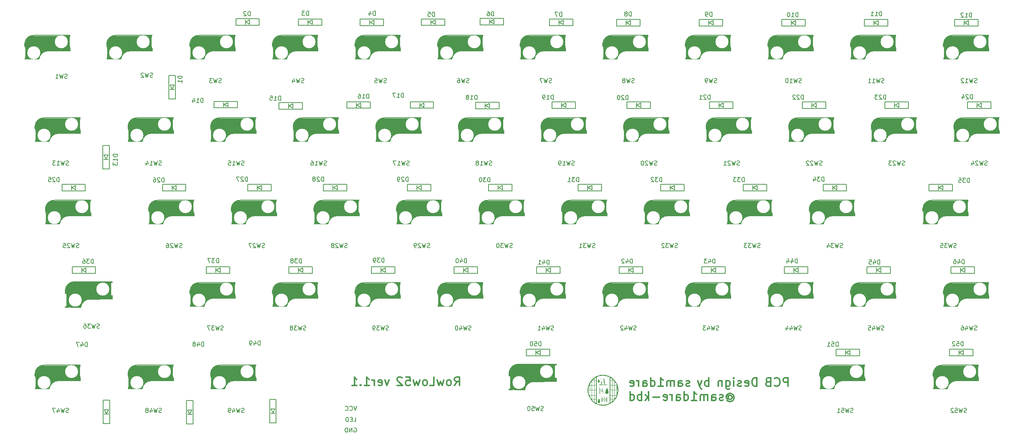
<source format=gbr>
%TF.GenerationSoftware,KiCad,Pcbnew,(7.0.0)*%
%TF.CreationDate,2024-09-06T15:26:17+09:00*%
%TF.ProjectId,rowlow52,726f776c-6f77-4353-922e-6b696361645f,rev?*%
%TF.SameCoordinates,Original*%
%TF.FileFunction,Legend,Bot*%
%TF.FilePolarity,Positive*%
%FSLAX46Y46*%
G04 Gerber Fmt 4.6, Leading zero omitted, Abs format (unit mm)*
G04 Created by KiCad (PCBNEW (7.0.0)) date 2024-09-06 15:26:17*
%MOMM*%
%LPD*%
G01*
G04 APERTURE LIST*
%ADD10C,0.150000*%
%ADD11C,0.300000*%
%ADD12C,0.500000*%
%ADD13C,0.800000*%
%ADD14C,3.000000*%
%ADD15C,3.500000*%
%ADD16C,1.000000*%
%ADD17C,0.400000*%
%ADD18C,2.000000*%
%ADD19C,3.000000*%
%ADD20C,4.000000*%
%ADD21R,3.300000X3.000000*%
%ADD22R,1.397000X1.397000*%
%ADD23R,1.300000X0.950000*%
%ADD24C,1.397000*%
%ADD25R,0.950000X1.300000*%
%ADD26C,3.050000*%
%ADD27C,1.800000*%
%ADD28C,1.524000*%
%ADD29R,1.524000X1.524000*%
G04 APERTURE END LIST*
D10*
X134136904Y-129207380D02*
X134136904Y-128207380D01*
X134136904Y-128207380D02*
X133898809Y-128207380D01*
X133898809Y-128207380D02*
X133755952Y-128255000D01*
X133755952Y-128255000D02*
X133660714Y-128350238D01*
X133660714Y-128350238D02*
X133613095Y-128445476D01*
X133613095Y-128445476D02*
X133565476Y-128635952D01*
X133565476Y-128635952D02*
X133565476Y-128778809D01*
X133565476Y-128778809D02*
X133613095Y-128969285D01*
X133613095Y-128969285D02*
X133660714Y-129064523D01*
X133660714Y-129064523D02*
X133755952Y-129159761D01*
X133755952Y-129159761D02*
X133898809Y-129207380D01*
X133898809Y-129207380D02*
X134136904Y-129207380D01*
X133232142Y-128207380D02*
X132613095Y-128207380D01*
X132613095Y-128207380D02*
X132946428Y-128588333D01*
X132946428Y-128588333D02*
X132803571Y-128588333D01*
X132803571Y-128588333D02*
X132708333Y-128635952D01*
X132708333Y-128635952D02*
X132660714Y-128683571D01*
X132660714Y-128683571D02*
X132613095Y-128778809D01*
X132613095Y-128778809D02*
X132613095Y-129016904D01*
X132613095Y-129016904D02*
X132660714Y-129112142D01*
X132660714Y-129112142D02*
X132708333Y-129159761D01*
X132708333Y-129159761D02*
X132803571Y-129207380D01*
X132803571Y-129207380D02*
X133089285Y-129207380D01*
X133089285Y-129207380D02*
X133184523Y-129159761D01*
X133184523Y-129159761D02*
X133232142Y-129112142D01*
X132136904Y-129207380D02*
X131946428Y-129207380D01*
X131946428Y-129207380D02*
X131851190Y-129159761D01*
X131851190Y-129159761D02*
X131803571Y-129112142D01*
X131803571Y-129112142D02*
X131708333Y-128969285D01*
X131708333Y-128969285D02*
X131660714Y-128778809D01*
X131660714Y-128778809D02*
X131660714Y-128397857D01*
X131660714Y-128397857D02*
X131708333Y-128302619D01*
X131708333Y-128302619D02*
X131755952Y-128255000D01*
X131755952Y-128255000D02*
X131851190Y-128207380D01*
X131851190Y-128207380D02*
X132041666Y-128207380D01*
X132041666Y-128207380D02*
X132136904Y-128255000D01*
X132136904Y-128255000D02*
X132184523Y-128302619D01*
X132184523Y-128302619D02*
X132232142Y-128397857D01*
X132232142Y-128397857D02*
X132232142Y-128635952D01*
X132232142Y-128635952D02*
X132184523Y-128731190D01*
X132184523Y-128731190D02*
X132136904Y-128778809D01*
X132136904Y-128778809D02*
X132041666Y-128826428D01*
X132041666Y-128826428D02*
X131851190Y-128826428D01*
X131851190Y-128826428D02*
X131755952Y-128778809D01*
X131755952Y-128778809D02*
X131708333Y-128731190D01*
X131708333Y-128731190D02*
X131660714Y-128635952D01*
X191186904Y-72307380D02*
X191186904Y-71307380D01*
X191186904Y-71307380D02*
X190948809Y-71307380D01*
X190948809Y-71307380D02*
X190805952Y-71355000D01*
X190805952Y-71355000D02*
X190710714Y-71450238D01*
X190710714Y-71450238D02*
X190663095Y-71545476D01*
X190663095Y-71545476D02*
X190615476Y-71735952D01*
X190615476Y-71735952D02*
X190615476Y-71878809D01*
X190615476Y-71878809D02*
X190663095Y-72069285D01*
X190663095Y-72069285D02*
X190710714Y-72164523D01*
X190710714Y-72164523D02*
X190805952Y-72259761D01*
X190805952Y-72259761D02*
X190948809Y-72307380D01*
X190948809Y-72307380D02*
X191186904Y-72307380D01*
X190044047Y-71735952D02*
X190139285Y-71688333D01*
X190139285Y-71688333D02*
X190186904Y-71640714D01*
X190186904Y-71640714D02*
X190234523Y-71545476D01*
X190234523Y-71545476D02*
X190234523Y-71497857D01*
X190234523Y-71497857D02*
X190186904Y-71402619D01*
X190186904Y-71402619D02*
X190139285Y-71355000D01*
X190139285Y-71355000D02*
X190044047Y-71307380D01*
X190044047Y-71307380D02*
X189853571Y-71307380D01*
X189853571Y-71307380D02*
X189758333Y-71355000D01*
X189758333Y-71355000D02*
X189710714Y-71402619D01*
X189710714Y-71402619D02*
X189663095Y-71497857D01*
X189663095Y-71497857D02*
X189663095Y-71545476D01*
X189663095Y-71545476D02*
X189710714Y-71640714D01*
X189710714Y-71640714D02*
X189758333Y-71688333D01*
X189758333Y-71688333D02*
X189853571Y-71735952D01*
X189853571Y-71735952D02*
X190044047Y-71735952D01*
X190044047Y-71735952D02*
X190139285Y-71783571D01*
X190139285Y-71783571D02*
X190186904Y-71831190D01*
X190186904Y-71831190D02*
X190234523Y-71926428D01*
X190234523Y-71926428D02*
X190234523Y-72116904D01*
X190234523Y-72116904D02*
X190186904Y-72212142D01*
X190186904Y-72212142D02*
X190139285Y-72259761D01*
X190139285Y-72259761D02*
X190044047Y-72307380D01*
X190044047Y-72307380D02*
X189853571Y-72307380D01*
X189853571Y-72307380D02*
X189758333Y-72259761D01*
X189758333Y-72259761D02*
X189710714Y-72212142D01*
X189710714Y-72212142D02*
X189663095Y-72116904D01*
X189663095Y-72116904D02*
X189663095Y-71926428D01*
X189663095Y-71926428D02*
X189710714Y-71831190D01*
X189710714Y-71831190D02*
X189758333Y-71783571D01*
X189758333Y-71783571D02*
X189853571Y-71735952D01*
X92386904Y-92257380D02*
X92386904Y-91257380D01*
X92386904Y-91257380D02*
X92148809Y-91257380D01*
X92148809Y-91257380D02*
X92005952Y-91305000D01*
X92005952Y-91305000D02*
X91910714Y-91400238D01*
X91910714Y-91400238D02*
X91863095Y-91495476D01*
X91863095Y-91495476D02*
X91815476Y-91685952D01*
X91815476Y-91685952D02*
X91815476Y-91828809D01*
X91815476Y-91828809D02*
X91863095Y-92019285D01*
X91863095Y-92019285D02*
X91910714Y-92114523D01*
X91910714Y-92114523D02*
X92005952Y-92209761D01*
X92005952Y-92209761D02*
X92148809Y-92257380D01*
X92148809Y-92257380D02*
X92386904Y-92257380D01*
X90863095Y-92257380D02*
X91434523Y-92257380D01*
X91148809Y-92257380D02*
X91148809Y-91257380D01*
X91148809Y-91257380D02*
X91244047Y-91400238D01*
X91244047Y-91400238D02*
X91339285Y-91495476D01*
X91339285Y-91495476D02*
X91434523Y-91543095D01*
X90005952Y-91590714D02*
X90005952Y-92257380D01*
X90244047Y-91209761D02*
X90482142Y-91924047D01*
X90482142Y-91924047D02*
X89863095Y-91924047D01*
X269686904Y-72557380D02*
X269686904Y-71557380D01*
X269686904Y-71557380D02*
X269448809Y-71557380D01*
X269448809Y-71557380D02*
X269305952Y-71605000D01*
X269305952Y-71605000D02*
X269210714Y-71700238D01*
X269210714Y-71700238D02*
X269163095Y-71795476D01*
X269163095Y-71795476D02*
X269115476Y-71985952D01*
X269115476Y-71985952D02*
X269115476Y-72128809D01*
X269115476Y-72128809D02*
X269163095Y-72319285D01*
X269163095Y-72319285D02*
X269210714Y-72414523D01*
X269210714Y-72414523D02*
X269305952Y-72509761D01*
X269305952Y-72509761D02*
X269448809Y-72557380D01*
X269448809Y-72557380D02*
X269686904Y-72557380D01*
X268163095Y-72557380D02*
X268734523Y-72557380D01*
X268448809Y-72557380D02*
X268448809Y-71557380D01*
X268448809Y-71557380D02*
X268544047Y-71700238D01*
X268544047Y-71700238D02*
X268639285Y-71795476D01*
X268639285Y-71795476D02*
X268734523Y-71843095D01*
X267782142Y-71652619D02*
X267734523Y-71605000D01*
X267734523Y-71605000D02*
X267639285Y-71557380D01*
X267639285Y-71557380D02*
X267401190Y-71557380D01*
X267401190Y-71557380D02*
X267305952Y-71605000D01*
X267305952Y-71605000D02*
X267258333Y-71652619D01*
X267258333Y-71652619D02*
X267210714Y-71747857D01*
X267210714Y-71747857D02*
X267210714Y-71843095D01*
X267210714Y-71843095D02*
X267258333Y-71985952D01*
X267258333Y-71985952D02*
X267829761Y-72557380D01*
X267829761Y-72557380D02*
X267210714Y-72557380D01*
X120186904Y-110457380D02*
X120186904Y-109457380D01*
X120186904Y-109457380D02*
X119948809Y-109457380D01*
X119948809Y-109457380D02*
X119805952Y-109505000D01*
X119805952Y-109505000D02*
X119710714Y-109600238D01*
X119710714Y-109600238D02*
X119663095Y-109695476D01*
X119663095Y-109695476D02*
X119615476Y-109885952D01*
X119615476Y-109885952D02*
X119615476Y-110028809D01*
X119615476Y-110028809D02*
X119663095Y-110219285D01*
X119663095Y-110219285D02*
X119710714Y-110314523D01*
X119710714Y-110314523D02*
X119805952Y-110409761D01*
X119805952Y-110409761D02*
X119948809Y-110457380D01*
X119948809Y-110457380D02*
X120186904Y-110457380D01*
X119234523Y-109552619D02*
X119186904Y-109505000D01*
X119186904Y-109505000D02*
X119091666Y-109457380D01*
X119091666Y-109457380D02*
X118853571Y-109457380D01*
X118853571Y-109457380D02*
X118758333Y-109505000D01*
X118758333Y-109505000D02*
X118710714Y-109552619D01*
X118710714Y-109552619D02*
X118663095Y-109647857D01*
X118663095Y-109647857D02*
X118663095Y-109743095D01*
X118663095Y-109743095D02*
X118710714Y-109885952D01*
X118710714Y-109885952D02*
X119282142Y-110457380D01*
X119282142Y-110457380D02*
X118663095Y-110457380D01*
X118091666Y-109885952D02*
X118186904Y-109838333D01*
X118186904Y-109838333D02*
X118234523Y-109790714D01*
X118234523Y-109790714D02*
X118282142Y-109695476D01*
X118282142Y-109695476D02*
X118282142Y-109647857D01*
X118282142Y-109647857D02*
X118234523Y-109552619D01*
X118234523Y-109552619D02*
X118186904Y-109505000D01*
X118186904Y-109505000D02*
X118091666Y-109457380D01*
X118091666Y-109457380D02*
X117901190Y-109457380D01*
X117901190Y-109457380D02*
X117805952Y-109505000D01*
X117805952Y-109505000D02*
X117758333Y-109552619D01*
X117758333Y-109552619D02*
X117710714Y-109647857D01*
X117710714Y-109647857D02*
X117710714Y-109695476D01*
X117710714Y-109695476D02*
X117758333Y-109790714D01*
X117758333Y-109790714D02*
X117805952Y-109838333D01*
X117805952Y-109838333D02*
X117901190Y-109885952D01*
X117901190Y-109885952D02*
X118091666Y-109885952D01*
X118091666Y-109885952D02*
X118186904Y-109933571D01*
X118186904Y-109933571D02*
X118234523Y-109981190D01*
X118234523Y-109981190D02*
X118282142Y-110076428D01*
X118282142Y-110076428D02*
X118282142Y-110266904D01*
X118282142Y-110266904D02*
X118234523Y-110362142D01*
X118234523Y-110362142D02*
X118186904Y-110409761D01*
X118186904Y-110409761D02*
X118091666Y-110457380D01*
X118091666Y-110457380D02*
X117901190Y-110457380D01*
X117901190Y-110457380D02*
X117805952Y-110409761D01*
X117805952Y-110409761D02*
X117758333Y-110362142D01*
X117758333Y-110362142D02*
X117710714Y-110266904D01*
X117710714Y-110266904D02*
X117710714Y-110076428D01*
X117710714Y-110076428D02*
X117758333Y-109981190D01*
X117758333Y-109981190D02*
X117805952Y-109933571D01*
X117805952Y-109933571D02*
X117901190Y-109885952D01*
X110286904Y-91757380D02*
X110286904Y-90757380D01*
X110286904Y-90757380D02*
X110048809Y-90757380D01*
X110048809Y-90757380D02*
X109905952Y-90805000D01*
X109905952Y-90805000D02*
X109810714Y-90900238D01*
X109810714Y-90900238D02*
X109763095Y-90995476D01*
X109763095Y-90995476D02*
X109715476Y-91185952D01*
X109715476Y-91185952D02*
X109715476Y-91328809D01*
X109715476Y-91328809D02*
X109763095Y-91519285D01*
X109763095Y-91519285D02*
X109810714Y-91614523D01*
X109810714Y-91614523D02*
X109905952Y-91709761D01*
X109905952Y-91709761D02*
X110048809Y-91757380D01*
X110048809Y-91757380D02*
X110286904Y-91757380D01*
X108763095Y-91757380D02*
X109334523Y-91757380D01*
X109048809Y-91757380D02*
X109048809Y-90757380D01*
X109048809Y-90757380D02*
X109144047Y-90900238D01*
X109144047Y-90900238D02*
X109239285Y-90995476D01*
X109239285Y-90995476D02*
X109334523Y-91043095D01*
X107858333Y-90757380D02*
X108334523Y-90757380D01*
X108334523Y-90757380D02*
X108382142Y-91233571D01*
X108382142Y-91233571D02*
X108334523Y-91185952D01*
X108334523Y-91185952D02*
X108239285Y-91138333D01*
X108239285Y-91138333D02*
X108001190Y-91138333D01*
X108001190Y-91138333D02*
X107905952Y-91185952D01*
X107905952Y-91185952D02*
X107858333Y-91233571D01*
X107858333Y-91233571D02*
X107810714Y-91328809D01*
X107810714Y-91328809D02*
X107810714Y-91566904D01*
X107810714Y-91566904D02*
X107858333Y-91662142D01*
X107858333Y-91662142D02*
X107905952Y-91709761D01*
X107905952Y-91709761D02*
X108001190Y-91757380D01*
X108001190Y-91757380D02*
X108239285Y-91757380D01*
X108239285Y-91757380D02*
X108334523Y-91709761D01*
X108334523Y-91709761D02*
X108382142Y-91662142D01*
X190436904Y-91607380D02*
X190436904Y-90607380D01*
X190436904Y-90607380D02*
X190198809Y-90607380D01*
X190198809Y-90607380D02*
X190055952Y-90655000D01*
X190055952Y-90655000D02*
X189960714Y-90750238D01*
X189960714Y-90750238D02*
X189913095Y-90845476D01*
X189913095Y-90845476D02*
X189865476Y-91035952D01*
X189865476Y-91035952D02*
X189865476Y-91178809D01*
X189865476Y-91178809D02*
X189913095Y-91369285D01*
X189913095Y-91369285D02*
X189960714Y-91464523D01*
X189960714Y-91464523D02*
X190055952Y-91559761D01*
X190055952Y-91559761D02*
X190198809Y-91607380D01*
X190198809Y-91607380D02*
X190436904Y-91607380D01*
X189484523Y-90702619D02*
X189436904Y-90655000D01*
X189436904Y-90655000D02*
X189341666Y-90607380D01*
X189341666Y-90607380D02*
X189103571Y-90607380D01*
X189103571Y-90607380D02*
X189008333Y-90655000D01*
X189008333Y-90655000D02*
X188960714Y-90702619D01*
X188960714Y-90702619D02*
X188913095Y-90797857D01*
X188913095Y-90797857D02*
X188913095Y-90893095D01*
X188913095Y-90893095D02*
X188960714Y-91035952D01*
X188960714Y-91035952D02*
X189532142Y-91607380D01*
X189532142Y-91607380D02*
X188913095Y-91607380D01*
X188294047Y-90607380D02*
X188198809Y-90607380D01*
X188198809Y-90607380D02*
X188103571Y-90655000D01*
X188103571Y-90655000D02*
X188055952Y-90702619D01*
X188055952Y-90702619D02*
X188008333Y-90797857D01*
X188008333Y-90797857D02*
X187960714Y-90988333D01*
X187960714Y-90988333D02*
X187960714Y-91226428D01*
X187960714Y-91226428D02*
X188008333Y-91416904D01*
X188008333Y-91416904D02*
X188055952Y-91512142D01*
X188055952Y-91512142D02*
X188103571Y-91559761D01*
X188103571Y-91559761D02*
X188198809Y-91607380D01*
X188198809Y-91607380D02*
X188294047Y-91607380D01*
X188294047Y-91607380D02*
X188389285Y-91559761D01*
X188389285Y-91559761D02*
X188436904Y-91512142D01*
X188436904Y-91512142D02*
X188484523Y-91416904D01*
X188484523Y-91416904D02*
X188532142Y-91226428D01*
X188532142Y-91226428D02*
X188532142Y-90988333D01*
X188532142Y-90988333D02*
X188484523Y-90797857D01*
X188484523Y-90797857D02*
X188436904Y-90702619D01*
X188436904Y-90702619D02*
X188389285Y-90655000D01*
X188389285Y-90655000D02*
X188294047Y-90607380D01*
X83386904Y-110657380D02*
X83386904Y-109657380D01*
X83386904Y-109657380D02*
X83148809Y-109657380D01*
X83148809Y-109657380D02*
X83005952Y-109705000D01*
X83005952Y-109705000D02*
X82910714Y-109800238D01*
X82910714Y-109800238D02*
X82863095Y-109895476D01*
X82863095Y-109895476D02*
X82815476Y-110085952D01*
X82815476Y-110085952D02*
X82815476Y-110228809D01*
X82815476Y-110228809D02*
X82863095Y-110419285D01*
X82863095Y-110419285D02*
X82910714Y-110514523D01*
X82910714Y-110514523D02*
X83005952Y-110609761D01*
X83005952Y-110609761D02*
X83148809Y-110657380D01*
X83148809Y-110657380D02*
X83386904Y-110657380D01*
X82434523Y-109752619D02*
X82386904Y-109705000D01*
X82386904Y-109705000D02*
X82291666Y-109657380D01*
X82291666Y-109657380D02*
X82053571Y-109657380D01*
X82053571Y-109657380D02*
X81958333Y-109705000D01*
X81958333Y-109705000D02*
X81910714Y-109752619D01*
X81910714Y-109752619D02*
X81863095Y-109847857D01*
X81863095Y-109847857D02*
X81863095Y-109943095D01*
X81863095Y-109943095D02*
X81910714Y-110085952D01*
X81910714Y-110085952D02*
X82482142Y-110657380D01*
X82482142Y-110657380D02*
X81863095Y-110657380D01*
X81005952Y-109657380D02*
X81196428Y-109657380D01*
X81196428Y-109657380D02*
X81291666Y-109705000D01*
X81291666Y-109705000D02*
X81339285Y-109752619D01*
X81339285Y-109752619D02*
X81434523Y-109895476D01*
X81434523Y-109895476D02*
X81482142Y-110085952D01*
X81482142Y-110085952D02*
X81482142Y-110466904D01*
X81482142Y-110466904D02*
X81434523Y-110562142D01*
X81434523Y-110562142D02*
X81386904Y-110609761D01*
X81386904Y-110609761D02*
X81291666Y-110657380D01*
X81291666Y-110657380D02*
X81101190Y-110657380D01*
X81101190Y-110657380D02*
X81005952Y-110609761D01*
X81005952Y-110609761D02*
X80958333Y-110562142D01*
X80958333Y-110562142D02*
X80910714Y-110466904D01*
X80910714Y-110466904D02*
X80910714Y-110228809D01*
X80910714Y-110228809D02*
X80958333Y-110133571D01*
X80958333Y-110133571D02*
X81005952Y-110085952D01*
X81005952Y-110085952D02*
X81101190Y-110038333D01*
X81101190Y-110038333D02*
X81291666Y-110038333D01*
X81291666Y-110038333D02*
X81386904Y-110085952D01*
X81386904Y-110085952D02*
X81434523Y-110133571D01*
X81434523Y-110133571D02*
X81482142Y-110228809D01*
X159436904Y-72257380D02*
X159436904Y-71257380D01*
X159436904Y-71257380D02*
X159198809Y-71257380D01*
X159198809Y-71257380D02*
X159055952Y-71305000D01*
X159055952Y-71305000D02*
X158960714Y-71400238D01*
X158960714Y-71400238D02*
X158913095Y-71495476D01*
X158913095Y-71495476D02*
X158865476Y-71685952D01*
X158865476Y-71685952D02*
X158865476Y-71828809D01*
X158865476Y-71828809D02*
X158913095Y-72019285D01*
X158913095Y-72019285D02*
X158960714Y-72114523D01*
X158960714Y-72114523D02*
X159055952Y-72209761D01*
X159055952Y-72209761D02*
X159198809Y-72257380D01*
X159198809Y-72257380D02*
X159436904Y-72257380D01*
X158008333Y-71257380D02*
X158198809Y-71257380D01*
X158198809Y-71257380D02*
X158294047Y-71305000D01*
X158294047Y-71305000D02*
X158341666Y-71352619D01*
X158341666Y-71352619D02*
X158436904Y-71495476D01*
X158436904Y-71495476D02*
X158484523Y-71685952D01*
X158484523Y-71685952D02*
X158484523Y-72066904D01*
X158484523Y-72066904D02*
X158436904Y-72162142D01*
X158436904Y-72162142D02*
X158389285Y-72209761D01*
X158389285Y-72209761D02*
X158294047Y-72257380D01*
X158294047Y-72257380D02*
X158103571Y-72257380D01*
X158103571Y-72257380D02*
X158008333Y-72209761D01*
X158008333Y-72209761D02*
X157960714Y-72162142D01*
X157960714Y-72162142D02*
X157913095Y-72066904D01*
X157913095Y-72066904D02*
X157913095Y-71828809D01*
X157913095Y-71828809D02*
X157960714Y-71733571D01*
X157960714Y-71733571D02*
X158008333Y-71685952D01*
X158008333Y-71685952D02*
X158103571Y-71638333D01*
X158103571Y-71638333D02*
X158294047Y-71638333D01*
X158294047Y-71638333D02*
X158389285Y-71685952D01*
X158389285Y-71685952D02*
X158436904Y-71733571D01*
X158436904Y-71733571D02*
X158484523Y-71828809D01*
X115086904Y-129357380D02*
X115086904Y-128357380D01*
X115086904Y-128357380D02*
X114848809Y-128357380D01*
X114848809Y-128357380D02*
X114705952Y-128405000D01*
X114705952Y-128405000D02*
X114610714Y-128500238D01*
X114610714Y-128500238D02*
X114563095Y-128595476D01*
X114563095Y-128595476D02*
X114515476Y-128785952D01*
X114515476Y-128785952D02*
X114515476Y-128928809D01*
X114515476Y-128928809D02*
X114563095Y-129119285D01*
X114563095Y-129119285D02*
X114610714Y-129214523D01*
X114610714Y-129214523D02*
X114705952Y-129309761D01*
X114705952Y-129309761D02*
X114848809Y-129357380D01*
X114848809Y-129357380D02*
X115086904Y-129357380D01*
X114182142Y-128357380D02*
X113563095Y-128357380D01*
X113563095Y-128357380D02*
X113896428Y-128738333D01*
X113896428Y-128738333D02*
X113753571Y-128738333D01*
X113753571Y-128738333D02*
X113658333Y-128785952D01*
X113658333Y-128785952D02*
X113610714Y-128833571D01*
X113610714Y-128833571D02*
X113563095Y-128928809D01*
X113563095Y-128928809D02*
X113563095Y-129166904D01*
X113563095Y-129166904D02*
X113610714Y-129262142D01*
X113610714Y-129262142D02*
X113658333Y-129309761D01*
X113658333Y-129309761D02*
X113753571Y-129357380D01*
X113753571Y-129357380D02*
X114039285Y-129357380D01*
X114039285Y-129357380D02*
X114134523Y-129309761D01*
X114134523Y-129309761D02*
X114182142Y-129262142D01*
X112991666Y-128785952D02*
X113086904Y-128738333D01*
X113086904Y-128738333D02*
X113134523Y-128690714D01*
X113134523Y-128690714D02*
X113182142Y-128595476D01*
X113182142Y-128595476D02*
X113182142Y-128547857D01*
X113182142Y-128547857D02*
X113134523Y-128452619D01*
X113134523Y-128452619D02*
X113086904Y-128405000D01*
X113086904Y-128405000D02*
X112991666Y-128357380D01*
X112991666Y-128357380D02*
X112801190Y-128357380D01*
X112801190Y-128357380D02*
X112705952Y-128405000D01*
X112705952Y-128405000D02*
X112658333Y-128452619D01*
X112658333Y-128452619D02*
X112610714Y-128547857D01*
X112610714Y-128547857D02*
X112610714Y-128595476D01*
X112610714Y-128595476D02*
X112658333Y-128690714D01*
X112658333Y-128690714D02*
X112705952Y-128738333D01*
X112705952Y-128738333D02*
X112801190Y-128785952D01*
X112801190Y-128785952D02*
X112991666Y-128785952D01*
X112991666Y-128785952D02*
X113086904Y-128833571D01*
X113086904Y-128833571D02*
X113134523Y-128881190D01*
X113134523Y-128881190D02*
X113182142Y-128976428D01*
X113182142Y-128976428D02*
X113182142Y-129166904D01*
X113182142Y-129166904D02*
X113134523Y-129262142D01*
X113134523Y-129262142D02*
X113086904Y-129309761D01*
X113086904Y-129309761D02*
X112991666Y-129357380D01*
X112991666Y-129357380D02*
X112801190Y-129357380D01*
X112801190Y-129357380D02*
X112705952Y-129309761D01*
X112705952Y-129309761D02*
X112658333Y-129262142D01*
X112658333Y-129262142D02*
X112610714Y-129166904D01*
X112610714Y-129166904D02*
X112610714Y-128976428D01*
X112610714Y-128976428D02*
X112658333Y-128881190D01*
X112658333Y-128881190D02*
X112705952Y-128833571D01*
X112705952Y-128833571D02*
X112801190Y-128785952D01*
X102636904Y-110457380D02*
X102636904Y-109457380D01*
X102636904Y-109457380D02*
X102398809Y-109457380D01*
X102398809Y-109457380D02*
X102255952Y-109505000D01*
X102255952Y-109505000D02*
X102160714Y-109600238D01*
X102160714Y-109600238D02*
X102113095Y-109695476D01*
X102113095Y-109695476D02*
X102065476Y-109885952D01*
X102065476Y-109885952D02*
X102065476Y-110028809D01*
X102065476Y-110028809D02*
X102113095Y-110219285D01*
X102113095Y-110219285D02*
X102160714Y-110314523D01*
X102160714Y-110314523D02*
X102255952Y-110409761D01*
X102255952Y-110409761D02*
X102398809Y-110457380D01*
X102398809Y-110457380D02*
X102636904Y-110457380D01*
X101684523Y-109552619D02*
X101636904Y-109505000D01*
X101636904Y-109505000D02*
X101541666Y-109457380D01*
X101541666Y-109457380D02*
X101303571Y-109457380D01*
X101303571Y-109457380D02*
X101208333Y-109505000D01*
X101208333Y-109505000D02*
X101160714Y-109552619D01*
X101160714Y-109552619D02*
X101113095Y-109647857D01*
X101113095Y-109647857D02*
X101113095Y-109743095D01*
X101113095Y-109743095D02*
X101160714Y-109885952D01*
X101160714Y-109885952D02*
X101732142Y-110457380D01*
X101732142Y-110457380D02*
X101113095Y-110457380D01*
X100779761Y-109457380D02*
X100113095Y-109457380D01*
X100113095Y-109457380D02*
X100541666Y-110457380D01*
X249886904Y-91507380D02*
X249886904Y-90507380D01*
X249886904Y-90507380D02*
X249648809Y-90507380D01*
X249648809Y-90507380D02*
X249505952Y-90555000D01*
X249505952Y-90555000D02*
X249410714Y-90650238D01*
X249410714Y-90650238D02*
X249363095Y-90745476D01*
X249363095Y-90745476D02*
X249315476Y-90935952D01*
X249315476Y-90935952D02*
X249315476Y-91078809D01*
X249315476Y-91078809D02*
X249363095Y-91269285D01*
X249363095Y-91269285D02*
X249410714Y-91364523D01*
X249410714Y-91364523D02*
X249505952Y-91459761D01*
X249505952Y-91459761D02*
X249648809Y-91507380D01*
X249648809Y-91507380D02*
X249886904Y-91507380D01*
X248934523Y-90602619D02*
X248886904Y-90555000D01*
X248886904Y-90555000D02*
X248791666Y-90507380D01*
X248791666Y-90507380D02*
X248553571Y-90507380D01*
X248553571Y-90507380D02*
X248458333Y-90555000D01*
X248458333Y-90555000D02*
X248410714Y-90602619D01*
X248410714Y-90602619D02*
X248363095Y-90697857D01*
X248363095Y-90697857D02*
X248363095Y-90793095D01*
X248363095Y-90793095D02*
X248410714Y-90935952D01*
X248410714Y-90935952D02*
X248982142Y-91507380D01*
X248982142Y-91507380D02*
X248363095Y-91507380D01*
X248029761Y-90507380D02*
X247410714Y-90507380D01*
X247410714Y-90507380D02*
X247744047Y-90888333D01*
X247744047Y-90888333D02*
X247601190Y-90888333D01*
X247601190Y-90888333D02*
X247505952Y-90935952D01*
X247505952Y-90935952D02*
X247458333Y-90983571D01*
X247458333Y-90983571D02*
X247410714Y-91078809D01*
X247410714Y-91078809D02*
X247410714Y-91316904D01*
X247410714Y-91316904D02*
X247458333Y-91412142D01*
X247458333Y-91412142D02*
X247505952Y-91459761D01*
X247505952Y-91459761D02*
X247601190Y-91507380D01*
X247601190Y-91507380D02*
X247886904Y-91507380D01*
X247886904Y-91507380D02*
X247982142Y-91459761D01*
X247982142Y-91459761D02*
X248029761Y-91412142D01*
X158586904Y-110607380D02*
X158586904Y-109607380D01*
X158586904Y-109607380D02*
X158348809Y-109607380D01*
X158348809Y-109607380D02*
X158205952Y-109655000D01*
X158205952Y-109655000D02*
X158110714Y-109750238D01*
X158110714Y-109750238D02*
X158063095Y-109845476D01*
X158063095Y-109845476D02*
X158015476Y-110035952D01*
X158015476Y-110035952D02*
X158015476Y-110178809D01*
X158015476Y-110178809D02*
X158063095Y-110369285D01*
X158063095Y-110369285D02*
X158110714Y-110464523D01*
X158110714Y-110464523D02*
X158205952Y-110559761D01*
X158205952Y-110559761D02*
X158348809Y-110607380D01*
X158348809Y-110607380D02*
X158586904Y-110607380D01*
X157682142Y-109607380D02*
X157063095Y-109607380D01*
X157063095Y-109607380D02*
X157396428Y-109988333D01*
X157396428Y-109988333D02*
X157253571Y-109988333D01*
X157253571Y-109988333D02*
X157158333Y-110035952D01*
X157158333Y-110035952D02*
X157110714Y-110083571D01*
X157110714Y-110083571D02*
X157063095Y-110178809D01*
X157063095Y-110178809D02*
X157063095Y-110416904D01*
X157063095Y-110416904D02*
X157110714Y-110512142D01*
X157110714Y-110512142D02*
X157158333Y-110559761D01*
X157158333Y-110559761D02*
X157253571Y-110607380D01*
X157253571Y-110607380D02*
X157539285Y-110607380D01*
X157539285Y-110607380D02*
X157634523Y-110559761D01*
X157634523Y-110559761D02*
X157682142Y-110512142D01*
X156444047Y-109607380D02*
X156348809Y-109607380D01*
X156348809Y-109607380D02*
X156253571Y-109655000D01*
X156253571Y-109655000D02*
X156205952Y-109702619D01*
X156205952Y-109702619D02*
X156158333Y-109797857D01*
X156158333Y-109797857D02*
X156110714Y-109988333D01*
X156110714Y-109988333D02*
X156110714Y-110226428D01*
X156110714Y-110226428D02*
X156158333Y-110416904D01*
X156158333Y-110416904D02*
X156205952Y-110512142D01*
X156205952Y-110512142D02*
X156253571Y-110559761D01*
X156253571Y-110559761D02*
X156348809Y-110607380D01*
X156348809Y-110607380D02*
X156444047Y-110607380D01*
X156444047Y-110607380D02*
X156539285Y-110559761D01*
X156539285Y-110559761D02*
X156586904Y-110512142D01*
X156586904Y-110512142D02*
X156634523Y-110416904D01*
X156634523Y-110416904D02*
X156682142Y-110226428D01*
X156682142Y-110226428D02*
X156682142Y-109988333D01*
X156682142Y-109988333D02*
X156634523Y-109797857D01*
X156634523Y-109797857D02*
X156586904Y-109702619D01*
X156586904Y-109702619D02*
X156539285Y-109655000D01*
X156539285Y-109655000D02*
X156444047Y-109607380D01*
X248486904Y-129607380D02*
X248486904Y-128607380D01*
X248486904Y-128607380D02*
X248248809Y-128607380D01*
X248248809Y-128607380D02*
X248105952Y-128655000D01*
X248105952Y-128655000D02*
X248010714Y-128750238D01*
X248010714Y-128750238D02*
X247963095Y-128845476D01*
X247963095Y-128845476D02*
X247915476Y-129035952D01*
X247915476Y-129035952D02*
X247915476Y-129178809D01*
X247915476Y-129178809D02*
X247963095Y-129369285D01*
X247963095Y-129369285D02*
X248010714Y-129464523D01*
X248010714Y-129464523D02*
X248105952Y-129559761D01*
X248105952Y-129559761D02*
X248248809Y-129607380D01*
X248248809Y-129607380D02*
X248486904Y-129607380D01*
X247058333Y-128940714D02*
X247058333Y-129607380D01*
X247296428Y-128559761D02*
X247534523Y-129274047D01*
X247534523Y-129274047D02*
X246915476Y-129274047D01*
X246058333Y-128607380D02*
X246534523Y-128607380D01*
X246534523Y-128607380D02*
X246582142Y-129083571D01*
X246582142Y-129083571D02*
X246534523Y-129035952D01*
X246534523Y-129035952D02*
X246439285Y-128988333D01*
X246439285Y-128988333D02*
X246201190Y-128988333D01*
X246201190Y-128988333D02*
X246105952Y-129035952D01*
X246105952Y-129035952D02*
X246058333Y-129083571D01*
X246058333Y-129083571D02*
X246010714Y-129178809D01*
X246010714Y-129178809D02*
X246010714Y-129416904D01*
X246010714Y-129416904D02*
X246058333Y-129512142D01*
X246058333Y-129512142D02*
X246105952Y-129559761D01*
X246105952Y-129559761D02*
X246201190Y-129607380D01*
X246201190Y-129607380D02*
X246439285Y-129607380D01*
X246439285Y-129607380D02*
X246534523Y-129559761D01*
X246534523Y-129559761D02*
X246582142Y-129512142D01*
X103286904Y-72207380D02*
X103286904Y-71207380D01*
X103286904Y-71207380D02*
X103048809Y-71207380D01*
X103048809Y-71207380D02*
X102905952Y-71255000D01*
X102905952Y-71255000D02*
X102810714Y-71350238D01*
X102810714Y-71350238D02*
X102763095Y-71445476D01*
X102763095Y-71445476D02*
X102715476Y-71635952D01*
X102715476Y-71635952D02*
X102715476Y-71778809D01*
X102715476Y-71778809D02*
X102763095Y-71969285D01*
X102763095Y-71969285D02*
X102810714Y-72064523D01*
X102810714Y-72064523D02*
X102905952Y-72159761D01*
X102905952Y-72159761D02*
X103048809Y-72207380D01*
X103048809Y-72207380D02*
X103286904Y-72207380D01*
X102334523Y-71302619D02*
X102286904Y-71255000D01*
X102286904Y-71255000D02*
X102191666Y-71207380D01*
X102191666Y-71207380D02*
X101953571Y-71207380D01*
X101953571Y-71207380D02*
X101858333Y-71255000D01*
X101858333Y-71255000D02*
X101810714Y-71302619D01*
X101810714Y-71302619D02*
X101763095Y-71397857D01*
X101763095Y-71397857D02*
X101763095Y-71493095D01*
X101763095Y-71493095D02*
X101810714Y-71635952D01*
X101810714Y-71635952D02*
X102382142Y-72207380D01*
X102382142Y-72207380D02*
X101763095Y-72207380D01*
X139686904Y-110507380D02*
X139686904Y-109507380D01*
X139686904Y-109507380D02*
X139448809Y-109507380D01*
X139448809Y-109507380D02*
X139305952Y-109555000D01*
X139305952Y-109555000D02*
X139210714Y-109650238D01*
X139210714Y-109650238D02*
X139163095Y-109745476D01*
X139163095Y-109745476D02*
X139115476Y-109935952D01*
X139115476Y-109935952D02*
X139115476Y-110078809D01*
X139115476Y-110078809D02*
X139163095Y-110269285D01*
X139163095Y-110269285D02*
X139210714Y-110364523D01*
X139210714Y-110364523D02*
X139305952Y-110459761D01*
X139305952Y-110459761D02*
X139448809Y-110507380D01*
X139448809Y-110507380D02*
X139686904Y-110507380D01*
X138734523Y-109602619D02*
X138686904Y-109555000D01*
X138686904Y-109555000D02*
X138591666Y-109507380D01*
X138591666Y-109507380D02*
X138353571Y-109507380D01*
X138353571Y-109507380D02*
X138258333Y-109555000D01*
X138258333Y-109555000D02*
X138210714Y-109602619D01*
X138210714Y-109602619D02*
X138163095Y-109697857D01*
X138163095Y-109697857D02*
X138163095Y-109793095D01*
X138163095Y-109793095D02*
X138210714Y-109935952D01*
X138210714Y-109935952D02*
X138782142Y-110507380D01*
X138782142Y-110507380D02*
X138163095Y-110507380D01*
X137686904Y-110507380D02*
X137496428Y-110507380D01*
X137496428Y-110507380D02*
X137401190Y-110459761D01*
X137401190Y-110459761D02*
X137353571Y-110412142D01*
X137353571Y-110412142D02*
X137258333Y-110269285D01*
X137258333Y-110269285D02*
X137210714Y-110078809D01*
X137210714Y-110078809D02*
X137210714Y-109697857D01*
X137210714Y-109697857D02*
X137258333Y-109602619D01*
X137258333Y-109602619D02*
X137305952Y-109555000D01*
X137305952Y-109555000D02*
X137401190Y-109507380D01*
X137401190Y-109507380D02*
X137591666Y-109507380D01*
X137591666Y-109507380D02*
X137686904Y-109555000D01*
X137686904Y-109555000D02*
X137734523Y-109602619D01*
X137734523Y-109602619D02*
X137782142Y-109697857D01*
X137782142Y-109697857D02*
X137782142Y-109935952D01*
X137782142Y-109935952D02*
X137734523Y-110031190D01*
X137734523Y-110031190D02*
X137686904Y-110078809D01*
X137686904Y-110078809D02*
X137591666Y-110126428D01*
X137591666Y-110126428D02*
X137401190Y-110126428D01*
X137401190Y-110126428D02*
X137305952Y-110078809D01*
X137305952Y-110078809D02*
X137258333Y-110031190D01*
X137258333Y-110031190D02*
X137210714Y-109935952D01*
X132136904Y-72157380D02*
X132136904Y-71157380D01*
X132136904Y-71157380D02*
X131898809Y-71157380D01*
X131898809Y-71157380D02*
X131755952Y-71205000D01*
X131755952Y-71205000D02*
X131660714Y-71300238D01*
X131660714Y-71300238D02*
X131613095Y-71395476D01*
X131613095Y-71395476D02*
X131565476Y-71585952D01*
X131565476Y-71585952D02*
X131565476Y-71728809D01*
X131565476Y-71728809D02*
X131613095Y-71919285D01*
X131613095Y-71919285D02*
X131660714Y-72014523D01*
X131660714Y-72014523D02*
X131755952Y-72109761D01*
X131755952Y-72109761D02*
X131898809Y-72157380D01*
X131898809Y-72157380D02*
X132136904Y-72157380D01*
X130708333Y-71490714D02*
X130708333Y-72157380D01*
X130946428Y-71109761D02*
X131184523Y-71824047D01*
X131184523Y-71824047D02*
X130565476Y-71824047D01*
X209386904Y-91507380D02*
X209386904Y-90507380D01*
X209386904Y-90507380D02*
X209148809Y-90507380D01*
X209148809Y-90507380D02*
X209005952Y-90555000D01*
X209005952Y-90555000D02*
X208910714Y-90650238D01*
X208910714Y-90650238D02*
X208863095Y-90745476D01*
X208863095Y-90745476D02*
X208815476Y-90935952D01*
X208815476Y-90935952D02*
X208815476Y-91078809D01*
X208815476Y-91078809D02*
X208863095Y-91269285D01*
X208863095Y-91269285D02*
X208910714Y-91364523D01*
X208910714Y-91364523D02*
X209005952Y-91459761D01*
X209005952Y-91459761D02*
X209148809Y-91507380D01*
X209148809Y-91507380D02*
X209386904Y-91507380D01*
X208434523Y-90602619D02*
X208386904Y-90555000D01*
X208386904Y-90555000D02*
X208291666Y-90507380D01*
X208291666Y-90507380D02*
X208053571Y-90507380D01*
X208053571Y-90507380D02*
X207958333Y-90555000D01*
X207958333Y-90555000D02*
X207910714Y-90602619D01*
X207910714Y-90602619D02*
X207863095Y-90697857D01*
X207863095Y-90697857D02*
X207863095Y-90793095D01*
X207863095Y-90793095D02*
X207910714Y-90935952D01*
X207910714Y-90935952D02*
X208482142Y-91507380D01*
X208482142Y-91507380D02*
X207863095Y-91507380D01*
X206910714Y-91507380D02*
X207482142Y-91507380D01*
X207196428Y-91507380D02*
X207196428Y-90507380D01*
X207196428Y-90507380D02*
X207291666Y-90650238D01*
X207291666Y-90650238D02*
X207386904Y-90745476D01*
X207386904Y-90745476D02*
X207482142Y-90793095D01*
X191436904Y-129407380D02*
X191436904Y-128407380D01*
X191436904Y-128407380D02*
X191198809Y-128407380D01*
X191198809Y-128407380D02*
X191055952Y-128455000D01*
X191055952Y-128455000D02*
X190960714Y-128550238D01*
X190960714Y-128550238D02*
X190913095Y-128645476D01*
X190913095Y-128645476D02*
X190865476Y-128835952D01*
X190865476Y-128835952D02*
X190865476Y-128978809D01*
X190865476Y-128978809D02*
X190913095Y-129169285D01*
X190913095Y-129169285D02*
X190960714Y-129264523D01*
X190960714Y-129264523D02*
X191055952Y-129359761D01*
X191055952Y-129359761D02*
X191198809Y-129407380D01*
X191198809Y-129407380D02*
X191436904Y-129407380D01*
X190008333Y-128740714D02*
X190008333Y-129407380D01*
X190246428Y-128359761D02*
X190484523Y-129074047D01*
X190484523Y-129074047D02*
X189865476Y-129074047D01*
X189532142Y-128502619D02*
X189484523Y-128455000D01*
X189484523Y-128455000D02*
X189389285Y-128407380D01*
X189389285Y-128407380D02*
X189151190Y-128407380D01*
X189151190Y-128407380D02*
X189055952Y-128455000D01*
X189055952Y-128455000D02*
X189008333Y-128502619D01*
X189008333Y-128502619D02*
X188960714Y-128597857D01*
X188960714Y-128597857D02*
X188960714Y-128693095D01*
X188960714Y-128693095D02*
X189008333Y-128835952D01*
X189008333Y-128835952D02*
X189579761Y-129407380D01*
X189579761Y-129407380D02*
X188960714Y-129407380D01*
X155586904Y-91557380D02*
X155586904Y-90557380D01*
X155586904Y-90557380D02*
X155348809Y-90557380D01*
X155348809Y-90557380D02*
X155205952Y-90605000D01*
X155205952Y-90605000D02*
X155110714Y-90700238D01*
X155110714Y-90700238D02*
X155063095Y-90795476D01*
X155063095Y-90795476D02*
X155015476Y-90985952D01*
X155015476Y-90985952D02*
X155015476Y-91128809D01*
X155015476Y-91128809D02*
X155063095Y-91319285D01*
X155063095Y-91319285D02*
X155110714Y-91414523D01*
X155110714Y-91414523D02*
X155205952Y-91509761D01*
X155205952Y-91509761D02*
X155348809Y-91557380D01*
X155348809Y-91557380D02*
X155586904Y-91557380D01*
X154063095Y-91557380D02*
X154634523Y-91557380D01*
X154348809Y-91557380D02*
X154348809Y-90557380D01*
X154348809Y-90557380D02*
X154444047Y-90700238D01*
X154444047Y-90700238D02*
X154539285Y-90795476D01*
X154539285Y-90795476D02*
X154634523Y-90843095D01*
X153491666Y-90985952D02*
X153586904Y-90938333D01*
X153586904Y-90938333D02*
X153634523Y-90890714D01*
X153634523Y-90890714D02*
X153682142Y-90795476D01*
X153682142Y-90795476D02*
X153682142Y-90747857D01*
X153682142Y-90747857D02*
X153634523Y-90652619D01*
X153634523Y-90652619D02*
X153586904Y-90605000D01*
X153586904Y-90605000D02*
X153491666Y-90557380D01*
X153491666Y-90557380D02*
X153301190Y-90557380D01*
X153301190Y-90557380D02*
X153205952Y-90605000D01*
X153205952Y-90605000D02*
X153158333Y-90652619D01*
X153158333Y-90652619D02*
X153110714Y-90747857D01*
X153110714Y-90747857D02*
X153110714Y-90795476D01*
X153110714Y-90795476D02*
X153158333Y-90890714D01*
X153158333Y-90890714D02*
X153205952Y-90938333D01*
X153205952Y-90938333D02*
X153301190Y-90985952D01*
X153301190Y-90985952D02*
X153491666Y-90985952D01*
X153491666Y-90985952D02*
X153586904Y-91033571D01*
X153586904Y-91033571D02*
X153634523Y-91081190D01*
X153634523Y-91081190D02*
X153682142Y-91176428D01*
X153682142Y-91176428D02*
X153682142Y-91366904D01*
X153682142Y-91366904D02*
X153634523Y-91462142D01*
X153634523Y-91462142D02*
X153586904Y-91509761D01*
X153586904Y-91509761D02*
X153491666Y-91557380D01*
X153491666Y-91557380D02*
X153301190Y-91557380D01*
X153301190Y-91557380D02*
X153205952Y-91509761D01*
X153205952Y-91509761D02*
X153158333Y-91462142D01*
X153158333Y-91462142D02*
X153110714Y-91366904D01*
X153110714Y-91366904D02*
X153110714Y-91176428D01*
X153110714Y-91176428D02*
X153158333Y-91081190D01*
X153158333Y-91081190D02*
X153205952Y-91033571D01*
X153205952Y-91033571D02*
X153301190Y-90985952D01*
X229636904Y-72457380D02*
X229636904Y-71457380D01*
X229636904Y-71457380D02*
X229398809Y-71457380D01*
X229398809Y-71457380D02*
X229255952Y-71505000D01*
X229255952Y-71505000D02*
X229160714Y-71600238D01*
X229160714Y-71600238D02*
X229113095Y-71695476D01*
X229113095Y-71695476D02*
X229065476Y-71885952D01*
X229065476Y-71885952D02*
X229065476Y-72028809D01*
X229065476Y-72028809D02*
X229113095Y-72219285D01*
X229113095Y-72219285D02*
X229160714Y-72314523D01*
X229160714Y-72314523D02*
X229255952Y-72409761D01*
X229255952Y-72409761D02*
X229398809Y-72457380D01*
X229398809Y-72457380D02*
X229636904Y-72457380D01*
X228113095Y-72457380D02*
X228684523Y-72457380D01*
X228398809Y-72457380D02*
X228398809Y-71457380D01*
X228398809Y-71457380D02*
X228494047Y-71600238D01*
X228494047Y-71600238D02*
X228589285Y-71695476D01*
X228589285Y-71695476D02*
X228684523Y-71743095D01*
X227494047Y-71457380D02*
X227398809Y-71457380D01*
X227398809Y-71457380D02*
X227303571Y-71505000D01*
X227303571Y-71505000D02*
X227255952Y-71552619D01*
X227255952Y-71552619D02*
X227208333Y-71647857D01*
X227208333Y-71647857D02*
X227160714Y-71838333D01*
X227160714Y-71838333D02*
X227160714Y-72076428D01*
X227160714Y-72076428D02*
X227208333Y-72266904D01*
X227208333Y-72266904D02*
X227255952Y-72362142D01*
X227255952Y-72362142D02*
X227303571Y-72409761D01*
X227303571Y-72409761D02*
X227398809Y-72457380D01*
X227398809Y-72457380D02*
X227494047Y-72457380D01*
X227494047Y-72457380D02*
X227589285Y-72409761D01*
X227589285Y-72409761D02*
X227636904Y-72362142D01*
X227636904Y-72362142D02*
X227684523Y-72266904D01*
X227684523Y-72266904D02*
X227732142Y-72076428D01*
X227732142Y-72076428D02*
X227732142Y-71838333D01*
X227732142Y-71838333D02*
X227684523Y-71647857D01*
X227684523Y-71647857D02*
X227636904Y-71552619D01*
X227636904Y-71552619D02*
X227589285Y-71505000D01*
X227589285Y-71505000D02*
X227494047Y-71457380D01*
X209786904Y-72357380D02*
X209786904Y-71357380D01*
X209786904Y-71357380D02*
X209548809Y-71357380D01*
X209548809Y-71357380D02*
X209405952Y-71405000D01*
X209405952Y-71405000D02*
X209310714Y-71500238D01*
X209310714Y-71500238D02*
X209263095Y-71595476D01*
X209263095Y-71595476D02*
X209215476Y-71785952D01*
X209215476Y-71785952D02*
X209215476Y-71928809D01*
X209215476Y-71928809D02*
X209263095Y-72119285D01*
X209263095Y-72119285D02*
X209310714Y-72214523D01*
X209310714Y-72214523D02*
X209405952Y-72309761D01*
X209405952Y-72309761D02*
X209548809Y-72357380D01*
X209548809Y-72357380D02*
X209786904Y-72357380D01*
X208739285Y-72357380D02*
X208548809Y-72357380D01*
X208548809Y-72357380D02*
X208453571Y-72309761D01*
X208453571Y-72309761D02*
X208405952Y-72262142D01*
X208405952Y-72262142D02*
X208310714Y-72119285D01*
X208310714Y-72119285D02*
X208263095Y-71928809D01*
X208263095Y-71928809D02*
X208263095Y-71547857D01*
X208263095Y-71547857D02*
X208310714Y-71452619D01*
X208310714Y-71452619D02*
X208358333Y-71405000D01*
X208358333Y-71405000D02*
X208453571Y-71357380D01*
X208453571Y-71357380D02*
X208644047Y-71357380D01*
X208644047Y-71357380D02*
X208739285Y-71405000D01*
X208739285Y-71405000D02*
X208786904Y-71452619D01*
X208786904Y-71452619D02*
X208834523Y-71547857D01*
X208834523Y-71547857D02*
X208834523Y-71785952D01*
X208834523Y-71785952D02*
X208786904Y-71881190D01*
X208786904Y-71881190D02*
X208739285Y-71928809D01*
X208739285Y-71928809D02*
X208644047Y-71976428D01*
X208644047Y-71976428D02*
X208453571Y-71976428D01*
X208453571Y-71976428D02*
X208358333Y-71928809D01*
X208358333Y-71928809D02*
X208310714Y-71881190D01*
X208310714Y-71881190D02*
X208263095Y-71785952D01*
X269886904Y-91407380D02*
X269886904Y-90407380D01*
X269886904Y-90407380D02*
X269648809Y-90407380D01*
X269648809Y-90407380D02*
X269505952Y-90455000D01*
X269505952Y-90455000D02*
X269410714Y-90550238D01*
X269410714Y-90550238D02*
X269363095Y-90645476D01*
X269363095Y-90645476D02*
X269315476Y-90835952D01*
X269315476Y-90835952D02*
X269315476Y-90978809D01*
X269315476Y-90978809D02*
X269363095Y-91169285D01*
X269363095Y-91169285D02*
X269410714Y-91264523D01*
X269410714Y-91264523D02*
X269505952Y-91359761D01*
X269505952Y-91359761D02*
X269648809Y-91407380D01*
X269648809Y-91407380D02*
X269886904Y-91407380D01*
X268934523Y-90502619D02*
X268886904Y-90455000D01*
X268886904Y-90455000D02*
X268791666Y-90407380D01*
X268791666Y-90407380D02*
X268553571Y-90407380D01*
X268553571Y-90407380D02*
X268458333Y-90455000D01*
X268458333Y-90455000D02*
X268410714Y-90502619D01*
X268410714Y-90502619D02*
X268363095Y-90597857D01*
X268363095Y-90597857D02*
X268363095Y-90693095D01*
X268363095Y-90693095D02*
X268410714Y-90835952D01*
X268410714Y-90835952D02*
X268982142Y-91407380D01*
X268982142Y-91407380D02*
X268363095Y-91407380D01*
X267505952Y-90740714D02*
X267505952Y-91407380D01*
X267744047Y-90359761D02*
X267982142Y-91074047D01*
X267982142Y-91074047D02*
X267363095Y-91074047D01*
X105586904Y-148357380D02*
X105586904Y-147357380D01*
X105586904Y-147357380D02*
X105348809Y-147357380D01*
X105348809Y-147357380D02*
X105205952Y-147405000D01*
X105205952Y-147405000D02*
X105110714Y-147500238D01*
X105110714Y-147500238D02*
X105063095Y-147595476D01*
X105063095Y-147595476D02*
X105015476Y-147785952D01*
X105015476Y-147785952D02*
X105015476Y-147928809D01*
X105015476Y-147928809D02*
X105063095Y-148119285D01*
X105063095Y-148119285D02*
X105110714Y-148214523D01*
X105110714Y-148214523D02*
X105205952Y-148309761D01*
X105205952Y-148309761D02*
X105348809Y-148357380D01*
X105348809Y-148357380D02*
X105586904Y-148357380D01*
X104158333Y-147690714D02*
X104158333Y-148357380D01*
X104396428Y-147309761D02*
X104634523Y-148024047D01*
X104634523Y-148024047D02*
X104015476Y-148024047D01*
X103586904Y-148357380D02*
X103396428Y-148357380D01*
X103396428Y-148357380D02*
X103301190Y-148309761D01*
X103301190Y-148309761D02*
X103253571Y-148262142D01*
X103253571Y-148262142D02*
X103158333Y-148119285D01*
X103158333Y-148119285D02*
X103110714Y-147928809D01*
X103110714Y-147928809D02*
X103110714Y-147547857D01*
X103110714Y-147547857D02*
X103158333Y-147452619D01*
X103158333Y-147452619D02*
X103205952Y-147405000D01*
X103205952Y-147405000D02*
X103301190Y-147357380D01*
X103301190Y-147357380D02*
X103491666Y-147357380D01*
X103491666Y-147357380D02*
X103586904Y-147405000D01*
X103586904Y-147405000D02*
X103634523Y-147452619D01*
X103634523Y-147452619D02*
X103682142Y-147547857D01*
X103682142Y-147547857D02*
X103682142Y-147785952D01*
X103682142Y-147785952D02*
X103634523Y-147881190D01*
X103634523Y-147881190D02*
X103586904Y-147928809D01*
X103586904Y-147928809D02*
X103491666Y-147976428D01*
X103491666Y-147976428D02*
X103301190Y-147976428D01*
X103301190Y-147976428D02*
X103205952Y-147928809D01*
X103205952Y-147928809D02*
X103158333Y-147881190D01*
X103158333Y-147881190D02*
X103110714Y-147785952D01*
X138636904Y-91107380D02*
X138636904Y-90107380D01*
X138636904Y-90107380D02*
X138398809Y-90107380D01*
X138398809Y-90107380D02*
X138255952Y-90155000D01*
X138255952Y-90155000D02*
X138160714Y-90250238D01*
X138160714Y-90250238D02*
X138113095Y-90345476D01*
X138113095Y-90345476D02*
X138065476Y-90535952D01*
X138065476Y-90535952D02*
X138065476Y-90678809D01*
X138065476Y-90678809D02*
X138113095Y-90869285D01*
X138113095Y-90869285D02*
X138160714Y-90964523D01*
X138160714Y-90964523D02*
X138255952Y-91059761D01*
X138255952Y-91059761D02*
X138398809Y-91107380D01*
X138398809Y-91107380D02*
X138636904Y-91107380D01*
X137113095Y-91107380D02*
X137684523Y-91107380D01*
X137398809Y-91107380D02*
X137398809Y-90107380D01*
X137398809Y-90107380D02*
X137494047Y-90250238D01*
X137494047Y-90250238D02*
X137589285Y-90345476D01*
X137589285Y-90345476D02*
X137684523Y-90393095D01*
X136779761Y-90107380D02*
X136113095Y-90107380D01*
X136113095Y-90107380D02*
X136541666Y-91107380D01*
X67086904Y-129457380D02*
X67086904Y-128457380D01*
X67086904Y-128457380D02*
X66848809Y-128457380D01*
X66848809Y-128457380D02*
X66705952Y-128505000D01*
X66705952Y-128505000D02*
X66610714Y-128600238D01*
X66610714Y-128600238D02*
X66563095Y-128695476D01*
X66563095Y-128695476D02*
X66515476Y-128885952D01*
X66515476Y-128885952D02*
X66515476Y-129028809D01*
X66515476Y-129028809D02*
X66563095Y-129219285D01*
X66563095Y-129219285D02*
X66610714Y-129314523D01*
X66610714Y-129314523D02*
X66705952Y-129409761D01*
X66705952Y-129409761D02*
X66848809Y-129457380D01*
X66848809Y-129457380D02*
X67086904Y-129457380D01*
X66182142Y-128457380D02*
X65563095Y-128457380D01*
X65563095Y-128457380D02*
X65896428Y-128838333D01*
X65896428Y-128838333D02*
X65753571Y-128838333D01*
X65753571Y-128838333D02*
X65658333Y-128885952D01*
X65658333Y-128885952D02*
X65610714Y-128933571D01*
X65610714Y-128933571D02*
X65563095Y-129028809D01*
X65563095Y-129028809D02*
X65563095Y-129266904D01*
X65563095Y-129266904D02*
X65610714Y-129362142D01*
X65610714Y-129362142D02*
X65658333Y-129409761D01*
X65658333Y-129409761D02*
X65753571Y-129457380D01*
X65753571Y-129457380D02*
X66039285Y-129457380D01*
X66039285Y-129457380D02*
X66134523Y-129409761D01*
X66134523Y-129409761D02*
X66182142Y-129362142D01*
X64705952Y-128457380D02*
X64896428Y-128457380D01*
X64896428Y-128457380D02*
X64991666Y-128505000D01*
X64991666Y-128505000D02*
X65039285Y-128552619D01*
X65039285Y-128552619D02*
X65134523Y-128695476D01*
X65134523Y-128695476D02*
X65182142Y-128885952D01*
X65182142Y-128885952D02*
X65182142Y-129266904D01*
X65182142Y-129266904D02*
X65134523Y-129362142D01*
X65134523Y-129362142D02*
X65086904Y-129409761D01*
X65086904Y-129409761D02*
X64991666Y-129457380D01*
X64991666Y-129457380D02*
X64801190Y-129457380D01*
X64801190Y-129457380D02*
X64705952Y-129409761D01*
X64705952Y-129409761D02*
X64658333Y-129362142D01*
X64658333Y-129362142D02*
X64610714Y-129266904D01*
X64610714Y-129266904D02*
X64610714Y-129028809D01*
X64610714Y-129028809D02*
X64658333Y-128933571D01*
X64658333Y-128933571D02*
X64705952Y-128885952D01*
X64705952Y-128885952D02*
X64801190Y-128838333D01*
X64801190Y-128838333D02*
X64991666Y-128838333D01*
X64991666Y-128838333D02*
X65086904Y-128885952D01*
X65086904Y-128885952D02*
X65134523Y-128933571D01*
X65134523Y-128933571D02*
X65182142Y-129028809D01*
X267986904Y-129507380D02*
X267986904Y-128507380D01*
X267986904Y-128507380D02*
X267748809Y-128507380D01*
X267748809Y-128507380D02*
X267605952Y-128555000D01*
X267605952Y-128555000D02*
X267510714Y-128650238D01*
X267510714Y-128650238D02*
X267463095Y-128745476D01*
X267463095Y-128745476D02*
X267415476Y-128935952D01*
X267415476Y-128935952D02*
X267415476Y-129078809D01*
X267415476Y-129078809D02*
X267463095Y-129269285D01*
X267463095Y-129269285D02*
X267510714Y-129364523D01*
X267510714Y-129364523D02*
X267605952Y-129459761D01*
X267605952Y-129459761D02*
X267748809Y-129507380D01*
X267748809Y-129507380D02*
X267986904Y-129507380D01*
X266558333Y-128840714D02*
X266558333Y-129507380D01*
X266796428Y-128459761D02*
X267034523Y-129174047D01*
X267034523Y-129174047D02*
X266415476Y-129174047D01*
X265605952Y-128507380D02*
X265796428Y-128507380D01*
X265796428Y-128507380D02*
X265891666Y-128555000D01*
X265891666Y-128555000D02*
X265939285Y-128602619D01*
X265939285Y-128602619D02*
X266034523Y-128745476D01*
X266034523Y-128745476D02*
X266082142Y-128935952D01*
X266082142Y-128935952D02*
X266082142Y-129316904D01*
X266082142Y-129316904D02*
X266034523Y-129412142D01*
X266034523Y-129412142D02*
X265986904Y-129459761D01*
X265986904Y-129459761D02*
X265891666Y-129507380D01*
X265891666Y-129507380D02*
X265701190Y-129507380D01*
X265701190Y-129507380D02*
X265605952Y-129459761D01*
X265605952Y-129459761D02*
X265558333Y-129412142D01*
X265558333Y-129412142D02*
X265510714Y-129316904D01*
X265510714Y-129316904D02*
X265510714Y-129078809D01*
X265510714Y-129078809D02*
X265558333Y-128983571D01*
X265558333Y-128983571D02*
X265605952Y-128935952D01*
X265605952Y-128935952D02*
X265701190Y-128888333D01*
X265701190Y-128888333D02*
X265891666Y-128888333D01*
X265891666Y-128888333D02*
X265986904Y-128935952D01*
X265986904Y-128935952D02*
X266034523Y-128983571D01*
X266034523Y-128983571D02*
X266082142Y-129078809D01*
X210486904Y-129407380D02*
X210486904Y-128407380D01*
X210486904Y-128407380D02*
X210248809Y-128407380D01*
X210248809Y-128407380D02*
X210105952Y-128455000D01*
X210105952Y-128455000D02*
X210010714Y-128550238D01*
X210010714Y-128550238D02*
X209963095Y-128645476D01*
X209963095Y-128645476D02*
X209915476Y-128835952D01*
X209915476Y-128835952D02*
X209915476Y-128978809D01*
X209915476Y-128978809D02*
X209963095Y-129169285D01*
X209963095Y-129169285D02*
X210010714Y-129264523D01*
X210010714Y-129264523D02*
X210105952Y-129359761D01*
X210105952Y-129359761D02*
X210248809Y-129407380D01*
X210248809Y-129407380D02*
X210486904Y-129407380D01*
X209058333Y-128740714D02*
X209058333Y-129407380D01*
X209296428Y-128359761D02*
X209534523Y-129074047D01*
X209534523Y-129074047D02*
X208915476Y-129074047D01*
X208629761Y-128407380D02*
X208010714Y-128407380D01*
X208010714Y-128407380D02*
X208344047Y-128788333D01*
X208344047Y-128788333D02*
X208201190Y-128788333D01*
X208201190Y-128788333D02*
X208105952Y-128835952D01*
X208105952Y-128835952D02*
X208058333Y-128883571D01*
X208058333Y-128883571D02*
X208010714Y-128978809D01*
X208010714Y-128978809D02*
X208010714Y-129216904D01*
X208010714Y-129216904D02*
X208058333Y-129312142D01*
X208058333Y-129312142D02*
X208105952Y-129359761D01*
X208105952Y-129359761D02*
X208201190Y-129407380D01*
X208201190Y-129407380D02*
X208486904Y-129407380D01*
X208486904Y-129407380D02*
X208582142Y-129359761D01*
X208582142Y-129359761D02*
X208629761Y-129312142D01*
X65686904Y-148657380D02*
X65686904Y-147657380D01*
X65686904Y-147657380D02*
X65448809Y-147657380D01*
X65448809Y-147657380D02*
X65305952Y-147705000D01*
X65305952Y-147705000D02*
X65210714Y-147800238D01*
X65210714Y-147800238D02*
X65163095Y-147895476D01*
X65163095Y-147895476D02*
X65115476Y-148085952D01*
X65115476Y-148085952D02*
X65115476Y-148228809D01*
X65115476Y-148228809D02*
X65163095Y-148419285D01*
X65163095Y-148419285D02*
X65210714Y-148514523D01*
X65210714Y-148514523D02*
X65305952Y-148609761D01*
X65305952Y-148609761D02*
X65448809Y-148657380D01*
X65448809Y-148657380D02*
X65686904Y-148657380D01*
X64258333Y-147990714D02*
X64258333Y-148657380D01*
X64496428Y-147609761D02*
X64734523Y-148324047D01*
X64734523Y-148324047D02*
X64115476Y-148324047D01*
X63829761Y-147657380D02*
X63163095Y-147657380D01*
X63163095Y-147657380D02*
X63591666Y-148657380D01*
X153186904Y-129307380D02*
X153186904Y-128307380D01*
X153186904Y-128307380D02*
X152948809Y-128307380D01*
X152948809Y-128307380D02*
X152805952Y-128355000D01*
X152805952Y-128355000D02*
X152710714Y-128450238D01*
X152710714Y-128450238D02*
X152663095Y-128545476D01*
X152663095Y-128545476D02*
X152615476Y-128735952D01*
X152615476Y-128735952D02*
X152615476Y-128878809D01*
X152615476Y-128878809D02*
X152663095Y-129069285D01*
X152663095Y-129069285D02*
X152710714Y-129164523D01*
X152710714Y-129164523D02*
X152805952Y-129259761D01*
X152805952Y-129259761D02*
X152948809Y-129307380D01*
X152948809Y-129307380D02*
X153186904Y-129307380D01*
X151758333Y-128640714D02*
X151758333Y-129307380D01*
X151996428Y-128259761D02*
X152234523Y-128974047D01*
X152234523Y-128974047D02*
X151615476Y-128974047D01*
X151044047Y-128307380D02*
X150948809Y-128307380D01*
X150948809Y-128307380D02*
X150853571Y-128355000D01*
X150853571Y-128355000D02*
X150805952Y-128402619D01*
X150805952Y-128402619D02*
X150758333Y-128497857D01*
X150758333Y-128497857D02*
X150710714Y-128688333D01*
X150710714Y-128688333D02*
X150710714Y-128926428D01*
X150710714Y-128926428D02*
X150758333Y-129116904D01*
X150758333Y-129116904D02*
X150805952Y-129212142D01*
X150805952Y-129212142D02*
X150853571Y-129259761D01*
X150853571Y-129259761D02*
X150948809Y-129307380D01*
X150948809Y-129307380D02*
X151044047Y-129307380D01*
X151044047Y-129307380D02*
X151139285Y-129259761D01*
X151139285Y-129259761D02*
X151186904Y-129212142D01*
X151186904Y-129212142D02*
X151234523Y-129116904D01*
X151234523Y-129116904D02*
X151282142Y-128926428D01*
X151282142Y-128926428D02*
X151282142Y-128688333D01*
X151282142Y-128688333D02*
X151234523Y-128497857D01*
X151234523Y-128497857D02*
X151186904Y-128402619D01*
X151186904Y-128402619D02*
X151139285Y-128355000D01*
X151139285Y-128355000D02*
X151044047Y-128307380D01*
X230886904Y-91507380D02*
X230886904Y-90507380D01*
X230886904Y-90507380D02*
X230648809Y-90507380D01*
X230648809Y-90507380D02*
X230505952Y-90555000D01*
X230505952Y-90555000D02*
X230410714Y-90650238D01*
X230410714Y-90650238D02*
X230363095Y-90745476D01*
X230363095Y-90745476D02*
X230315476Y-90935952D01*
X230315476Y-90935952D02*
X230315476Y-91078809D01*
X230315476Y-91078809D02*
X230363095Y-91269285D01*
X230363095Y-91269285D02*
X230410714Y-91364523D01*
X230410714Y-91364523D02*
X230505952Y-91459761D01*
X230505952Y-91459761D02*
X230648809Y-91507380D01*
X230648809Y-91507380D02*
X230886904Y-91507380D01*
X229934523Y-90602619D02*
X229886904Y-90555000D01*
X229886904Y-90555000D02*
X229791666Y-90507380D01*
X229791666Y-90507380D02*
X229553571Y-90507380D01*
X229553571Y-90507380D02*
X229458333Y-90555000D01*
X229458333Y-90555000D02*
X229410714Y-90602619D01*
X229410714Y-90602619D02*
X229363095Y-90697857D01*
X229363095Y-90697857D02*
X229363095Y-90793095D01*
X229363095Y-90793095D02*
X229410714Y-90935952D01*
X229410714Y-90935952D02*
X229982142Y-91507380D01*
X229982142Y-91507380D02*
X229363095Y-91507380D01*
X228982142Y-90602619D02*
X228934523Y-90555000D01*
X228934523Y-90555000D02*
X228839285Y-90507380D01*
X228839285Y-90507380D02*
X228601190Y-90507380D01*
X228601190Y-90507380D02*
X228505952Y-90555000D01*
X228505952Y-90555000D02*
X228458333Y-90602619D01*
X228458333Y-90602619D02*
X228410714Y-90697857D01*
X228410714Y-90697857D02*
X228410714Y-90793095D01*
X228410714Y-90793095D02*
X228458333Y-90935952D01*
X228458333Y-90935952D02*
X229029761Y-91507380D01*
X229029761Y-91507380D02*
X228410714Y-91507380D01*
X92536904Y-148607380D02*
X92536904Y-147607380D01*
X92536904Y-147607380D02*
X92298809Y-147607380D01*
X92298809Y-147607380D02*
X92155952Y-147655000D01*
X92155952Y-147655000D02*
X92060714Y-147750238D01*
X92060714Y-147750238D02*
X92013095Y-147845476D01*
X92013095Y-147845476D02*
X91965476Y-148035952D01*
X91965476Y-148035952D02*
X91965476Y-148178809D01*
X91965476Y-148178809D02*
X92013095Y-148369285D01*
X92013095Y-148369285D02*
X92060714Y-148464523D01*
X92060714Y-148464523D02*
X92155952Y-148559761D01*
X92155952Y-148559761D02*
X92298809Y-148607380D01*
X92298809Y-148607380D02*
X92536904Y-148607380D01*
X91108333Y-147940714D02*
X91108333Y-148607380D01*
X91346428Y-147559761D02*
X91584523Y-148274047D01*
X91584523Y-148274047D02*
X90965476Y-148274047D01*
X90441666Y-148035952D02*
X90536904Y-147988333D01*
X90536904Y-147988333D02*
X90584523Y-147940714D01*
X90584523Y-147940714D02*
X90632142Y-147845476D01*
X90632142Y-147845476D02*
X90632142Y-147797857D01*
X90632142Y-147797857D02*
X90584523Y-147702619D01*
X90584523Y-147702619D02*
X90536904Y-147655000D01*
X90536904Y-147655000D02*
X90441666Y-147607380D01*
X90441666Y-147607380D02*
X90251190Y-147607380D01*
X90251190Y-147607380D02*
X90155952Y-147655000D01*
X90155952Y-147655000D02*
X90108333Y-147702619D01*
X90108333Y-147702619D02*
X90060714Y-147797857D01*
X90060714Y-147797857D02*
X90060714Y-147845476D01*
X90060714Y-147845476D02*
X90108333Y-147940714D01*
X90108333Y-147940714D02*
X90155952Y-147988333D01*
X90155952Y-147988333D02*
X90251190Y-148035952D01*
X90251190Y-148035952D02*
X90441666Y-148035952D01*
X90441666Y-148035952D02*
X90536904Y-148083571D01*
X90536904Y-148083571D02*
X90584523Y-148131190D01*
X90584523Y-148131190D02*
X90632142Y-148226428D01*
X90632142Y-148226428D02*
X90632142Y-148416904D01*
X90632142Y-148416904D02*
X90584523Y-148512142D01*
X90584523Y-148512142D02*
X90536904Y-148559761D01*
X90536904Y-148559761D02*
X90441666Y-148607380D01*
X90441666Y-148607380D02*
X90251190Y-148607380D01*
X90251190Y-148607380D02*
X90155952Y-148559761D01*
X90155952Y-148559761D02*
X90108333Y-148512142D01*
X90108333Y-148512142D02*
X90060714Y-148416904D01*
X90060714Y-148416904D02*
X90060714Y-148226428D01*
X90060714Y-148226428D02*
X90108333Y-148131190D01*
X90108333Y-148131190D02*
X90155952Y-148083571D01*
X90155952Y-148083571D02*
X90251190Y-148035952D01*
X238886904Y-148607380D02*
X238886904Y-147607380D01*
X238886904Y-147607380D02*
X238648809Y-147607380D01*
X238648809Y-147607380D02*
X238505952Y-147655000D01*
X238505952Y-147655000D02*
X238410714Y-147750238D01*
X238410714Y-147750238D02*
X238363095Y-147845476D01*
X238363095Y-147845476D02*
X238315476Y-148035952D01*
X238315476Y-148035952D02*
X238315476Y-148178809D01*
X238315476Y-148178809D02*
X238363095Y-148369285D01*
X238363095Y-148369285D02*
X238410714Y-148464523D01*
X238410714Y-148464523D02*
X238505952Y-148559761D01*
X238505952Y-148559761D02*
X238648809Y-148607380D01*
X238648809Y-148607380D02*
X238886904Y-148607380D01*
X237410714Y-147607380D02*
X237886904Y-147607380D01*
X237886904Y-147607380D02*
X237934523Y-148083571D01*
X237934523Y-148083571D02*
X237886904Y-148035952D01*
X237886904Y-148035952D02*
X237791666Y-147988333D01*
X237791666Y-147988333D02*
X237553571Y-147988333D01*
X237553571Y-147988333D02*
X237458333Y-148035952D01*
X237458333Y-148035952D02*
X237410714Y-148083571D01*
X237410714Y-148083571D02*
X237363095Y-148178809D01*
X237363095Y-148178809D02*
X237363095Y-148416904D01*
X237363095Y-148416904D02*
X237410714Y-148512142D01*
X237410714Y-148512142D02*
X237458333Y-148559761D01*
X237458333Y-148559761D02*
X237553571Y-148607380D01*
X237553571Y-148607380D02*
X237791666Y-148607380D01*
X237791666Y-148607380D02*
X237886904Y-148559761D01*
X237886904Y-148559761D02*
X237934523Y-148512142D01*
X236410714Y-148607380D02*
X236982142Y-148607380D01*
X236696428Y-148607380D02*
X236696428Y-147607380D01*
X236696428Y-147607380D02*
X236791666Y-147750238D01*
X236791666Y-147750238D02*
X236886904Y-147845476D01*
X236886904Y-147845476D02*
X236982142Y-147893095D01*
X116736904Y-72157380D02*
X116736904Y-71157380D01*
X116736904Y-71157380D02*
X116498809Y-71157380D01*
X116498809Y-71157380D02*
X116355952Y-71205000D01*
X116355952Y-71205000D02*
X116260714Y-71300238D01*
X116260714Y-71300238D02*
X116213095Y-71395476D01*
X116213095Y-71395476D02*
X116165476Y-71585952D01*
X116165476Y-71585952D02*
X116165476Y-71728809D01*
X116165476Y-71728809D02*
X116213095Y-71919285D01*
X116213095Y-71919285D02*
X116260714Y-72014523D01*
X116260714Y-72014523D02*
X116355952Y-72109761D01*
X116355952Y-72109761D02*
X116498809Y-72157380D01*
X116498809Y-72157380D02*
X116736904Y-72157380D01*
X115832142Y-71157380D02*
X115213095Y-71157380D01*
X115213095Y-71157380D02*
X115546428Y-71538333D01*
X115546428Y-71538333D02*
X115403571Y-71538333D01*
X115403571Y-71538333D02*
X115308333Y-71585952D01*
X115308333Y-71585952D02*
X115260714Y-71633571D01*
X115260714Y-71633571D02*
X115213095Y-71728809D01*
X115213095Y-71728809D02*
X115213095Y-71966904D01*
X115213095Y-71966904D02*
X115260714Y-72062142D01*
X115260714Y-72062142D02*
X115308333Y-72109761D01*
X115308333Y-72109761D02*
X115403571Y-72157380D01*
X115403571Y-72157380D02*
X115689285Y-72157380D01*
X115689285Y-72157380D02*
X115784523Y-72109761D01*
X115784523Y-72109761D02*
X115832142Y-72062142D01*
X59186904Y-110557380D02*
X59186904Y-109557380D01*
X59186904Y-109557380D02*
X58948809Y-109557380D01*
X58948809Y-109557380D02*
X58805952Y-109605000D01*
X58805952Y-109605000D02*
X58710714Y-109700238D01*
X58710714Y-109700238D02*
X58663095Y-109795476D01*
X58663095Y-109795476D02*
X58615476Y-109985952D01*
X58615476Y-109985952D02*
X58615476Y-110128809D01*
X58615476Y-110128809D02*
X58663095Y-110319285D01*
X58663095Y-110319285D02*
X58710714Y-110414523D01*
X58710714Y-110414523D02*
X58805952Y-110509761D01*
X58805952Y-110509761D02*
X58948809Y-110557380D01*
X58948809Y-110557380D02*
X59186904Y-110557380D01*
X58234523Y-109652619D02*
X58186904Y-109605000D01*
X58186904Y-109605000D02*
X58091666Y-109557380D01*
X58091666Y-109557380D02*
X57853571Y-109557380D01*
X57853571Y-109557380D02*
X57758333Y-109605000D01*
X57758333Y-109605000D02*
X57710714Y-109652619D01*
X57710714Y-109652619D02*
X57663095Y-109747857D01*
X57663095Y-109747857D02*
X57663095Y-109843095D01*
X57663095Y-109843095D02*
X57710714Y-109985952D01*
X57710714Y-109985952D02*
X58282142Y-110557380D01*
X58282142Y-110557380D02*
X57663095Y-110557380D01*
X56758333Y-109557380D02*
X57234523Y-109557380D01*
X57234523Y-109557380D02*
X57282142Y-110033571D01*
X57282142Y-110033571D02*
X57234523Y-109985952D01*
X57234523Y-109985952D02*
X57139285Y-109938333D01*
X57139285Y-109938333D02*
X56901190Y-109938333D01*
X56901190Y-109938333D02*
X56805952Y-109985952D01*
X56805952Y-109985952D02*
X56758333Y-110033571D01*
X56758333Y-110033571D02*
X56710714Y-110128809D01*
X56710714Y-110128809D02*
X56710714Y-110366904D01*
X56710714Y-110366904D02*
X56758333Y-110462142D01*
X56758333Y-110462142D02*
X56805952Y-110509761D01*
X56805952Y-110509761D02*
X56901190Y-110557380D01*
X56901190Y-110557380D02*
X57139285Y-110557380D01*
X57139285Y-110557380D02*
X57234523Y-110509761D01*
X57234523Y-110509761D02*
X57282142Y-110462142D01*
X217236904Y-110557380D02*
X217236904Y-109557380D01*
X217236904Y-109557380D02*
X216998809Y-109557380D01*
X216998809Y-109557380D02*
X216855952Y-109605000D01*
X216855952Y-109605000D02*
X216760714Y-109700238D01*
X216760714Y-109700238D02*
X216713095Y-109795476D01*
X216713095Y-109795476D02*
X216665476Y-109985952D01*
X216665476Y-109985952D02*
X216665476Y-110128809D01*
X216665476Y-110128809D02*
X216713095Y-110319285D01*
X216713095Y-110319285D02*
X216760714Y-110414523D01*
X216760714Y-110414523D02*
X216855952Y-110509761D01*
X216855952Y-110509761D02*
X216998809Y-110557380D01*
X216998809Y-110557380D02*
X217236904Y-110557380D01*
X216332142Y-109557380D02*
X215713095Y-109557380D01*
X215713095Y-109557380D02*
X216046428Y-109938333D01*
X216046428Y-109938333D02*
X215903571Y-109938333D01*
X215903571Y-109938333D02*
X215808333Y-109985952D01*
X215808333Y-109985952D02*
X215760714Y-110033571D01*
X215760714Y-110033571D02*
X215713095Y-110128809D01*
X215713095Y-110128809D02*
X215713095Y-110366904D01*
X215713095Y-110366904D02*
X215760714Y-110462142D01*
X215760714Y-110462142D02*
X215808333Y-110509761D01*
X215808333Y-110509761D02*
X215903571Y-110557380D01*
X215903571Y-110557380D02*
X216189285Y-110557380D01*
X216189285Y-110557380D02*
X216284523Y-110509761D01*
X216284523Y-110509761D02*
X216332142Y-110462142D01*
X215379761Y-109557380D02*
X214760714Y-109557380D01*
X214760714Y-109557380D02*
X215094047Y-109938333D01*
X215094047Y-109938333D02*
X214951190Y-109938333D01*
X214951190Y-109938333D02*
X214855952Y-109985952D01*
X214855952Y-109985952D02*
X214808333Y-110033571D01*
X214808333Y-110033571D02*
X214760714Y-110128809D01*
X214760714Y-110128809D02*
X214760714Y-110366904D01*
X214760714Y-110366904D02*
X214808333Y-110462142D01*
X214808333Y-110462142D02*
X214855952Y-110509761D01*
X214855952Y-110509761D02*
X214951190Y-110557380D01*
X214951190Y-110557380D02*
X215236904Y-110557380D01*
X215236904Y-110557380D02*
X215332142Y-110509761D01*
X215332142Y-110509761D02*
X215379761Y-110462142D01*
D11*
X150405952Y-157689761D02*
X151072619Y-156737380D01*
X151548809Y-157689761D02*
X151548809Y-155689761D01*
X151548809Y-155689761D02*
X150786904Y-155689761D01*
X150786904Y-155689761D02*
X150596428Y-155785000D01*
X150596428Y-155785000D02*
X150501190Y-155880238D01*
X150501190Y-155880238D02*
X150405952Y-156070714D01*
X150405952Y-156070714D02*
X150405952Y-156356428D01*
X150405952Y-156356428D02*
X150501190Y-156546904D01*
X150501190Y-156546904D02*
X150596428Y-156642142D01*
X150596428Y-156642142D02*
X150786904Y-156737380D01*
X150786904Y-156737380D02*
X151548809Y-156737380D01*
X149263095Y-157689761D02*
X149453571Y-157594523D01*
X149453571Y-157594523D02*
X149548809Y-157499285D01*
X149548809Y-157499285D02*
X149644047Y-157308809D01*
X149644047Y-157308809D02*
X149644047Y-156737380D01*
X149644047Y-156737380D02*
X149548809Y-156546904D01*
X149548809Y-156546904D02*
X149453571Y-156451666D01*
X149453571Y-156451666D02*
X149263095Y-156356428D01*
X149263095Y-156356428D02*
X148977380Y-156356428D01*
X148977380Y-156356428D02*
X148786904Y-156451666D01*
X148786904Y-156451666D02*
X148691666Y-156546904D01*
X148691666Y-156546904D02*
X148596428Y-156737380D01*
X148596428Y-156737380D02*
X148596428Y-157308809D01*
X148596428Y-157308809D02*
X148691666Y-157499285D01*
X148691666Y-157499285D02*
X148786904Y-157594523D01*
X148786904Y-157594523D02*
X148977380Y-157689761D01*
X148977380Y-157689761D02*
X149263095Y-157689761D01*
X147929761Y-156356428D02*
X147548809Y-157689761D01*
X147548809Y-157689761D02*
X147167856Y-156737380D01*
X147167856Y-156737380D02*
X146786904Y-157689761D01*
X146786904Y-157689761D02*
X146405952Y-156356428D01*
X144691666Y-157689761D02*
X145644047Y-157689761D01*
X145644047Y-157689761D02*
X145644047Y-155689761D01*
X143739285Y-157689761D02*
X143929761Y-157594523D01*
X143929761Y-157594523D02*
X144024999Y-157499285D01*
X144024999Y-157499285D02*
X144120237Y-157308809D01*
X144120237Y-157308809D02*
X144120237Y-156737380D01*
X144120237Y-156737380D02*
X144024999Y-156546904D01*
X144024999Y-156546904D02*
X143929761Y-156451666D01*
X143929761Y-156451666D02*
X143739285Y-156356428D01*
X143739285Y-156356428D02*
X143453570Y-156356428D01*
X143453570Y-156356428D02*
X143263094Y-156451666D01*
X143263094Y-156451666D02*
X143167856Y-156546904D01*
X143167856Y-156546904D02*
X143072618Y-156737380D01*
X143072618Y-156737380D02*
X143072618Y-157308809D01*
X143072618Y-157308809D02*
X143167856Y-157499285D01*
X143167856Y-157499285D02*
X143263094Y-157594523D01*
X143263094Y-157594523D02*
X143453570Y-157689761D01*
X143453570Y-157689761D02*
X143739285Y-157689761D01*
X142405951Y-156356428D02*
X142024999Y-157689761D01*
X142024999Y-157689761D02*
X141644046Y-156737380D01*
X141644046Y-156737380D02*
X141263094Y-157689761D01*
X141263094Y-157689761D02*
X140882142Y-156356428D01*
X139167856Y-155689761D02*
X140120237Y-155689761D01*
X140120237Y-155689761D02*
X140215475Y-156642142D01*
X140215475Y-156642142D02*
X140120237Y-156546904D01*
X140120237Y-156546904D02*
X139929761Y-156451666D01*
X139929761Y-156451666D02*
X139453570Y-156451666D01*
X139453570Y-156451666D02*
X139263094Y-156546904D01*
X139263094Y-156546904D02*
X139167856Y-156642142D01*
X139167856Y-156642142D02*
X139072618Y-156832619D01*
X139072618Y-156832619D02*
X139072618Y-157308809D01*
X139072618Y-157308809D02*
X139167856Y-157499285D01*
X139167856Y-157499285D02*
X139263094Y-157594523D01*
X139263094Y-157594523D02*
X139453570Y-157689761D01*
X139453570Y-157689761D02*
X139929761Y-157689761D01*
X139929761Y-157689761D02*
X140120237Y-157594523D01*
X140120237Y-157594523D02*
X140215475Y-157499285D01*
X138310713Y-155880238D02*
X138215475Y-155785000D01*
X138215475Y-155785000D02*
X138024999Y-155689761D01*
X138024999Y-155689761D02*
X137548808Y-155689761D01*
X137548808Y-155689761D02*
X137358332Y-155785000D01*
X137358332Y-155785000D02*
X137263094Y-155880238D01*
X137263094Y-155880238D02*
X137167856Y-156070714D01*
X137167856Y-156070714D02*
X137167856Y-156261190D01*
X137167856Y-156261190D02*
X137263094Y-156546904D01*
X137263094Y-156546904D02*
X138405951Y-157689761D01*
X138405951Y-157689761D02*
X137167856Y-157689761D01*
X135301189Y-156356428D02*
X134824999Y-157689761D01*
X134824999Y-157689761D02*
X134348808Y-156356428D01*
X132824998Y-157594523D02*
X133015474Y-157689761D01*
X133015474Y-157689761D02*
X133396427Y-157689761D01*
X133396427Y-157689761D02*
X133586903Y-157594523D01*
X133586903Y-157594523D02*
X133682141Y-157404047D01*
X133682141Y-157404047D02*
X133682141Y-156642142D01*
X133682141Y-156642142D02*
X133586903Y-156451666D01*
X133586903Y-156451666D02*
X133396427Y-156356428D01*
X133396427Y-156356428D02*
X133015474Y-156356428D01*
X133015474Y-156356428D02*
X132824998Y-156451666D01*
X132824998Y-156451666D02*
X132729760Y-156642142D01*
X132729760Y-156642142D02*
X132729760Y-156832619D01*
X132729760Y-156832619D02*
X133682141Y-157023095D01*
X131872617Y-157689761D02*
X131872617Y-156356428D01*
X131872617Y-156737380D02*
X131777379Y-156546904D01*
X131777379Y-156546904D02*
X131682141Y-156451666D01*
X131682141Y-156451666D02*
X131491665Y-156356428D01*
X131491665Y-156356428D02*
X131301188Y-156356428D01*
X129586903Y-157689761D02*
X130729760Y-157689761D01*
X130158332Y-157689761D02*
X130158332Y-155689761D01*
X130158332Y-155689761D02*
X130348808Y-155975476D01*
X130348808Y-155975476D02*
X130539284Y-156165952D01*
X130539284Y-156165952D02*
X130729760Y-156261190D01*
X128729760Y-157499285D02*
X128634522Y-157594523D01*
X128634522Y-157594523D02*
X128729760Y-157689761D01*
X128729760Y-157689761D02*
X128824998Y-157594523D01*
X128824998Y-157594523D02*
X128729760Y-157499285D01*
X128729760Y-157499285D02*
X128729760Y-157689761D01*
X126729760Y-157689761D02*
X127872617Y-157689761D01*
X127301189Y-157689761D02*
X127301189Y-155689761D01*
X127301189Y-155689761D02*
X127491665Y-155975476D01*
X127491665Y-155975476D02*
X127682141Y-156165952D01*
X127682141Y-156165952D02*
X127872617Y-156261190D01*
D10*
X145786904Y-72357380D02*
X145786904Y-71357380D01*
X145786904Y-71357380D02*
X145548809Y-71357380D01*
X145548809Y-71357380D02*
X145405952Y-71405000D01*
X145405952Y-71405000D02*
X145310714Y-71500238D01*
X145310714Y-71500238D02*
X145263095Y-71595476D01*
X145263095Y-71595476D02*
X145215476Y-71785952D01*
X145215476Y-71785952D02*
X145215476Y-71928809D01*
X145215476Y-71928809D02*
X145263095Y-72119285D01*
X145263095Y-72119285D02*
X145310714Y-72214523D01*
X145310714Y-72214523D02*
X145405952Y-72309761D01*
X145405952Y-72309761D02*
X145548809Y-72357380D01*
X145548809Y-72357380D02*
X145786904Y-72357380D01*
X144310714Y-71357380D02*
X144786904Y-71357380D01*
X144786904Y-71357380D02*
X144834523Y-71833571D01*
X144834523Y-71833571D02*
X144786904Y-71785952D01*
X144786904Y-71785952D02*
X144691666Y-71738333D01*
X144691666Y-71738333D02*
X144453571Y-71738333D01*
X144453571Y-71738333D02*
X144358333Y-71785952D01*
X144358333Y-71785952D02*
X144310714Y-71833571D01*
X144310714Y-71833571D02*
X144263095Y-71928809D01*
X144263095Y-71928809D02*
X144263095Y-72166904D01*
X144263095Y-72166904D02*
X144310714Y-72262142D01*
X144310714Y-72262142D02*
X144358333Y-72309761D01*
X144358333Y-72309761D02*
X144453571Y-72357380D01*
X144453571Y-72357380D02*
X144691666Y-72357380D01*
X144691666Y-72357380D02*
X144786904Y-72309761D01*
X144786904Y-72309761D02*
X144834523Y-72262142D01*
X175136904Y-72407380D02*
X175136904Y-71407380D01*
X175136904Y-71407380D02*
X174898809Y-71407380D01*
X174898809Y-71407380D02*
X174755952Y-71455000D01*
X174755952Y-71455000D02*
X174660714Y-71550238D01*
X174660714Y-71550238D02*
X174613095Y-71645476D01*
X174613095Y-71645476D02*
X174565476Y-71835952D01*
X174565476Y-71835952D02*
X174565476Y-71978809D01*
X174565476Y-71978809D02*
X174613095Y-72169285D01*
X174613095Y-72169285D02*
X174660714Y-72264523D01*
X174660714Y-72264523D02*
X174755952Y-72359761D01*
X174755952Y-72359761D02*
X174898809Y-72407380D01*
X174898809Y-72407380D02*
X175136904Y-72407380D01*
X174232142Y-71407380D02*
X173565476Y-71407380D01*
X173565476Y-71407380D02*
X173994047Y-72407380D01*
X87557380Y-86163095D02*
X86557380Y-86163095D01*
X86557380Y-86163095D02*
X86557380Y-86401190D01*
X86557380Y-86401190D02*
X86605000Y-86544047D01*
X86605000Y-86544047D02*
X86700238Y-86639285D01*
X86700238Y-86639285D02*
X86795476Y-86686904D01*
X86795476Y-86686904D02*
X86985952Y-86734523D01*
X86985952Y-86734523D02*
X87128809Y-86734523D01*
X87128809Y-86734523D02*
X87319285Y-86686904D01*
X87319285Y-86686904D02*
X87414523Y-86639285D01*
X87414523Y-86639285D02*
X87509761Y-86544047D01*
X87509761Y-86544047D02*
X87557380Y-86401190D01*
X87557380Y-86401190D02*
X87557380Y-86163095D01*
X87557380Y-87686904D02*
X87557380Y-87115476D01*
X87557380Y-87401190D02*
X86557380Y-87401190D01*
X86557380Y-87401190D02*
X86700238Y-87305952D01*
X86700238Y-87305952D02*
X86795476Y-87210714D01*
X86795476Y-87210714D02*
X86843095Y-87115476D01*
X198236904Y-110557380D02*
X198236904Y-109557380D01*
X198236904Y-109557380D02*
X197998809Y-109557380D01*
X197998809Y-109557380D02*
X197855952Y-109605000D01*
X197855952Y-109605000D02*
X197760714Y-109700238D01*
X197760714Y-109700238D02*
X197713095Y-109795476D01*
X197713095Y-109795476D02*
X197665476Y-109985952D01*
X197665476Y-109985952D02*
X197665476Y-110128809D01*
X197665476Y-110128809D02*
X197713095Y-110319285D01*
X197713095Y-110319285D02*
X197760714Y-110414523D01*
X197760714Y-110414523D02*
X197855952Y-110509761D01*
X197855952Y-110509761D02*
X197998809Y-110557380D01*
X197998809Y-110557380D02*
X198236904Y-110557380D01*
X197332142Y-109557380D02*
X196713095Y-109557380D01*
X196713095Y-109557380D02*
X197046428Y-109938333D01*
X197046428Y-109938333D02*
X196903571Y-109938333D01*
X196903571Y-109938333D02*
X196808333Y-109985952D01*
X196808333Y-109985952D02*
X196760714Y-110033571D01*
X196760714Y-110033571D02*
X196713095Y-110128809D01*
X196713095Y-110128809D02*
X196713095Y-110366904D01*
X196713095Y-110366904D02*
X196760714Y-110462142D01*
X196760714Y-110462142D02*
X196808333Y-110509761D01*
X196808333Y-110509761D02*
X196903571Y-110557380D01*
X196903571Y-110557380D02*
X197189285Y-110557380D01*
X197189285Y-110557380D02*
X197284523Y-110509761D01*
X197284523Y-110509761D02*
X197332142Y-110462142D01*
X196332142Y-109652619D02*
X196284523Y-109605000D01*
X196284523Y-109605000D02*
X196189285Y-109557380D01*
X196189285Y-109557380D02*
X195951190Y-109557380D01*
X195951190Y-109557380D02*
X195855952Y-109605000D01*
X195855952Y-109605000D02*
X195808333Y-109652619D01*
X195808333Y-109652619D02*
X195760714Y-109747857D01*
X195760714Y-109747857D02*
X195760714Y-109843095D01*
X195760714Y-109843095D02*
X195808333Y-109985952D01*
X195808333Y-109985952D02*
X196379761Y-110557380D01*
X196379761Y-110557380D02*
X195760714Y-110557380D01*
X179036904Y-110557380D02*
X179036904Y-109557380D01*
X179036904Y-109557380D02*
X178798809Y-109557380D01*
X178798809Y-109557380D02*
X178655952Y-109605000D01*
X178655952Y-109605000D02*
X178560714Y-109700238D01*
X178560714Y-109700238D02*
X178513095Y-109795476D01*
X178513095Y-109795476D02*
X178465476Y-109985952D01*
X178465476Y-109985952D02*
X178465476Y-110128809D01*
X178465476Y-110128809D02*
X178513095Y-110319285D01*
X178513095Y-110319285D02*
X178560714Y-110414523D01*
X178560714Y-110414523D02*
X178655952Y-110509761D01*
X178655952Y-110509761D02*
X178798809Y-110557380D01*
X178798809Y-110557380D02*
X179036904Y-110557380D01*
X178132142Y-109557380D02*
X177513095Y-109557380D01*
X177513095Y-109557380D02*
X177846428Y-109938333D01*
X177846428Y-109938333D02*
X177703571Y-109938333D01*
X177703571Y-109938333D02*
X177608333Y-109985952D01*
X177608333Y-109985952D02*
X177560714Y-110033571D01*
X177560714Y-110033571D02*
X177513095Y-110128809D01*
X177513095Y-110128809D02*
X177513095Y-110366904D01*
X177513095Y-110366904D02*
X177560714Y-110462142D01*
X177560714Y-110462142D02*
X177608333Y-110509761D01*
X177608333Y-110509761D02*
X177703571Y-110557380D01*
X177703571Y-110557380D02*
X177989285Y-110557380D01*
X177989285Y-110557380D02*
X178084523Y-110509761D01*
X178084523Y-110509761D02*
X178132142Y-110462142D01*
X176560714Y-110557380D02*
X177132142Y-110557380D01*
X176846428Y-110557380D02*
X176846428Y-109557380D01*
X176846428Y-109557380D02*
X176941666Y-109700238D01*
X176941666Y-109700238D02*
X177036904Y-109795476D01*
X177036904Y-109795476D02*
X177132142Y-109843095D01*
X173186904Y-91507380D02*
X173186904Y-90507380D01*
X173186904Y-90507380D02*
X172948809Y-90507380D01*
X172948809Y-90507380D02*
X172805952Y-90555000D01*
X172805952Y-90555000D02*
X172710714Y-90650238D01*
X172710714Y-90650238D02*
X172663095Y-90745476D01*
X172663095Y-90745476D02*
X172615476Y-90935952D01*
X172615476Y-90935952D02*
X172615476Y-91078809D01*
X172615476Y-91078809D02*
X172663095Y-91269285D01*
X172663095Y-91269285D02*
X172710714Y-91364523D01*
X172710714Y-91364523D02*
X172805952Y-91459761D01*
X172805952Y-91459761D02*
X172948809Y-91507380D01*
X172948809Y-91507380D02*
X173186904Y-91507380D01*
X171663095Y-91507380D02*
X172234523Y-91507380D01*
X171948809Y-91507380D02*
X171948809Y-90507380D01*
X171948809Y-90507380D02*
X172044047Y-90650238D01*
X172044047Y-90650238D02*
X172139285Y-90745476D01*
X172139285Y-90745476D02*
X172234523Y-90793095D01*
X171186904Y-91507380D02*
X170996428Y-91507380D01*
X170996428Y-91507380D02*
X170901190Y-91459761D01*
X170901190Y-91459761D02*
X170853571Y-91412142D01*
X170853571Y-91412142D02*
X170758333Y-91269285D01*
X170758333Y-91269285D02*
X170710714Y-91078809D01*
X170710714Y-91078809D02*
X170710714Y-90697857D01*
X170710714Y-90697857D02*
X170758333Y-90602619D01*
X170758333Y-90602619D02*
X170805952Y-90555000D01*
X170805952Y-90555000D02*
X170901190Y-90507380D01*
X170901190Y-90507380D02*
X171091666Y-90507380D01*
X171091666Y-90507380D02*
X171186904Y-90555000D01*
X171186904Y-90555000D02*
X171234523Y-90602619D01*
X171234523Y-90602619D02*
X171282142Y-90697857D01*
X171282142Y-90697857D02*
X171282142Y-90935952D01*
X171282142Y-90935952D02*
X171234523Y-91031190D01*
X171234523Y-91031190D02*
X171186904Y-91078809D01*
X171186904Y-91078809D02*
X171091666Y-91126428D01*
X171091666Y-91126428D02*
X170901190Y-91126428D01*
X170901190Y-91126428D02*
X170805952Y-91078809D01*
X170805952Y-91078809D02*
X170758333Y-91031190D01*
X170758333Y-91031190D02*
X170710714Y-90935952D01*
X95986904Y-129307380D02*
X95986904Y-128307380D01*
X95986904Y-128307380D02*
X95748809Y-128307380D01*
X95748809Y-128307380D02*
X95605952Y-128355000D01*
X95605952Y-128355000D02*
X95510714Y-128450238D01*
X95510714Y-128450238D02*
X95463095Y-128545476D01*
X95463095Y-128545476D02*
X95415476Y-128735952D01*
X95415476Y-128735952D02*
X95415476Y-128878809D01*
X95415476Y-128878809D02*
X95463095Y-129069285D01*
X95463095Y-129069285D02*
X95510714Y-129164523D01*
X95510714Y-129164523D02*
X95605952Y-129259761D01*
X95605952Y-129259761D02*
X95748809Y-129307380D01*
X95748809Y-129307380D02*
X95986904Y-129307380D01*
X95082142Y-128307380D02*
X94463095Y-128307380D01*
X94463095Y-128307380D02*
X94796428Y-128688333D01*
X94796428Y-128688333D02*
X94653571Y-128688333D01*
X94653571Y-128688333D02*
X94558333Y-128735952D01*
X94558333Y-128735952D02*
X94510714Y-128783571D01*
X94510714Y-128783571D02*
X94463095Y-128878809D01*
X94463095Y-128878809D02*
X94463095Y-129116904D01*
X94463095Y-129116904D02*
X94510714Y-129212142D01*
X94510714Y-129212142D02*
X94558333Y-129259761D01*
X94558333Y-129259761D02*
X94653571Y-129307380D01*
X94653571Y-129307380D02*
X94939285Y-129307380D01*
X94939285Y-129307380D02*
X95034523Y-129259761D01*
X95034523Y-129259761D02*
X95082142Y-129212142D01*
X94129761Y-128307380D02*
X93463095Y-128307380D01*
X93463095Y-128307380D02*
X93891666Y-129307380D01*
X269186904Y-110757380D02*
X269186904Y-109757380D01*
X269186904Y-109757380D02*
X268948809Y-109757380D01*
X268948809Y-109757380D02*
X268805952Y-109805000D01*
X268805952Y-109805000D02*
X268710714Y-109900238D01*
X268710714Y-109900238D02*
X268663095Y-109995476D01*
X268663095Y-109995476D02*
X268615476Y-110185952D01*
X268615476Y-110185952D02*
X268615476Y-110328809D01*
X268615476Y-110328809D02*
X268663095Y-110519285D01*
X268663095Y-110519285D02*
X268710714Y-110614523D01*
X268710714Y-110614523D02*
X268805952Y-110709761D01*
X268805952Y-110709761D02*
X268948809Y-110757380D01*
X268948809Y-110757380D02*
X269186904Y-110757380D01*
X268282142Y-109757380D02*
X267663095Y-109757380D01*
X267663095Y-109757380D02*
X267996428Y-110138333D01*
X267996428Y-110138333D02*
X267853571Y-110138333D01*
X267853571Y-110138333D02*
X267758333Y-110185952D01*
X267758333Y-110185952D02*
X267710714Y-110233571D01*
X267710714Y-110233571D02*
X267663095Y-110328809D01*
X267663095Y-110328809D02*
X267663095Y-110566904D01*
X267663095Y-110566904D02*
X267710714Y-110662142D01*
X267710714Y-110662142D02*
X267758333Y-110709761D01*
X267758333Y-110709761D02*
X267853571Y-110757380D01*
X267853571Y-110757380D02*
X268139285Y-110757380D01*
X268139285Y-110757380D02*
X268234523Y-110709761D01*
X268234523Y-110709761D02*
X268282142Y-110662142D01*
X266758333Y-109757380D02*
X267234523Y-109757380D01*
X267234523Y-109757380D02*
X267282142Y-110233571D01*
X267282142Y-110233571D02*
X267234523Y-110185952D01*
X267234523Y-110185952D02*
X267139285Y-110138333D01*
X267139285Y-110138333D02*
X266901190Y-110138333D01*
X266901190Y-110138333D02*
X266805952Y-110185952D01*
X266805952Y-110185952D02*
X266758333Y-110233571D01*
X266758333Y-110233571D02*
X266710714Y-110328809D01*
X266710714Y-110328809D02*
X266710714Y-110566904D01*
X266710714Y-110566904D02*
X266758333Y-110662142D01*
X266758333Y-110662142D02*
X266805952Y-110709761D01*
X266805952Y-110709761D02*
X266901190Y-110757380D01*
X266901190Y-110757380D02*
X267139285Y-110757380D01*
X267139285Y-110757380D02*
X267234523Y-110709761D01*
X267234523Y-110709761D02*
X267282142Y-110662142D01*
X229486904Y-129357380D02*
X229486904Y-128357380D01*
X229486904Y-128357380D02*
X229248809Y-128357380D01*
X229248809Y-128357380D02*
X229105952Y-128405000D01*
X229105952Y-128405000D02*
X229010714Y-128500238D01*
X229010714Y-128500238D02*
X228963095Y-128595476D01*
X228963095Y-128595476D02*
X228915476Y-128785952D01*
X228915476Y-128785952D02*
X228915476Y-128928809D01*
X228915476Y-128928809D02*
X228963095Y-129119285D01*
X228963095Y-129119285D02*
X229010714Y-129214523D01*
X229010714Y-129214523D02*
X229105952Y-129309761D01*
X229105952Y-129309761D02*
X229248809Y-129357380D01*
X229248809Y-129357380D02*
X229486904Y-129357380D01*
X228058333Y-128690714D02*
X228058333Y-129357380D01*
X228296428Y-128309761D02*
X228534523Y-129024047D01*
X228534523Y-129024047D02*
X227915476Y-129024047D01*
X227105952Y-128690714D02*
X227105952Y-129357380D01*
X227344047Y-128309761D02*
X227582142Y-129024047D01*
X227582142Y-129024047D02*
X226963095Y-129024047D01*
X72657380Y-104263095D02*
X71657380Y-104263095D01*
X71657380Y-104263095D02*
X71657380Y-104501190D01*
X71657380Y-104501190D02*
X71705000Y-104644047D01*
X71705000Y-104644047D02*
X71800238Y-104739285D01*
X71800238Y-104739285D02*
X71895476Y-104786904D01*
X71895476Y-104786904D02*
X72085952Y-104834523D01*
X72085952Y-104834523D02*
X72228809Y-104834523D01*
X72228809Y-104834523D02*
X72419285Y-104786904D01*
X72419285Y-104786904D02*
X72514523Y-104739285D01*
X72514523Y-104739285D02*
X72609761Y-104644047D01*
X72609761Y-104644047D02*
X72657380Y-104501190D01*
X72657380Y-104501190D02*
X72657380Y-104263095D01*
X72657380Y-105786904D02*
X72657380Y-105215476D01*
X72657380Y-105501190D02*
X71657380Y-105501190D01*
X71657380Y-105501190D02*
X71800238Y-105405952D01*
X71800238Y-105405952D02*
X71895476Y-105310714D01*
X71895476Y-105310714D02*
X71943095Y-105215476D01*
X71657380Y-106120238D02*
X71657380Y-106739285D01*
X71657380Y-106739285D02*
X72038333Y-106405952D01*
X72038333Y-106405952D02*
X72038333Y-106548809D01*
X72038333Y-106548809D02*
X72085952Y-106644047D01*
X72085952Y-106644047D02*
X72133571Y-106691666D01*
X72133571Y-106691666D02*
X72228809Y-106739285D01*
X72228809Y-106739285D02*
X72466904Y-106739285D01*
X72466904Y-106739285D02*
X72562142Y-106691666D01*
X72562142Y-106691666D02*
X72609761Y-106644047D01*
X72609761Y-106644047D02*
X72657380Y-106548809D01*
X72657380Y-106548809D02*
X72657380Y-106263095D01*
X72657380Y-106263095D02*
X72609761Y-106167857D01*
X72609761Y-106167857D02*
X72562142Y-106120238D01*
X172236904Y-129657380D02*
X172236904Y-128657380D01*
X172236904Y-128657380D02*
X171998809Y-128657380D01*
X171998809Y-128657380D02*
X171855952Y-128705000D01*
X171855952Y-128705000D02*
X171760714Y-128800238D01*
X171760714Y-128800238D02*
X171713095Y-128895476D01*
X171713095Y-128895476D02*
X171665476Y-129085952D01*
X171665476Y-129085952D02*
X171665476Y-129228809D01*
X171665476Y-129228809D02*
X171713095Y-129419285D01*
X171713095Y-129419285D02*
X171760714Y-129514523D01*
X171760714Y-129514523D02*
X171855952Y-129609761D01*
X171855952Y-129609761D02*
X171998809Y-129657380D01*
X171998809Y-129657380D02*
X172236904Y-129657380D01*
X170808333Y-128990714D02*
X170808333Y-129657380D01*
X171046428Y-128609761D02*
X171284523Y-129324047D01*
X171284523Y-129324047D02*
X170665476Y-129324047D01*
X169760714Y-129657380D02*
X170332142Y-129657380D01*
X170046428Y-129657380D02*
X170046428Y-128657380D01*
X170046428Y-128657380D02*
X170141666Y-128800238D01*
X170141666Y-128800238D02*
X170236904Y-128895476D01*
X170236904Y-128895476D02*
X170332142Y-128943095D01*
X267736904Y-148507380D02*
X267736904Y-147507380D01*
X267736904Y-147507380D02*
X267498809Y-147507380D01*
X267498809Y-147507380D02*
X267355952Y-147555000D01*
X267355952Y-147555000D02*
X267260714Y-147650238D01*
X267260714Y-147650238D02*
X267213095Y-147745476D01*
X267213095Y-147745476D02*
X267165476Y-147935952D01*
X267165476Y-147935952D02*
X267165476Y-148078809D01*
X267165476Y-148078809D02*
X267213095Y-148269285D01*
X267213095Y-148269285D02*
X267260714Y-148364523D01*
X267260714Y-148364523D02*
X267355952Y-148459761D01*
X267355952Y-148459761D02*
X267498809Y-148507380D01*
X267498809Y-148507380D02*
X267736904Y-148507380D01*
X266260714Y-147507380D02*
X266736904Y-147507380D01*
X266736904Y-147507380D02*
X266784523Y-147983571D01*
X266784523Y-147983571D02*
X266736904Y-147935952D01*
X266736904Y-147935952D02*
X266641666Y-147888333D01*
X266641666Y-147888333D02*
X266403571Y-147888333D01*
X266403571Y-147888333D02*
X266308333Y-147935952D01*
X266308333Y-147935952D02*
X266260714Y-147983571D01*
X266260714Y-147983571D02*
X266213095Y-148078809D01*
X266213095Y-148078809D02*
X266213095Y-148316904D01*
X266213095Y-148316904D02*
X266260714Y-148412142D01*
X266260714Y-148412142D02*
X266308333Y-148459761D01*
X266308333Y-148459761D02*
X266403571Y-148507380D01*
X266403571Y-148507380D02*
X266641666Y-148507380D01*
X266641666Y-148507380D02*
X266736904Y-148459761D01*
X266736904Y-148459761D02*
X266784523Y-148412142D01*
X265832142Y-147602619D02*
X265784523Y-147555000D01*
X265784523Y-147555000D02*
X265689285Y-147507380D01*
X265689285Y-147507380D02*
X265451190Y-147507380D01*
X265451190Y-147507380D02*
X265355952Y-147555000D01*
X265355952Y-147555000D02*
X265308333Y-147602619D01*
X265308333Y-147602619D02*
X265260714Y-147697857D01*
X265260714Y-147697857D02*
X265260714Y-147793095D01*
X265260714Y-147793095D02*
X265308333Y-147935952D01*
X265308333Y-147935952D02*
X265879761Y-148507380D01*
X265879761Y-148507380D02*
X265260714Y-148507380D01*
X235636904Y-110457380D02*
X235636904Y-109457380D01*
X235636904Y-109457380D02*
X235398809Y-109457380D01*
X235398809Y-109457380D02*
X235255952Y-109505000D01*
X235255952Y-109505000D02*
X235160714Y-109600238D01*
X235160714Y-109600238D02*
X235113095Y-109695476D01*
X235113095Y-109695476D02*
X235065476Y-109885952D01*
X235065476Y-109885952D02*
X235065476Y-110028809D01*
X235065476Y-110028809D02*
X235113095Y-110219285D01*
X235113095Y-110219285D02*
X235160714Y-110314523D01*
X235160714Y-110314523D02*
X235255952Y-110409761D01*
X235255952Y-110409761D02*
X235398809Y-110457380D01*
X235398809Y-110457380D02*
X235636904Y-110457380D01*
X234732142Y-109457380D02*
X234113095Y-109457380D01*
X234113095Y-109457380D02*
X234446428Y-109838333D01*
X234446428Y-109838333D02*
X234303571Y-109838333D01*
X234303571Y-109838333D02*
X234208333Y-109885952D01*
X234208333Y-109885952D02*
X234160714Y-109933571D01*
X234160714Y-109933571D02*
X234113095Y-110028809D01*
X234113095Y-110028809D02*
X234113095Y-110266904D01*
X234113095Y-110266904D02*
X234160714Y-110362142D01*
X234160714Y-110362142D02*
X234208333Y-110409761D01*
X234208333Y-110409761D02*
X234303571Y-110457380D01*
X234303571Y-110457380D02*
X234589285Y-110457380D01*
X234589285Y-110457380D02*
X234684523Y-110409761D01*
X234684523Y-110409761D02*
X234732142Y-110362142D01*
X233255952Y-109790714D02*
X233255952Y-110457380D01*
X233494047Y-109409761D02*
X233732142Y-110124047D01*
X233732142Y-110124047D02*
X233113095Y-110124047D01*
X248936904Y-72257380D02*
X248936904Y-71257380D01*
X248936904Y-71257380D02*
X248698809Y-71257380D01*
X248698809Y-71257380D02*
X248555952Y-71305000D01*
X248555952Y-71305000D02*
X248460714Y-71400238D01*
X248460714Y-71400238D02*
X248413095Y-71495476D01*
X248413095Y-71495476D02*
X248365476Y-71685952D01*
X248365476Y-71685952D02*
X248365476Y-71828809D01*
X248365476Y-71828809D02*
X248413095Y-72019285D01*
X248413095Y-72019285D02*
X248460714Y-72114523D01*
X248460714Y-72114523D02*
X248555952Y-72209761D01*
X248555952Y-72209761D02*
X248698809Y-72257380D01*
X248698809Y-72257380D02*
X248936904Y-72257380D01*
X247413095Y-72257380D02*
X247984523Y-72257380D01*
X247698809Y-72257380D02*
X247698809Y-71257380D01*
X247698809Y-71257380D02*
X247794047Y-71400238D01*
X247794047Y-71400238D02*
X247889285Y-71495476D01*
X247889285Y-71495476D02*
X247984523Y-71543095D01*
X246460714Y-72257380D02*
X247032142Y-72257380D01*
X246746428Y-72257380D02*
X246746428Y-71257380D01*
X246746428Y-71257380D02*
X246841666Y-71400238D01*
X246841666Y-71400238D02*
X246936904Y-71495476D01*
X246936904Y-71495476D02*
X247032142Y-71543095D01*
X170336904Y-148507380D02*
X170336904Y-147507380D01*
X170336904Y-147507380D02*
X170098809Y-147507380D01*
X170098809Y-147507380D02*
X169955952Y-147555000D01*
X169955952Y-147555000D02*
X169860714Y-147650238D01*
X169860714Y-147650238D02*
X169813095Y-147745476D01*
X169813095Y-147745476D02*
X169765476Y-147935952D01*
X169765476Y-147935952D02*
X169765476Y-148078809D01*
X169765476Y-148078809D02*
X169813095Y-148269285D01*
X169813095Y-148269285D02*
X169860714Y-148364523D01*
X169860714Y-148364523D02*
X169955952Y-148459761D01*
X169955952Y-148459761D02*
X170098809Y-148507380D01*
X170098809Y-148507380D02*
X170336904Y-148507380D01*
X168860714Y-147507380D02*
X169336904Y-147507380D01*
X169336904Y-147507380D02*
X169384523Y-147983571D01*
X169384523Y-147983571D02*
X169336904Y-147935952D01*
X169336904Y-147935952D02*
X169241666Y-147888333D01*
X169241666Y-147888333D02*
X169003571Y-147888333D01*
X169003571Y-147888333D02*
X168908333Y-147935952D01*
X168908333Y-147935952D02*
X168860714Y-147983571D01*
X168860714Y-147983571D02*
X168813095Y-148078809D01*
X168813095Y-148078809D02*
X168813095Y-148316904D01*
X168813095Y-148316904D02*
X168860714Y-148412142D01*
X168860714Y-148412142D02*
X168908333Y-148459761D01*
X168908333Y-148459761D02*
X169003571Y-148507380D01*
X169003571Y-148507380D02*
X169241666Y-148507380D01*
X169241666Y-148507380D02*
X169336904Y-148459761D01*
X169336904Y-148459761D02*
X169384523Y-148412142D01*
X168194047Y-147507380D02*
X168098809Y-147507380D01*
X168098809Y-147507380D02*
X168003571Y-147555000D01*
X168003571Y-147555000D02*
X167955952Y-147602619D01*
X167955952Y-147602619D02*
X167908333Y-147697857D01*
X167908333Y-147697857D02*
X167860714Y-147888333D01*
X167860714Y-147888333D02*
X167860714Y-148126428D01*
X167860714Y-148126428D02*
X167908333Y-148316904D01*
X167908333Y-148316904D02*
X167955952Y-148412142D01*
X167955952Y-148412142D02*
X168003571Y-148459761D01*
X168003571Y-148459761D02*
X168098809Y-148507380D01*
X168098809Y-148507380D02*
X168194047Y-148507380D01*
X168194047Y-148507380D02*
X168289285Y-148459761D01*
X168289285Y-148459761D02*
X168336904Y-148412142D01*
X168336904Y-148412142D02*
X168384523Y-148316904D01*
X168384523Y-148316904D02*
X168432142Y-148126428D01*
X168432142Y-148126428D02*
X168432142Y-147888333D01*
X168432142Y-147888333D02*
X168384523Y-147697857D01*
X168384523Y-147697857D02*
X168336904Y-147602619D01*
X168336904Y-147602619D02*
X168289285Y-147555000D01*
X168289285Y-147555000D02*
X168194047Y-147507380D01*
D11*
X227358336Y-157849761D02*
X227358336Y-155849761D01*
X227358336Y-155849761D02*
X226596431Y-155849761D01*
X226596431Y-155849761D02*
X226405955Y-155945000D01*
X226405955Y-155945000D02*
X226310717Y-156040238D01*
X226310717Y-156040238D02*
X226215479Y-156230714D01*
X226215479Y-156230714D02*
X226215479Y-156516428D01*
X226215479Y-156516428D02*
X226310717Y-156706904D01*
X226310717Y-156706904D02*
X226405955Y-156802142D01*
X226405955Y-156802142D02*
X226596431Y-156897380D01*
X226596431Y-156897380D02*
X227358336Y-156897380D01*
X224215479Y-157659285D02*
X224310717Y-157754523D01*
X224310717Y-157754523D02*
X224596431Y-157849761D01*
X224596431Y-157849761D02*
X224786907Y-157849761D01*
X224786907Y-157849761D02*
X225072622Y-157754523D01*
X225072622Y-157754523D02*
X225263098Y-157564047D01*
X225263098Y-157564047D02*
X225358336Y-157373571D01*
X225358336Y-157373571D02*
X225453574Y-156992619D01*
X225453574Y-156992619D02*
X225453574Y-156706904D01*
X225453574Y-156706904D02*
X225358336Y-156325952D01*
X225358336Y-156325952D02*
X225263098Y-156135476D01*
X225263098Y-156135476D02*
X225072622Y-155945000D01*
X225072622Y-155945000D02*
X224786907Y-155849761D01*
X224786907Y-155849761D02*
X224596431Y-155849761D01*
X224596431Y-155849761D02*
X224310717Y-155945000D01*
X224310717Y-155945000D02*
X224215479Y-156040238D01*
X222691669Y-156802142D02*
X222405955Y-156897380D01*
X222405955Y-156897380D02*
X222310717Y-156992619D01*
X222310717Y-156992619D02*
X222215479Y-157183095D01*
X222215479Y-157183095D02*
X222215479Y-157468809D01*
X222215479Y-157468809D02*
X222310717Y-157659285D01*
X222310717Y-157659285D02*
X222405955Y-157754523D01*
X222405955Y-157754523D02*
X222596431Y-157849761D01*
X222596431Y-157849761D02*
X223358336Y-157849761D01*
X223358336Y-157849761D02*
X223358336Y-155849761D01*
X223358336Y-155849761D02*
X222691669Y-155849761D01*
X222691669Y-155849761D02*
X222501193Y-155945000D01*
X222501193Y-155945000D02*
X222405955Y-156040238D01*
X222405955Y-156040238D02*
X222310717Y-156230714D01*
X222310717Y-156230714D02*
X222310717Y-156421190D01*
X222310717Y-156421190D02*
X222405955Y-156611666D01*
X222405955Y-156611666D02*
X222501193Y-156706904D01*
X222501193Y-156706904D02*
X222691669Y-156802142D01*
X222691669Y-156802142D02*
X223358336Y-156802142D01*
X220158336Y-157849761D02*
X220158336Y-155849761D01*
X220158336Y-155849761D02*
X219682146Y-155849761D01*
X219682146Y-155849761D02*
X219396431Y-155945000D01*
X219396431Y-155945000D02*
X219205955Y-156135476D01*
X219205955Y-156135476D02*
X219110717Y-156325952D01*
X219110717Y-156325952D02*
X219015479Y-156706904D01*
X219015479Y-156706904D02*
X219015479Y-156992619D01*
X219015479Y-156992619D02*
X219110717Y-157373571D01*
X219110717Y-157373571D02*
X219205955Y-157564047D01*
X219205955Y-157564047D02*
X219396431Y-157754523D01*
X219396431Y-157754523D02*
X219682146Y-157849761D01*
X219682146Y-157849761D02*
X220158336Y-157849761D01*
X217396431Y-157754523D02*
X217586907Y-157849761D01*
X217586907Y-157849761D02*
X217967860Y-157849761D01*
X217967860Y-157849761D02*
X218158336Y-157754523D01*
X218158336Y-157754523D02*
X218253574Y-157564047D01*
X218253574Y-157564047D02*
X218253574Y-156802142D01*
X218253574Y-156802142D02*
X218158336Y-156611666D01*
X218158336Y-156611666D02*
X217967860Y-156516428D01*
X217967860Y-156516428D02*
X217586907Y-156516428D01*
X217586907Y-156516428D02*
X217396431Y-156611666D01*
X217396431Y-156611666D02*
X217301193Y-156802142D01*
X217301193Y-156802142D02*
X217301193Y-156992619D01*
X217301193Y-156992619D02*
X218253574Y-157183095D01*
X216539288Y-157754523D02*
X216348812Y-157849761D01*
X216348812Y-157849761D02*
X215967860Y-157849761D01*
X215967860Y-157849761D02*
X215777383Y-157754523D01*
X215777383Y-157754523D02*
X215682145Y-157564047D01*
X215682145Y-157564047D02*
X215682145Y-157468809D01*
X215682145Y-157468809D02*
X215777383Y-157278333D01*
X215777383Y-157278333D02*
X215967860Y-157183095D01*
X215967860Y-157183095D02*
X216253574Y-157183095D01*
X216253574Y-157183095D02*
X216444050Y-157087857D01*
X216444050Y-157087857D02*
X216539288Y-156897380D01*
X216539288Y-156897380D02*
X216539288Y-156802142D01*
X216539288Y-156802142D02*
X216444050Y-156611666D01*
X216444050Y-156611666D02*
X216253574Y-156516428D01*
X216253574Y-156516428D02*
X215967860Y-156516428D01*
X215967860Y-156516428D02*
X215777383Y-156611666D01*
X214825002Y-157849761D02*
X214825002Y-156516428D01*
X214825002Y-155849761D02*
X214920240Y-155945000D01*
X214920240Y-155945000D02*
X214825002Y-156040238D01*
X214825002Y-156040238D02*
X214729764Y-155945000D01*
X214729764Y-155945000D02*
X214825002Y-155849761D01*
X214825002Y-155849761D02*
X214825002Y-156040238D01*
X213015478Y-156516428D02*
X213015478Y-158135476D01*
X213015478Y-158135476D02*
X213110716Y-158325952D01*
X213110716Y-158325952D02*
X213205954Y-158421190D01*
X213205954Y-158421190D02*
X213396431Y-158516428D01*
X213396431Y-158516428D02*
X213682145Y-158516428D01*
X213682145Y-158516428D02*
X213872621Y-158421190D01*
X213015478Y-157754523D02*
X213205954Y-157849761D01*
X213205954Y-157849761D02*
X213586907Y-157849761D01*
X213586907Y-157849761D02*
X213777383Y-157754523D01*
X213777383Y-157754523D02*
X213872621Y-157659285D01*
X213872621Y-157659285D02*
X213967859Y-157468809D01*
X213967859Y-157468809D02*
X213967859Y-156897380D01*
X213967859Y-156897380D02*
X213872621Y-156706904D01*
X213872621Y-156706904D02*
X213777383Y-156611666D01*
X213777383Y-156611666D02*
X213586907Y-156516428D01*
X213586907Y-156516428D02*
X213205954Y-156516428D01*
X213205954Y-156516428D02*
X213015478Y-156611666D01*
X212063097Y-156516428D02*
X212063097Y-157849761D01*
X212063097Y-156706904D02*
X211967859Y-156611666D01*
X211967859Y-156611666D02*
X211777383Y-156516428D01*
X211777383Y-156516428D02*
X211491668Y-156516428D01*
X211491668Y-156516428D02*
X211301192Y-156611666D01*
X211301192Y-156611666D02*
X211205954Y-156802142D01*
X211205954Y-156802142D02*
X211205954Y-157849761D01*
X209053573Y-157849761D02*
X209053573Y-155849761D01*
X209053573Y-156611666D02*
X208863097Y-156516428D01*
X208863097Y-156516428D02*
X208482144Y-156516428D01*
X208482144Y-156516428D02*
X208291668Y-156611666D01*
X208291668Y-156611666D02*
X208196430Y-156706904D01*
X208196430Y-156706904D02*
X208101192Y-156897380D01*
X208101192Y-156897380D02*
X208101192Y-157468809D01*
X208101192Y-157468809D02*
X208196430Y-157659285D01*
X208196430Y-157659285D02*
X208291668Y-157754523D01*
X208291668Y-157754523D02*
X208482144Y-157849761D01*
X208482144Y-157849761D02*
X208863097Y-157849761D01*
X208863097Y-157849761D02*
X209053573Y-157754523D01*
X207434525Y-156516428D02*
X206958335Y-157849761D01*
X206482144Y-156516428D02*
X206958335Y-157849761D01*
X206958335Y-157849761D02*
X207148811Y-158325952D01*
X207148811Y-158325952D02*
X207244049Y-158421190D01*
X207244049Y-158421190D02*
X207434525Y-158516428D01*
X204615477Y-157754523D02*
X204425001Y-157849761D01*
X204425001Y-157849761D02*
X204044049Y-157849761D01*
X204044049Y-157849761D02*
X203853572Y-157754523D01*
X203853572Y-157754523D02*
X203758334Y-157564047D01*
X203758334Y-157564047D02*
X203758334Y-157468809D01*
X203758334Y-157468809D02*
X203853572Y-157278333D01*
X203853572Y-157278333D02*
X204044049Y-157183095D01*
X204044049Y-157183095D02*
X204329763Y-157183095D01*
X204329763Y-157183095D02*
X204520239Y-157087857D01*
X204520239Y-157087857D02*
X204615477Y-156897380D01*
X204615477Y-156897380D02*
X204615477Y-156802142D01*
X204615477Y-156802142D02*
X204520239Y-156611666D01*
X204520239Y-156611666D02*
X204329763Y-156516428D01*
X204329763Y-156516428D02*
X204044049Y-156516428D01*
X204044049Y-156516428D02*
X203853572Y-156611666D01*
X202044048Y-157849761D02*
X202044048Y-156802142D01*
X202044048Y-156802142D02*
X202139286Y-156611666D01*
X202139286Y-156611666D02*
X202329762Y-156516428D01*
X202329762Y-156516428D02*
X202710715Y-156516428D01*
X202710715Y-156516428D02*
X202901191Y-156611666D01*
X202044048Y-157754523D02*
X202234524Y-157849761D01*
X202234524Y-157849761D02*
X202710715Y-157849761D01*
X202710715Y-157849761D02*
X202901191Y-157754523D01*
X202901191Y-157754523D02*
X202996429Y-157564047D01*
X202996429Y-157564047D02*
X202996429Y-157373571D01*
X202996429Y-157373571D02*
X202901191Y-157183095D01*
X202901191Y-157183095D02*
X202710715Y-157087857D01*
X202710715Y-157087857D02*
X202234524Y-157087857D01*
X202234524Y-157087857D02*
X202044048Y-156992619D01*
X201091667Y-157849761D02*
X201091667Y-156516428D01*
X201091667Y-156706904D02*
X200996429Y-156611666D01*
X200996429Y-156611666D02*
X200805953Y-156516428D01*
X200805953Y-156516428D02*
X200520238Y-156516428D01*
X200520238Y-156516428D02*
X200329762Y-156611666D01*
X200329762Y-156611666D02*
X200234524Y-156802142D01*
X200234524Y-156802142D02*
X200234524Y-157849761D01*
X200234524Y-156802142D02*
X200139286Y-156611666D01*
X200139286Y-156611666D02*
X199948810Y-156516428D01*
X199948810Y-156516428D02*
X199663096Y-156516428D01*
X199663096Y-156516428D02*
X199472619Y-156611666D01*
X199472619Y-156611666D02*
X199377381Y-156802142D01*
X199377381Y-156802142D02*
X199377381Y-157849761D01*
X197377381Y-157849761D02*
X198520238Y-157849761D01*
X197948810Y-157849761D02*
X197948810Y-155849761D01*
X197948810Y-155849761D02*
X198139286Y-156135476D01*
X198139286Y-156135476D02*
X198329762Y-156325952D01*
X198329762Y-156325952D02*
X198520238Y-156421190D01*
X195663095Y-157849761D02*
X195663095Y-155849761D01*
X195663095Y-157754523D02*
X195853571Y-157849761D01*
X195853571Y-157849761D02*
X196234524Y-157849761D01*
X196234524Y-157849761D02*
X196425000Y-157754523D01*
X196425000Y-157754523D02*
X196520238Y-157659285D01*
X196520238Y-157659285D02*
X196615476Y-157468809D01*
X196615476Y-157468809D02*
X196615476Y-156897380D01*
X196615476Y-156897380D02*
X196520238Y-156706904D01*
X196520238Y-156706904D02*
X196425000Y-156611666D01*
X196425000Y-156611666D02*
X196234524Y-156516428D01*
X196234524Y-156516428D02*
X195853571Y-156516428D01*
X195853571Y-156516428D02*
X195663095Y-156611666D01*
X193853571Y-157849761D02*
X193853571Y-156802142D01*
X193853571Y-156802142D02*
X193948809Y-156611666D01*
X193948809Y-156611666D02*
X194139285Y-156516428D01*
X194139285Y-156516428D02*
X194520238Y-156516428D01*
X194520238Y-156516428D02*
X194710714Y-156611666D01*
X193853571Y-157754523D02*
X194044047Y-157849761D01*
X194044047Y-157849761D02*
X194520238Y-157849761D01*
X194520238Y-157849761D02*
X194710714Y-157754523D01*
X194710714Y-157754523D02*
X194805952Y-157564047D01*
X194805952Y-157564047D02*
X194805952Y-157373571D01*
X194805952Y-157373571D02*
X194710714Y-157183095D01*
X194710714Y-157183095D02*
X194520238Y-157087857D01*
X194520238Y-157087857D02*
X194044047Y-157087857D01*
X194044047Y-157087857D02*
X193853571Y-156992619D01*
X192901190Y-157849761D02*
X192901190Y-156516428D01*
X192901190Y-156897380D02*
X192805952Y-156706904D01*
X192805952Y-156706904D02*
X192710714Y-156611666D01*
X192710714Y-156611666D02*
X192520238Y-156516428D01*
X192520238Y-156516428D02*
X192329761Y-156516428D01*
X190901190Y-157754523D02*
X191091666Y-157849761D01*
X191091666Y-157849761D02*
X191472619Y-157849761D01*
X191472619Y-157849761D02*
X191663095Y-157754523D01*
X191663095Y-157754523D02*
X191758333Y-157564047D01*
X191758333Y-157564047D02*
X191758333Y-156802142D01*
X191758333Y-156802142D02*
X191663095Y-156611666D01*
X191663095Y-156611666D02*
X191472619Y-156516428D01*
X191472619Y-156516428D02*
X191091666Y-156516428D01*
X191091666Y-156516428D02*
X190901190Y-156611666D01*
X190901190Y-156611666D02*
X190805952Y-156802142D01*
X190805952Y-156802142D02*
X190805952Y-156992619D01*
X190805952Y-156992619D02*
X191758333Y-157183095D01*
X213567859Y-160137380D02*
X213663097Y-160042142D01*
X213663097Y-160042142D02*
X213853573Y-159946904D01*
X213853573Y-159946904D02*
X214044049Y-159946904D01*
X214044049Y-159946904D02*
X214234525Y-160042142D01*
X214234525Y-160042142D02*
X214329764Y-160137380D01*
X214329764Y-160137380D02*
X214425002Y-160327857D01*
X214425002Y-160327857D02*
X214425002Y-160518333D01*
X214425002Y-160518333D02*
X214329764Y-160708809D01*
X214329764Y-160708809D02*
X214234525Y-160804047D01*
X214234525Y-160804047D02*
X214044049Y-160899285D01*
X214044049Y-160899285D02*
X213853573Y-160899285D01*
X213853573Y-160899285D02*
X213663097Y-160804047D01*
X213663097Y-160804047D02*
X213567859Y-160708809D01*
X213567859Y-159946904D02*
X213567859Y-160708809D01*
X213567859Y-160708809D02*
X213472621Y-160804047D01*
X213472621Y-160804047D02*
X213377383Y-160804047D01*
X213377383Y-160804047D02*
X213186906Y-160708809D01*
X213186906Y-160708809D02*
X213091668Y-160518333D01*
X213091668Y-160518333D02*
X213091668Y-160042142D01*
X213091668Y-160042142D02*
X213282145Y-159756428D01*
X213282145Y-159756428D02*
X213567859Y-159565952D01*
X213567859Y-159565952D02*
X213948811Y-159470714D01*
X213948811Y-159470714D02*
X214329764Y-159565952D01*
X214329764Y-159565952D02*
X214615478Y-159756428D01*
X214615478Y-159756428D02*
X214805954Y-160042142D01*
X214805954Y-160042142D02*
X214901192Y-160423095D01*
X214901192Y-160423095D02*
X214805954Y-160804047D01*
X214805954Y-160804047D02*
X214615478Y-161089761D01*
X214615478Y-161089761D02*
X214329764Y-161280238D01*
X214329764Y-161280238D02*
X213948811Y-161375476D01*
X213948811Y-161375476D02*
X213567859Y-161280238D01*
X213567859Y-161280238D02*
X213282145Y-161089761D01*
X212329763Y-160994523D02*
X212139287Y-161089761D01*
X212139287Y-161089761D02*
X211758335Y-161089761D01*
X211758335Y-161089761D02*
X211567858Y-160994523D01*
X211567858Y-160994523D02*
X211472620Y-160804047D01*
X211472620Y-160804047D02*
X211472620Y-160708809D01*
X211472620Y-160708809D02*
X211567858Y-160518333D01*
X211567858Y-160518333D02*
X211758335Y-160423095D01*
X211758335Y-160423095D02*
X212044049Y-160423095D01*
X212044049Y-160423095D02*
X212234525Y-160327857D01*
X212234525Y-160327857D02*
X212329763Y-160137380D01*
X212329763Y-160137380D02*
X212329763Y-160042142D01*
X212329763Y-160042142D02*
X212234525Y-159851666D01*
X212234525Y-159851666D02*
X212044049Y-159756428D01*
X212044049Y-159756428D02*
X211758335Y-159756428D01*
X211758335Y-159756428D02*
X211567858Y-159851666D01*
X209758334Y-161089761D02*
X209758334Y-160042142D01*
X209758334Y-160042142D02*
X209853572Y-159851666D01*
X209853572Y-159851666D02*
X210044048Y-159756428D01*
X210044048Y-159756428D02*
X210425001Y-159756428D01*
X210425001Y-159756428D02*
X210615477Y-159851666D01*
X209758334Y-160994523D02*
X209948810Y-161089761D01*
X209948810Y-161089761D02*
X210425001Y-161089761D01*
X210425001Y-161089761D02*
X210615477Y-160994523D01*
X210615477Y-160994523D02*
X210710715Y-160804047D01*
X210710715Y-160804047D02*
X210710715Y-160613571D01*
X210710715Y-160613571D02*
X210615477Y-160423095D01*
X210615477Y-160423095D02*
X210425001Y-160327857D01*
X210425001Y-160327857D02*
X209948810Y-160327857D01*
X209948810Y-160327857D02*
X209758334Y-160232619D01*
X208805953Y-161089761D02*
X208805953Y-159756428D01*
X208805953Y-159946904D02*
X208710715Y-159851666D01*
X208710715Y-159851666D02*
X208520239Y-159756428D01*
X208520239Y-159756428D02*
X208234524Y-159756428D01*
X208234524Y-159756428D02*
X208044048Y-159851666D01*
X208044048Y-159851666D02*
X207948810Y-160042142D01*
X207948810Y-160042142D02*
X207948810Y-161089761D01*
X207948810Y-160042142D02*
X207853572Y-159851666D01*
X207853572Y-159851666D02*
X207663096Y-159756428D01*
X207663096Y-159756428D02*
X207377382Y-159756428D01*
X207377382Y-159756428D02*
X207186905Y-159851666D01*
X207186905Y-159851666D02*
X207091667Y-160042142D01*
X207091667Y-160042142D02*
X207091667Y-161089761D01*
X205091667Y-161089761D02*
X206234524Y-161089761D01*
X205663096Y-161089761D02*
X205663096Y-159089761D01*
X205663096Y-159089761D02*
X205853572Y-159375476D01*
X205853572Y-159375476D02*
X206044048Y-159565952D01*
X206044048Y-159565952D02*
X206234524Y-159661190D01*
X203377381Y-161089761D02*
X203377381Y-159089761D01*
X203377381Y-160994523D02*
X203567857Y-161089761D01*
X203567857Y-161089761D02*
X203948810Y-161089761D01*
X203948810Y-161089761D02*
X204139286Y-160994523D01*
X204139286Y-160994523D02*
X204234524Y-160899285D01*
X204234524Y-160899285D02*
X204329762Y-160708809D01*
X204329762Y-160708809D02*
X204329762Y-160137380D01*
X204329762Y-160137380D02*
X204234524Y-159946904D01*
X204234524Y-159946904D02*
X204139286Y-159851666D01*
X204139286Y-159851666D02*
X203948810Y-159756428D01*
X203948810Y-159756428D02*
X203567857Y-159756428D01*
X203567857Y-159756428D02*
X203377381Y-159851666D01*
X201567857Y-161089761D02*
X201567857Y-160042142D01*
X201567857Y-160042142D02*
X201663095Y-159851666D01*
X201663095Y-159851666D02*
X201853571Y-159756428D01*
X201853571Y-159756428D02*
X202234524Y-159756428D01*
X202234524Y-159756428D02*
X202425000Y-159851666D01*
X201567857Y-160994523D02*
X201758333Y-161089761D01*
X201758333Y-161089761D02*
X202234524Y-161089761D01*
X202234524Y-161089761D02*
X202425000Y-160994523D01*
X202425000Y-160994523D02*
X202520238Y-160804047D01*
X202520238Y-160804047D02*
X202520238Y-160613571D01*
X202520238Y-160613571D02*
X202425000Y-160423095D01*
X202425000Y-160423095D02*
X202234524Y-160327857D01*
X202234524Y-160327857D02*
X201758333Y-160327857D01*
X201758333Y-160327857D02*
X201567857Y-160232619D01*
X200615476Y-161089761D02*
X200615476Y-159756428D01*
X200615476Y-160137380D02*
X200520238Y-159946904D01*
X200520238Y-159946904D02*
X200425000Y-159851666D01*
X200425000Y-159851666D02*
X200234524Y-159756428D01*
X200234524Y-159756428D02*
X200044047Y-159756428D01*
X198615476Y-160994523D02*
X198805952Y-161089761D01*
X198805952Y-161089761D02*
X199186905Y-161089761D01*
X199186905Y-161089761D02*
X199377381Y-160994523D01*
X199377381Y-160994523D02*
X199472619Y-160804047D01*
X199472619Y-160804047D02*
X199472619Y-160042142D01*
X199472619Y-160042142D02*
X199377381Y-159851666D01*
X199377381Y-159851666D02*
X199186905Y-159756428D01*
X199186905Y-159756428D02*
X198805952Y-159756428D01*
X198805952Y-159756428D02*
X198615476Y-159851666D01*
X198615476Y-159851666D02*
X198520238Y-160042142D01*
X198520238Y-160042142D02*
X198520238Y-160232619D01*
X198520238Y-160232619D02*
X199472619Y-160423095D01*
X197663095Y-160327857D02*
X196139286Y-160327857D01*
X195186905Y-161089761D02*
X195186905Y-159089761D01*
X194996429Y-160327857D02*
X194425000Y-161089761D01*
X194425000Y-159756428D02*
X195186905Y-160518333D01*
X193567857Y-161089761D02*
X193567857Y-159089761D01*
X193567857Y-159851666D02*
X193377381Y-159756428D01*
X193377381Y-159756428D02*
X192996428Y-159756428D01*
X192996428Y-159756428D02*
X192805952Y-159851666D01*
X192805952Y-159851666D02*
X192710714Y-159946904D01*
X192710714Y-159946904D02*
X192615476Y-160137380D01*
X192615476Y-160137380D02*
X192615476Y-160708809D01*
X192615476Y-160708809D02*
X192710714Y-160899285D01*
X192710714Y-160899285D02*
X192805952Y-160994523D01*
X192805952Y-160994523D02*
X192996428Y-161089761D01*
X192996428Y-161089761D02*
X193377381Y-161089761D01*
X193377381Y-161089761D02*
X193567857Y-160994523D01*
X190901190Y-161089761D02*
X190901190Y-159089761D01*
X190901190Y-160994523D02*
X191091666Y-161089761D01*
X191091666Y-161089761D02*
X191472619Y-161089761D01*
X191472619Y-161089761D02*
X191663095Y-160994523D01*
X191663095Y-160994523D02*
X191758333Y-160899285D01*
X191758333Y-160899285D02*
X191853571Y-160708809D01*
X191853571Y-160708809D02*
X191853571Y-160137380D01*
X191853571Y-160137380D02*
X191758333Y-159946904D01*
X191758333Y-159946904D02*
X191663095Y-159851666D01*
X191663095Y-159851666D02*
X191472619Y-159756428D01*
X191472619Y-159756428D02*
X191091666Y-159756428D01*
X191091666Y-159756428D02*
X190901190Y-159851666D01*
D10*
X130636904Y-91307380D02*
X130636904Y-90307380D01*
X130636904Y-90307380D02*
X130398809Y-90307380D01*
X130398809Y-90307380D02*
X130255952Y-90355000D01*
X130255952Y-90355000D02*
X130160714Y-90450238D01*
X130160714Y-90450238D02*
X130113095Y-90545476D01*
X130113095Y-90545476D02*
X130065476Y-90735952D01*
X130065476Y-90735952D02*
X130065476Y-90878809D01*
X130065476Y-90878809D02*
X130113095Y-91069285D01*
X130113095Y-91069285D02*
X130160714Y-91164523D01*
X130160714Y-91164523D02*
X130255952Y-91259761D01*
X130255952Y-91259761D02*
X130398809Y-91307380D01*
X130398809Y-91307380D02*
X130636904Y-91307380D01*
X129113095Y-91307380D02*
X129684523Y-91307380D01*
X129398809Y-91307380D02*
X129398809Y-90307380D01*
X129398809Y-90307380D02*
X129494047Y-90450238D01*
X129494047Y-90450238D02*
X129589285Y-90545476D01*
X129589285Y-90545476D02*
X129684523Y-90593095D01*
X128255952Y-90307380D02*
X128446428Y-90307380D01*
X128446428Y-90307380D02*
X128541666Y-90355000D01*
X128541666Y-90355000D02*
X128589285Y-90402619D01*
X128589285Y-90402619D02*
X128684523Y-90545476D01*
X128684523Y-90545476D02*
X128732142Y-90735952D01*
X128732142Y-90735952D02*
X128732142Y-91116904D01*
X128732142Y-91116904D02*
X128684523Y-91212142D01*
X128684523Y-91212142D02*
X128636904Y-91259761D01*
X128636904Y-91259761D02*
X128541666Y-91307380D01*
X128541666Y-91307380D02*
X128351190Y-91307380D01*
X128351190Y-91307380D02*
X128255952Y-91259761D01*
X128255952Y-91259761D02*
X128208333Y-91212142D01*
X128208333Y-91212142D02*
X128160714Y-91116904D01*
X128160714Y-91116904D02*
X128160714Y-90878809D01*
X128160714Y-90878809D02*
X128208333Y-90783571D01*
X128208333Y-90783571D02*
X128255952Y-90735952D01*
X128255952Y-90735952D02*
X128351190Y-90688333D01*
X128351190Y-90688333D02*
X128541666Y-90688333D01*
X128541666Y-90688333D02*
X128636904Y-90735952D01*
X128636904Y-90735952D02*
X128684523Y-90783571D01*
X128684523Y-90783571D02*
X128732142Y-90878809D01*
%TO.C,SW23*%
X254222023Y-106713461D02*
X254079166Y-106761080D01*
X254079166Y-106761080D02*
X253841071Y-106761080D01*
X253841071Y-106761080D02*
X253745833Y-106713461D01*
X253745833Y-106713461D02*
X253698214Y-106665842D01*
X253698214Y-106665842D02*
X253650595Y-106570604D01*
X253650595Y-106570604D02*
X253650595Y-106475366D01*
X253650595Y-106475366D02*
X253698214Y-106380128D01*
X253698214Y-106380128D02*
X253745833Y-106332509D01*
X253745833Y-106332509D02*
X253841071Y-106284890D01*
X253841071Y-106284890D02*
X254031547Y-106237271D01*
X254031547Y-106237271D02*
X254126785Y-106189652D01*
X254126785Y-106189652D02*
X254174404Y-106142033D01*
X254174404Y-106142033D02*
X254222023Y-106046795D01*
X254222023Y-106046795D02*
X254222023Y-105951557D01*
X254222023Y-105951557D02*
X254174404Y-105856319D01*
X254174404Y-105856319D02*
X254126785Y-105808700D01*
X254126785Y-105808700D02*
X254031547Y-105761080D01*
X254031547Y-105761080D02*
X253793452Y-105761080D01*
X253793452Y-105761080D02*
X253650595Y-105808700D01*
X253317261Y-105761080D02*
X253079166Y-106761080D01*
X253079166Y-106761080D02*
X252888690Y-106046795D01*
X252888690Y-106046795D02*
X252698214Y-106761080D01*
X252698214Y-106761080D02*
X252460119Y-105761080D01*
X252126785Y-105856319D02*
X252079166Y-105808700D01*
X252079166Y-105808700D02*
X251983928Y-105761080D01*
X251983928Y-105761080D02*
X251745833Y-105761080D01*
X251745833Y-105761080D02*
X251650595Y-105808700D01*
X251650595Y-105808700D02*
X251602976Y-105856319D01*
X251602976Y-105856319D02*
X251555357Y-105951557D01*
X251555357Y-105951557D02*
X251555357Y-106046795D01*
X251555357Y-106046795D02*
X251602976Y-106189652D01*
X251602976Y-106189652D02*
X252174404Y-106761080D01*
X252174404Y-106761080D02*
X251555357Y-106761080D01*
X251222023Y-105761080D02*
X250602976Y-105761080D01*
X250602976Y-105761080D02*
X250936309Y-106142033D01*
X250936309Y-106142033D02*
X250793452Y-106142033D01*
X250793452Y-106142033D02*
X250698214Y-106189652D01*
X250698214Y-106189652D02*
X250650595Y-106237271D01*
X250650595Y-106237271D02*
X250602976Y-106332509D01*
X250602976Y-106332509D02*
X250602976Y-106570604D01*
X250602976Y-106570604D02*
X250650595Y-106665842D01*
X250650595Y-106665842D02*
X250698214Y-106713461D01*
X250698214Y-106713461D02*
X250793452Y-106761080D01*
X250793452Y-106761080D02*
X251079166Y-106761080D01*
X251079166Y-106761080D02*
X251174404Y-106713461D01*
X251174404Y-106713461D02*
X251222023Y-106665842D01*
%TO.C,SW3*%
X96583332Y-87663461D02*
X96440475Y-87711080D01*
X96440475Y-87711080D02*
X96202380Y-87711080D01*
X96202380Y-87711080D02*
X96107142Y-87663461D01*
X96107142Y-87663461D02*
X96059523Y-87615842D01*
X96059523Y-87615842D02*
X96011904Y-87520604D01*
X96011904Y-87520604D02*
X96011904Y-87425366D01*
X96011904Y-87425366D02*
X96059523Y-87330128D01*
X96059523Y-87330128D02*
X96107142Y-87282509D01*
X96107142Y-87282509D02*
X96202380Y-87234890D01*
X96202380Y-87234890D02*
X96392856Y-87187271D01*
X96392856Y-87187271D02*
X96488094Y-87139652D01*
X96488094Y-87139652D02*
X96535713Y-87092033D01*
X96535713Y-87092033D02*
X96583332Y-86996795D01*
X96583332Y-86996795D02*
X96583332Y-86901557D01*
X96583332Y-86901557D02*
X96535713Y-86806319D01*
X96535713Y-86806319D02*
X96488094Y-86758700D01*
X96488094Y-86758700D02*
X96392856Y-86711080D01*
X96392856Y-86711080D02*
X96154761Y-86711080D01*
X96154761Y-86711080D02*
X96011904Y-86758700D01*
X95678570Y-86711080D02*
X95440475Y-87711080D01*
X95440475Y-87711080D02*
X95249999Y-86996795D01*
X95249999Y-86996795D02*
X95059523Y-87711080D01*
X95059523Y-87711080D02*
X94821428Y-86711080D01*
X94535713Y-86711080D02*
X93916666Y-86711080D01*
X93916666Y-86711080D02*
X94249999Y-87092033D01*
X94249999Y-87092033D02*
X94107142Y-87092033D01*
X94107142Y-87092033D02*
X94011904Y-87139652D01*
X94011904Y-87139652D02*
X93964285Y-87187271D01*
X93964285Y-87187271D02*
X93916666Y-87282509D01*
X93916666Y-87282509D02*
X93916666Y-87520604D01*
X93916666Y-87520604D02*
X93964285Y-87615842D01*
X93964285Y-87615842D02*
X94011904Y-87663461D01*
X94011904Y-87663461D02*
X94107142Y-87711080D01*
X94107142Y-87711080D02*
X94392856Y-87711080D01*
X94392856Y-87711080D02*
X94488094Y-87663461D01*
X94488094Y-87663461D02*
X94535713Y-87615842D01*
%TO.C,SW8*%
X191833332Y-87663461D02*
X191690475Y-87711080D01*
X191690475Y-87711080D02*
X191452380Y-87711080D01*
X191452380Y-87711080D02*
X191357142Y-87663461D01*
X191357142Y-87663461D02*
X191309523Y-87615842D01*
X191309523Y-87615842D02*
X191261904Y-87520604D01*
X191261904Y-87520604D02*
X191261904Y-87425366D01*
X191261904Y-87425366D02*
X191309523Y-87330128D01*
X191309523Y-87330128D02*
X191357142Y-87282509D01*
X191357142Y-87282509D02*
X191452380Y-87234890D01*
X191452380Y-87234890D02*
X191642856Y-87187271D01*
X191642856Y-87187271D02*
X191738094Y-87139652D01*
X191738094Y-87139652D02*
X191785713Y-87092033D01*
X191785713Y-87092033D02*
X191833332Y-86996795D01*
X191833332Y-86996795D02*
X191833332Y-86901557D01*
X191833332Y-86901557D02*
X191785713Y-86806319D01*
X191785713Y-86806319D02*
X191738094Y-86758700D01*
X191738094Y-86758700D02*
X191642856Y-86711080D01*
X191642856Y-86711080D02*
X191404761Y-86711080D01*
X191404761Y-86711080D02*
X191261904Y-86758700D01*
X190928570Y-86711080D02*
X190690475Y-87711080D01*
X190690475Y-87711080D02*
X190499999Y-86996795D01*
X190499999Y-86996795D02*
X190309523Y-87711080D01*
X190309523Y-87711080D02*
X190071428Y-86711080D01*
X189547618Y-87139652D02*
X189642856Y-87092033D01*
X189642856Y-87092033D02*
X189690475Y-87044414D01*
X189690475Y-87044414D02*
X189738094Y-86949176D01*
X189738094Y-86949176D02*
X189738094Y-86901557D01*
X189738094Y-86901557D02*
X189690475Y-86806319D01*
X189690475Y-86806319D02*
X189642856Y-86758700D01*
X189642856Y-86758700D02*
X189547618Y-86711080D01*
X189547618Y-86711080D02*
X189357142Y-86711080D01*
X189357142Y-86711080D02*
X189261904Y-86758700D01*
X189261904Y-86758700D02*
X189214285Y-86806319D01*
X189214285Y-86806319D02*
X189166666Y-86901557D01*
X189166666Y-86901557D02*
X189166666Y-86949176D01*
X189166666Y-86949176D02*
X189214285Y-87044414D01*
X189214285Y-87044414D02*
X189261904Y-87092033D01*
X189261904Y-87092033D02*
X189357142Y-87139652D01*
X189357142Y-87139652D02*
X189547618Y-87139652D01*
X189547618Y-87139652D02*
X189642856Y-87187271D01*
X189642856Y-87187271D02*
X189690475Y-87234890D01*
X189690475Y-87234890D02*
X189738094Y-87330128D01*
X189738094Y-87330128D02*
X189738094Y-87520604D01*
X189738094Y-87520604D02*
X189690475Y-87615842D01*
X189690475Y-87615842D02*
X189642856Y-87663461D01*
X189642856Y-87663461D02*
X189547618Y-87711080D01*
X189547618Y-87711080D02*
X189357142Y-87711080D01*
X189357142Y-87711080D02*
X189261904Y-87663461D01*
X189261904Y-87663461D02*
X189214285Y-87615842D01*
X189214285Y-87615842D02*
X189166666Y-87520604D01*
X189166666Y-87520604D02*
X189166666Y-87330128D01*
X189166666Y-87330128D02*
X189214285Y-87234890D01*
X189214285Y-87234890D02*
X189261904Y-87187271D01*
X189261904Y-87187271D02*
X189357142Y-87139652D01*
%TO.C,SW39*%
X135159523Y-144813461D02*
X135016666Y-144861080D01*
X135016666Y-144861080D02*
X134778571Y-144861080D01*
X134778571Y-144861080D02*
X134683333Y-144813461D01*
X134683333Y-144813461D02*
X134635714Y-144765842D01*
X134635714Y-144765842D02*
X134588095Y-144670604D01*
X134588095Y-144670604D02*
X134588095Y-144575366D01*
X134588095Y-144575366D02*
X134635714Y-144480128D01*
X134635714Y-144480128D02*
X134683333Y-144432509D01*
X134683333Y-144432509D02*
X134778571Y-144384890D01*
X134778571Y-144384890D02*
X134969047Y-144337271D01*
X134969047Y-144337271D02*
X135064285Y-144289652D01*
X135064285Y-144289652D02*
X135111904Y-144242033D01*
X135111904Y-144242033D02*
X135159523Y-144146795D01*
X135159523Y-144146795D02*
X135159523Y-144051557D01*
X135159523Y-144051557D02*
X135111904Y-143956319D01*
X135111904Y-143956319D02*
X135064285Y-143908700D01*
X135064285Y-143908700D02*
X134969047Y-143861080D01*
X134969047Y-143861080D02*
X134730952Y-143861080D01*
X134730952Y-143861080D02*
X134588095Y-143908700D01*
X134254761Y-143861080D02*
X134016666Y-144861080D01*
X134016666Y-144861080D02*
X133826190Y-144146795D01*
X133826190Y-144146795D02*
X133635714Y-144861080D01*
X133635714Y-144861080D02*
X133397619Y-143861080D01*
X133111904Y-143861080D02*
X132492857Y-143861080D01*
X132492857Y-143861080D02*
X132826190Y-144242033D01*
X132826190Y-144242033D02*
X132683333Y-144242033D01*
X132683333Y-144242033D02*
X132588095Y-144289652D01*
X132588095Y-144289652D02*
X132540476Y-144337271D01*
X132540476Y-144337271D02*
X132492857Y-144432509D01*
X132492857Y-144432509D02*
X132492857Y-144670604D01*
X132492857Y-144670604D02*
X132540476Y-144765842D01*
X132540476Y-144765842D02*
X132588095Y-144813461D01*
X132588095Y-144813461D02*
X132683333Y-144861080D01*
X132683333Y-144861080D02*
X132969047Y-144861080D01*
X132969047Y-144861080D02*
X133064285Y-144813461D01*
X133064285Y-144813461D02*
X133111904Y-144765842D01*
X132016666Y-144861080D02*
X131826190Y-144861080D01*
X131826190Y-144861080D02*
X131730952Y-144813461D01*
X131730952Y-144813461D02*
X131683333Y-144765842D01*
X131683333Y-144765842D02*
X131588095Y-144622985D01*
X131588095Y-144622985D02*
X131540476Y-144432509D01*
X131540476Y-144432509D02*
X131540476Y-144051557D01*
X131540476Y-144051557D02*
X131588095Y-143956319D01*
X131588095Y-143956319D02*
X131635714Y-143908700D01*
X131635714Y-143908700D02*
X131730952Y-143861080D01*
X131730952Y-143861080D02*
X131921428Y-143861080D01*
X131921428Y-143861080D02*
X132016666Y-143908700D01*
X132016666Y-143908700D02*
X132064285Y-143956319D01*
X132064285Y-143956319D02*
X132111904Y-144051557D01*
X132111904Y-144051557D02*
X132111904Y-144289652D01*
X132111904Y-144289652D02*
X132064285Y-144384890D01*
X132064285Y-144384890D02*
X132016666Y-144432509D01*
X132016666Y-144432509D02*
X131921428Y-144480128D01*
X131921428Y-144480128D02*
X131730952Y-144480128D01*
X131730952Y-144480128D02*
X131635714Y-144432509D01*
X131635714Y-144432509D02*
X131588095Y-144384890D01*
X131588095Y-144384890D02*
X131540476Y-144289652D01*
%TO.C,SW32*%
X201834523Y-125763461D02*
X201691666Y-125811080D01*
X201691666Y-125811080D02*
X201453571Y-125811080D01*
X201453571Y-125811080D02*
X201358333Y-125763461D01*
X201358333Y-125763461D02*
X201310714Y-125715842D01*
X201310714Y-125715842D02*
X201263095Y-125620604D01*
X201263095Y-125620604D02*
X201263095Y-125525366D01*
X201263095Y-125525366D02*
X201310714Y-125430128D01*
X201310714Y-125430128D02*
X201358333Y-125382509D01*
X201358333Y-125382509D02*
X201453571Y-125334890D01*
X201453571Y-125334890D02*
X201644047Y-125287271D01*
X201644047Y-125287271D02*
X201739285Y-125239652D01*
X201739285Y-125239652D02*
X201786904Y-125192033D01*
X201786904Y-125192033D02*
X201834523Y-125096795D01*
X201834523Y-125096795D02*
X201834523Y-125001557D01*
X201834523Y-125001557D02*
X201786904Y-124906319D01*
X201786904Y-124906319D02*
X201739285Y-124858700D01*
X201739285Y-124858700D02*
X201644047Y-124811080D01*
X201644047Y-124811080D02*
X201405952Y-124811080D01*
X201405952Y-124811080D02*
X201263095Y-124858700D01*
X200929761Y-124811080D02*
X200691666Y-125811080D01*
X200691666Y-125811080D02*
X200501190Y-125096795D01*
X200501190Y-125096795D02*
X200310714Y-125811080D01*
X200310714Y-125811080D02*
X200072619Y-124811080D01*
X199786904Y-124811080D02*
X199167857Y-124811080D01*
X199167857Y-124811080D02*
X199501190Y-125192033D01*
X199501190Y-125192033D02*
X199358333Y-125192033D01*
X199358333Y-125192033D02*
X199263095Y-125239652D01*
X199263095Y-125239652D02*
X199215476Y-125287271D01*
X199215476Y-125287271D02*
X199167857Y-125382509D01*
X199167857Y-125382509D02*
X199167857Y-125620604D01*
X199167857Y-125620604D02*
X199215476Y-125715842D01*
X199215476Y-125715842D02*
X199263095Y-125763461D01*
X199263095Y-125763461D02*
X199358333Y-125811080D01*
X199358333Y-125811080D02*
X199644047Y-125811080D01*
X199644047Y-125811080D02*
X199739285Y-125763461D01*
X199739285Y-125763461D02*
X199786904Y-125715842D01*
X198786904Y-124906319D02*
X198739285Y-124858700D01*
X198739285Y-124858700D02*
X198644047Y-124811080D01*
X198644047Y-124811080D02*
X198405952Y-124811080D01*
X198405952Y-124811080D02*
X198310714Y-124858700D01*
X198310714Y-124858700D02*
X198263095Y-124906319D01*
X198263095Y-124906319D02*
X198215476Y-125001557D01*
X198215476Y-125001557D02*
X198215476Y-125096795D01*
X198215476Y-125096795D02*
X198263095Y-125239652D01*
X198263095Y-125239652D02*
X198834523Y-125811080D01*
X198834523Y-125811080D02*
X198215476Y-125811080D01*
%TO.C,SW35*%
X266128323Y-125763461D02*
X265985466Y-125811080D01*
X265985466Y-125811080D02*
X265747371Y-125811080D01*
X265747371Y-125811080D02*
X265652133Y-125763461D01*
X265652133Y-125763461D02*
X265604514Y-125715842D01*
X265604514Y-125715842D02*
X265556895Y-125620604D01*
X265556895Y-125620604D02*
X265556895Y-125525366D01*
X265556895Y-125525366D02*
X265604514Y-125430128D01*
X265604514Y-125430128D02*
X265652133Y-125382509D01*
X265652133Y-125382509D02*
X265747371Y-125334890D01*
X265747371Y-125334890D02*
X265937847Y-125287271D01*
X265937847Y-125287271D02*
X266033085Y-125239652D01*
X266033085Y-125239652D02*
X266080704Y-125192033D01*
X266080704Y-125192033D02*
X266128323Y-125096795D01*
X266128323Y-125096795D02*
X266128323Y-125001557D01*
X266128323Y-125001557D02*
X266080704Y-124906319D01*
X266080704Y-124906319D02*
X266033085Y-124858700D01*
X266033085Y-124858700D02*
X265937847Y-124811080D01*
X265937847Y-124811080D02*
X265699752Y-124811080D01*
X265699752Y-124811080D02*
X265556895Y-124858700D01*
X265223561Y-124811080D02*
X264985466Y-125811080D01*
X264985466Y-125811080D02*
X264794990Y-125096795D01*
X264794990Y-125096795D02*
X264604514Y-125811080D01*
X264604514Y-125811080D02*
X264366419Y-124811080D01*
X264080704Y-124811080D02*
X263461657Y-124811080D01*
X263461657Y-124811080D02*
X263794990Y-125192033D01*
X263794990Y-125192033D02*
X263652133Y-125192033D01*
X263652133Y-125192033D02*
X263556895Y-125239652D01*
X263556895Y-125239652D02*
X263509276Y-125287271D01*
X263509276Y-125287271D02*
X263461657Y-125382509D01*
X263461657Y-125382509D02*
X263461657Y-125620604D01*
X263461657Y-125620604D02*
X263509276Y-125715842D01*
X263509276Y-125715842D02*
X263556895Y-125763461D01*
X263556895Y-125763461D02*
X263652133Y-125811080D01*
X263652133Y-125811080D02*
X263937847Y-125811080D01*
X263937847Y-125811080D02*
X264033085Y-125763461D01*
X264033085Y-125763461D02*
X264080704Y-125715842D01*
X262556895Y-124811080D02*
X263033085Y-124811080D01*
X263033085Y-124811080D02*
X263080704Y-125287271D01*
X263080704Y-125287271D02*
X263033085Y-125239652D01*
X263033085Y-125239652D02*
X262937847Y-125192033D01*
X262937847Y-125192033D02*
X262699752Y-125192033D01*
X262699752Y-125192033D02*
X262604514Y-125239652D01*
X262604514Y-125239652D02*
X262556895Y-125287271D01*
X262556895Y-125287271D02*
X262509276Y-125382509D01*
X262509276Y-125382509D02*
X262509276Y-125620604D01*
X262509276Y-125620604D02*
X262556895Y-125715842D01*
X262556895Y-125715842D02*
X262604514Y-125763461D01*
X262604514Y-125763461D02*
X262699752Y-125811080D01*
X262699752Y-125811080D02*
X262937847Y-125811080D01*
X262937847Y-125811080D02*
X263033085Y-125763461D01*
X263033085Y-125763461D02*
X263080704Y-125715842D01*
%TO.C,SW6*%
X153733332Y-87663461D02*
X153590475Y-87711080D01*
X153590475Y-87711080D02*
X153352380Y-87711080D01*
X153352380Y-87711080D02*
X153257142Y-87663461D01*
X153257142Y-87663461D02*
X153209523Y-87615842D01*
X153209523Y-87615842D02*
X153161904Y-87520604D01*
X153161904Y-87520604D02*
X153161904Y-87425366D01*
X153161904Y-87425366D02*
X153209523Y-87330128D01*
X153209523Y-87330128D02*
X153257142Y-87282509D01*
X153257142Y-87282509D02*
X153352380Y-87234890D01*
X153352380Y-87234890D02*
X153542856Y-87187271D01*
X153542856Y-87187271D02*
X153638094Y-87139652D01*
X153638094Y-87139652D02*
X153685713Y-87092033D01*
X153685713Y-87092033D02*
X153733332Y-86996795D01*
X153733332Y-86996795D02*
X153733332Y-86901557D01*
X153733332Y-86901557D02*
X153685713Y-86806319D01*
X153685713Y-86806319D02*
X153638094Y-86758700D01*
X153638094Y-86758700D02*
X153542856Y-86711080D01*
X153542856Y-86711080D02*
X153304761Y-86711080D01*
X153304761Y-86711080D02*
X153161904Y-86758700D01*
X152828570Y-86711080D02*
X152590475Y-87711080D01*
X152590475Y-87711080D02*
X152399999Y-86996795D01*
X152399999Y-86996795D02*
X152209523Y-87711080D01*
X152209523Y-87711080D02*
X151971428Y-86711080D01*
X151161904Y-86711080D02*
X151352380Y-86711080D01*
X151352380Y-86711080D02*
X151447618Y-86758700D01*
X151447618Y-86758700D02*
X151495237Y-86806319D01*
X151495237Y-86806319D02*
X151590475Y-86949176D01*
X151590475Y-86949176D02*
X151638094Y-87139652D01*
X151638094Y-87139652D02*
X151638094Y-87520604D01*
X151638094Y-87520604D02*
X151590475Y-87615842D01*
X151590475Y-87615842D02*
X151542856Y-87663461D01*
X151542856Y-87663461D02*
X151447618Y-87711080D01*
X151447618Y-87711080D02*
X151257142Y-87711080D01*
X151257142Y-87711080D02*
X151161904Y-87663461D01*
X151161904Y-87663461D02*
X151114285Y-87615842D01*
X151114285Y-87615842D02*
X151066666Y-87520604D01*
X151066666Y-87520604D02*
X151066666Y-87282509D01*
X151066666Y-87282509D02*
X151114285Y-87187271D01*
X151114285Y-87187271D02*
X151161904Y-87139652D01*
X151161904Y-87139652D02*
X151257142Y-87092033D01*
X151257142Y-87092033D02*
X151447618Y-87092033D01*
X151447618Y-87092033D02*
X151542856Y-87139652D01*
X151542856Y-87139652D02*
X151590475Y-87187271D01*
X151590475Y-87187271D02*
X151638094Y-87282509D01*
%TO.C,SW19*%
X178022023Y-106713461D02*
X177879166Y-106761080D01*
X177879166Y-106761080D02*
X177641071Y-106761080D01*
X177641071Y-106761080D02*
X177545833Y-106713461D01*
X177545833Y-106713461D02*
X177498214Y-106665842D01*
X177498214Y-106665842D02*
X177450595Y-106570604D01*
X177450595Y-106570604D02*
X177450595Y-106475366D01*
X177450595Y-106475366D02*
X177498214Y-106380128D01*
X177498214Y-106380128D02*
X177545833Y-106332509D01*
X177545833Y-106332509D02*
X177641071Y-106284890D01*
X177641071Y-106284890D02*
X177831547Y-106237271D01*
X177831547Y-106237271D02*
X177926785Y-106189652D01*
X177926785Y-106189652D02*
X177974404Y-106142033D01*
X177974404Y-106142033D02*
X178022023Y-106046795D01*
X178022023Y-106046795D02*
X178022023Y-105951557D01*
X178022023Y-105951557D02*
X177974404Y-105856319D01*
X177974404Y-105856319D02*
X177926785Y-105808700D01*
X177926785Y-105808700D02*
X177831547Y-105761080D01*
X177831547Y-105761080D02*
X177593452Y-105761080D01*
X177593452Y-105761080D02*
X177450595Y-105808700D01*
X177117261Y-105761080D02*
X176879166Y-106761080D01*
X176879166Y-106761080D02*
X176688690Y-106046795D01*
X176688690Y-106046795D02*
X176498214Y-106761080D01*
X176498214Y-106761080D02*
X176260119Y-105761080D01*
X175355357Y-106761080D02*
X175926785Y-106761080D01*
X175641071Y-106761080D02*
X175641071Y-105761080D01*
X175641071Y-105761080D02*
X175736309Y-105903938D01*
X175736309Y-105903938D02*
X175831547Y-105999176D01*
X175831547Y-105999176D02*
X175926785Y-106046795D01*
X174879166Y-106761080D02*
X174688690Y-106761080D01*
X174688690Y-106761080D02*
X174593452Y-106713461D01*
X174593452Y-106713461D02*
X174545833Y-106665842D01*
X174545833Y-106665842D02*
X174450595Y-106522985D01*
X174450595Y-106522985D02*
X174402976Y-106332509D01*
X174402976Y-106332509D02*
X174402976Y-105951557D01*
X174402976Y-105951557D02*
X174450595Y-105856319D01*
X174450595Y-105856319D02*
X174498214Y-105808700D01*
X174498214Y-105808700D02*
X174593452Y-105761080D01*
X174593452Y-105761080D02*
X174783928Y-105761080D01*
X174783928Y-105761080D02*
X174879166Y-105808700D01*
X174879166Y-105808700D02*
X174926785Y-105856319D01*
X174926785Y-105856319D02*
X174974404Y-105951557D01*
X174974404Y-105951557D02*
X174974404Y-106189652D01*
X174974404Y-106189652D02*
X174926785Y-106284890D01*
X174926785Y-106284890D02*
X174879166Y-106332509D01*
X174879166Y-106332509D02*
X174783928Y-106380128D01*
X174783928Y-106380128D02*
X174593452Y-106380128D01*
X174593452Y-106380128D02*
X174498214Y-106332509D01*
X174498214Y-106332509D02*
X174450595Y-106284890D01*
X174450595Y-106284890D02*
X174402976Y-106189652D01*
%TO.C,SW43*%
X211359523Y-144813461D02*
X211216666Y-144861080D01*
X211216666Y-144861080D02*
X210978571Y-144861080D01*
X210978571Y-144861080D02*
X210883333Y-144813461D01*
X210883333Y-144813461D02*
X210835714Y-144765842D01*
X210835714Y-144765842D02*
X210788095Y-144670604D01*
X210788095Y-144670604D02*
X210788095Y-144575366D01*
X210788095Y-144575366D02*
X210835714Y-144480128D01*
X210835714Y-144480128D02*
X210883333Y-144432509D01*
X210883333Y-144432509D02*
X210978571Y-144384890D01*
X210978571Y-144384890D02*
X211169047Y-144337271D01*
X211169047Y-144337271D02*
X211264285Y-144289652D01*
X211264285Y-144289652D02*
X211311904Y-144242033D01*
X211311904Y-144242033D02*
X211359523Y-144146795D01*
X211359523Y-144146795D02*
X211359523Y-144051557D01*
X211359523Y-144051557D02*
X211311904Y-143956319D01*
X211311904Y-143956319D02*
X211264285Y-143908700D01*
X211264285Y-143908700D02*
X211169047Y-143861080D01*
X211169047Y-143861080D02*
X210930952Y-143861080D01*
X210930952Y-143861080D02*
X210788095Y-143908700D01*
X210454761Y-143861080D02*
X210216666Y-144861080D01*
X210216666Y-144861080D02*
X210026190Y-144146795D01*
X210026190Y-144146795D02*
X209835714Y-144861080D01*
X209835714Y-144861080D02*
X209597619Y-143861080D01*
X208788095Y-144194414D02*
X208788095Y-144861080D01*
X209026190Y-143813461D02*
X209264285Y-144527747D01*
X209264285Y-144527747D02*
X208645238Y-144527747D01*
X208359523Y-143861080D02*
X207740476Y-143861080D01*
X207740476Y-143861080D02*
X208073809Y-144242033D01*
X208073809Y-144242033D02*
X207930952Y-144242033D01*
X207930952Y-144242033D02*
X207835714Y-144289652D01*
X207835714Y-144289652D02*
X207788095Y-144337271D01*
X207788095Y-144337271D02*
X207740476Y-144432509D01*
X207740476Y-144432509D02*
X207740476Y-144670604D01*
X207740476Y-144670604D02*
X207788095Y-144765842D01*
X207788095Y-144765842D02*
X207835714Y-144813461D01*
X207835714Y-144813461D02*
X207930952Y-144861080D01*
X207930952Y-144861080D02*
X208216666Y-144861080D01*
X208216666Y-144861080D02*
X208311904Y-144813461D01*
X208311904Y-144813461D02*
X208359523Y-144765842D01*
%TO.C,SW30*%
X163734523Y-125763461D02*
X163591666Y-125811080D01*
X163591666Y-125811080D02*
X163353571Y-125811080D01*
X163353571Y-125811080D02*
X163258333Y-125763461D01*
X163258333Y-125763461D02*
X163210714Y-125715842D01*
X163210714Y-125715842D02*
X163163095Y-125620604D01*
X163163095Y-125620604D02*
X163163095Y-125525366D01*
X163163095Y-125525366D02*
X163210714Y-125430128D01*
X163210714Y-125430128D02*
X163258333Y-125382509D01*
X163258333Y-125382509D02*
X163353571Y-125334890D01*
X163353571Y-125334890D02*
X163544047Y-125287271D01*
X163544047Y-125287271D02*
X163639285Y-125239652D01*
X163639285Y-125239652D02*
X163686904Y-125192033D01*
X163686904Y-125192033D02*
X163734523Y-125096795D01*
X163734523Y-125096795D02*
X163734523Y-125001557D01*
X163734523Y-125001557D02*
X163686904Y-124906319D01*
X163686904Y-124906319D02*
X163639285Y-124858700D01*
X163639285Y-124858700D02*
X163544047Y-124811080D01*
X163544047Y-124811080D02*
X163305952Y-124811080D01*
X163305952Y-124811080D02*
X163163095Y-124858700D01*
X162829761Y-124811080D02*
X162591666Y-125811080D01*
X162591666Y-125811080D02*
X162401190Y-125096795D01*
X162401190Y-125096795D02*
X162210714Y-125811080D01*
X162210714Y-125811080D02*
X161972619Y-124811080D01*
X161686904Y-124811080D02*
X161067857Y-124811080D01*
X161067857Y-124811080D02*
X161401190Y-125192033D01*
X161401190Y-125192033D02*
X161258333Y-125192033D01*
X161258333Y-125192033D02*
X161163095Y-125239652D01*
X161163095Y-125239652D02*
X161115476Y-125287271D01*
X161115476Y-125287271D02*
X161067857Y-125382509D01*
X161067857Y-125382509D02*
X161067857Y-125620604D01*
X161067857Y-125620604D02*
X161115476Y-125715842D01*
X161115476Y-125715842D02*
X161163095Y-125763461D01*
X161163095Y-125763461D02*
X161258333Y-125811080D01*
X161258333Y-125811080D02*
X161544047Y-125811080D01*
X161544047Y-125811080D02*
X161639285Y-125763461D01*
X161639285Y-125763461D02*
X161686904Y-125715842D01*
X160448809Y-124811080D02*
X160353571Y-124811080D01*
X160353571Y-124811080D02*
X160258333Y-124858700D01*
X160258333Y-124858700D02*
X160210714Y-124906319D01*
X160210714Y-124906319D02*
X160163095Y-125001557D01*
X160163095Y-125001557D02*
X160115476Y-125192033D01*
X160115476Y-125192033D02*
X160115476Y-125430128D01*
X160115476Y-125430128D02*
X160163095Y-125620604D01*
X160163095Y-125620604D02*
X160210714Y-125715842D01*
X160210714Y-125715842D02*
X160258333Y-125763461D01*
X160258333Y-125763461D02*
X160353571Y-125811080D01*
X160353571Y-125811080D02*
X160448809Y-125811080D01*
X160448809Y-125811080D02*
X160544047Y-125763461D01*
X160544047Y-125763461D02*
X160591666Y-125715842D01*
X160591666Y-125715842D02*
X160639285Y-125620604D01*
X160639285Y-125620604D02*
X160686904Y-125430128D01*
X160686904Y-125430128D02*
X160686904Y-125192033D01*
X160686904Y-125192033D02*
X160639285Y-125001557D01*
X160639285Y-125001557D02*
X160591666Y-124906319D01*
X160591666Y-124906319D02*
X160544047Y-124858700D01*
X160544047Y-124858700D02*
X160448809Y-124811080D01*
%TO.C,SW13*%
X61340823Y-106713461D02*
X61197966Y-106761080D01*
X61197966Y-106761080D02*
X60959871Y-106761080D01*
X60959871Y-106761080D02*
X60864633Y-106713461D01*
X60864633Y-106713461D02*
X60817014Y-106665842D01*
X60817014Y-106665842D02*
X60769395Y-106570604D01*
X60769395Y-106570604D02*
X60769395Y-106475366D01*
X60769395Y-106475366D02*
X60817014Y-106380128D01*
X60817014Y-106380128D02*
X60864633Y-106332509D01*
X60864633Y-106332509D02*
X60959871Y-106284890D01*
X60959871Y-106284890D02*
X61150347Y-106237271D01*
X61150347Y-106237271D02*
X61245585Y-106189652D01*
X61245585Y-106189652D02*
X61293204Y-106142033D01*
X61293204Y-106142033D02*
X61340823Y-106046795D01*
X61340823Y-106046795D02*
X61340823Y-105951557D01*
X61340823Y-105951557D02*
X61293204Y-105856319D01*
X61293204Y-105856319D02*
X61245585Y-105808700D01*
X61245585Y-105808700D02*
X61150347Y-105761080D01*
X61150347Y-105761080D02*
X60912252Y-105761080D01*
X60912252Y-105761080D02*
X60769395Y-105808700D01*
X60436061Y-105761080D02*
X60197966Y-106761080D01*
X60197966Y-106761080D02*
X60007490Y-106046795D01*
X60007490Y-106046795D02*
X59817014Y-106761080D01*
X59817014Y-106761080D02*
X59578919Y-105761080D01*
X58674157Y-106761080D02*
X59245585Y-106761080D01*
X58959871Y-106761080D02*
X58959871Y-105761080D01*
X58959871Y-105761080D02*
X59055109Y-105903938D01*
X59055109Y-105903938D02*
X59150347Y-105999176D01*
X59150347Y-105999176D02*
X59245585Y-106046795D01*
X58340823Y-105761080D02*
X57721776Y-105761080D01*
X57721776Y-105761080D02*
X58055109Y-106142033D01*
X58055109Y-106142033D02*
X57912252Y-106142033D01*
X57912252Y-106142033D02*
X57817014Y-106189652D01*
X57817014Y-106189652D02*
X57769395Y-106237271D01*
X57769395Y-106237271D02*
X57721776Y-106332509D01*
X57721776Y-106332509D02*
X57721776Y-106570604D01*
X57721776Y-106570604D02*
X57769395Y-106665842D01*
X57769395Y-106665842D02*
X57817014Y-106713461D01*
X57817014Y-106713461D02*
X57912252Y-106761080D01*
X57912252Y-106761080D02*
X58197966Y-106761080D01*
X58197966Y-106761080D02*
X58293204Y-106713461D01*
X58293204Y-106713461D02*
X58340823Y-106665842D01*
%TO.C,SW28*%
X125634523Y-125763461D02*
X125491666Y-125811080D01*
X125491666Y-125811080D02*
X125253571Y-125811080D01*
X125253571Y-125811080D02*
X125158333Y-125763461D01*
X125158333Y-125763461D02*
X125110714Y-125715842D01*
X125110714Y-125715842D02*
X125063095Y-125620604D01*
X125063095Y-125620604D02*
X125063095Y-125525366D01*
X125063095Y-125525366D02*
X125110714Y-125430128D01*
X125110714Y-125430128D02*
X125158333Y-125382509D01*
X125158333Y-125382509D02*
X125253571Y-125334890D01*
X125253571Y-125334890D02*
X125444047Y-125287271D01*
X125444047Y-125287271D02*
X125539285Y-125239652D01*
X125539285Y-125239652D02*
X125586904Y-125192033D01*
X125586904Y-125192033D02*
X125634523Y-125096795D01*
X125634523Y-125096795D02*
X125634523Y-125001557D01*
X125634523Y-125001557D02*
X125586904Y-124906319D01*
X125586904Y-124906319D02*
X125539285Y-124858700D01*
X125539285Y-124858700D02*
X125444047Y-124811080D01*
X125444047Y-124811080D02*
X125205952Y-124811080D01*
X125205952Y-124811080D02*
X125063095Y-124858700D01*
X124729761Y-124811080D02*
X124491666Y-125811080D01*
X124491666Y-125811080D02*
X124301190Y-125096795D01*
X124301190Y-125096795D02*
X124110714Y-125811080D01*
X124110714Y-125811080D02*
X123872619Y-124811080D01*
X123539285Y-124906319D02*
X123491666Y-124858700D01*
X123491666Y-124858700D02*
X123396428Y-124811080D01*
X123396428Y-124811080D02*
X123158333Y-124811080D01*
X123158333Y-124811080D02*
X123063095Y-124858700D01*
X123063095Y-124858700D02*
X123015476Y-124906319D01*
X123015476Y-124906319D02*
X122967857Y-125001557D01*
X122967857Y-125001557D02*
X122967857Y-125096795D01*
X122967857Y-125096795D02*
X123015476Y-125239652D01*
X123015476Y-125239652D02*
X123586904Y-125811080D01*
X123586904Y-125811080D02*
X122967857Y-125811080D01*
X122396428Y-125239652D02*
X122491666Y-125192033D01*
X122491666Y-125192033D02*
X122539285Y-125144414D01*
X122539285Y-125144414D02*
X122586904Y-125049176D01*
X122586904Y-125049176D02*
X122586904Y-125001557D01*
X122586904Y-125001557D02*
X122539285Y-124906319D01*
X122539285Y-124906319D02*
X122491666Y-124858700D01*
X122491666Y-124858700D02*
X122396428Y-124811080D01*
X122396428Y-124811080D02*
X122205952Y-124811080D01*
X122205952Y-124811080D02*
X122110714Y-124858700D01*
X122110714Y-124858700D02*
X122063095Y-124906319D01*
X122063095Y-124906319D02*
X122015476Y-125001557D01*
X122015476Y-125001557D02*
X122015476Y-125049176D01*
X122015476Y-125049176D02*
X122063095Y-125144414D01*
X122063095Y-125144414D02*
X122110714Y-125192033D01*
X122110714Y-125192033D02*
X122205952Y-125239652D01*
X122205952Y-125239652D02*
X122396428Y-125239652D01*
X122396428Y-125239652D02*
X122491666Y-125287271D01*
X122491666Y-125287271D02*
X122539285Y-125334890D01*
X122539285Y-125334890D02*
X122586904Y-125430128D01*
X122586904Y-125430128D02*
X122586904Y-125620604D01*
X122586904Y-125620604D02*
X122539285Y-125715842D01*
X122539285Y-125715842D02*
X122491666Y-125763461D01*
X122491666Y-125763461D02*
X122396428Y-125811080D01*
X122396428Y-125811080D02*
X122205952Y-125811080D01*
X122205952Y-125811080D02*
X122110714Y-125763461D01*
X122110714Y-125763461D02*
X122063095Y-125715842D01*
X122063095Y-125715842D02*
X122015476Y-125620604D01*
X122015476Y-125620604D02*
X122015476Y-125430128D01*
X122015476Y-125430128D02*
X122063095Y-125334890D01*
X122063095Y-125334890D02*
X122110714Y-125287271D01*
X122110714Y-125287271D02*
X122205952Y-125239652D01*
%TO.C,SW42*%
X192309523Y-144813461D02*
X192166666Y-144861080D01*
X192166666Y-144861080D02*
X191928571Y-144861080D01*
X191928571Y-144861080D02*
X191833333Y-144813461D01*
X191833333Y-144813461D02*
X191785714Y-144765842D01*
X191785714Y-144765842D02*
X191738095Y-144670604D01*
X191738095Y-144670604D02*
X191738095Y-144575366D01*
X191738095Y-144575366D02*
X191785714Y-144480128D01*
X191785714Y-144480128D02*
X191833333Y-144432509D01*
X191833333Y-144432509D02*
X191928571Y-144384890D01*
X191928571Y-144384890D02*
X192119047Y-144337271D01*
X192119047Y-144337271D02*
X192214285Y-144289652D01*
X192214285Y-144289652D02*
X192261904Y-144242033D01*
X192261904Y-144242033D02*
X192309523Y-144146795D01*
X192309523Y-144146795D02*
X192309523Y-144051557D01*
X192309523Y-144051557D02*
X192261904Y-143956319D01*
X192261904Y-143956319D02*
X192214285Y-143908700D01*
X192214285Y-143908700D02*
X192119047Y-143861080D01*
X192119047Y-143861080D02*
X191880952Y-143861080D01*
X191880952Y-143861080D02*
X191738095Y-143908700D01*
X191404761Y-143861080D02*
X191166666Y-144861080D01*
X191166666Y-144861080D02*
X190976190Y-144146795D01*
X190976190Y-144146795D02*
X190785714Y-144861080D01*
X190785714Y-144861080D02*
X190547619Y-143861080D01*
X189738095Y-144194414D02*
X189738095Y-144861080D01*
X189976190Y-143813461D02*
X190214285Y-144527747D01*
X190214285Y-144527747D02*
X189595238Y-144527747D01*
X189261904Y-143956319D02*
X189214285Y-143908700D01*
X189214285Y-143908700D02*
X189119047Y-143861080D01*
X189119047Y-143861080D02*
X188880952Y-143861080D01*
X188880952Y-143861080D02*
X188785714Y-143908700D01*
X188785714Y-143908700D02*
X188738095Y-143956319D01*
X188738095Y-143956319D02*
X188690476Y-144051557D01*
X188690476Y-144051557D02*
X188690476Y-144146795D01*
X188690476Y-144146795D02*
X188738095Y-144289652D01*
X188738095Y-144289652D02*
X189309523Y-144861080D01*
X189309523Y-144861080D02*
X188690476Y-144861080D01*
%TO.C,SW16*%
X120872023Y-106713461D02*
X120729166Y-106761080D01*
X120729166Y-106761080D02*
X120491071Y-106761080D01*
X120491071Y-106761080D02*
X120395833Y-106713461D01*
X120395833Y-106713461D02*
X120348214Y-106665842D01*
X120348214Y-106665842D02*
X120300595Y-106570604D01*
X120300595Y-106570604D02*
X120300595Y-106475366D01*
X120300595Y-106475366D02*
X120348214Y-106380128D01*
X120348214Y-106380128D02*
X120395833Y-106332509D01*
X120395833Y-106332509D02*
X120491071Y-106284890D01*
X120491071Y-106284890D02*
X120681547Y-106237271D01*
X120681547Y-106237271D02*
X120776785Y-106189652D01*
X120776785Y-106189652D02*
X120824404Y-106142033D01*
X120824404Y-106142033D02*
X120872023Y-106046795D01*
X120872023Y-106046795D02*
X120872023Y-105951557D01*
X120872023Y-105951557D02*
X120824404Y-105856319D01*
X120824404Y-105856319D02*
X120776785Y-105808700D01*
X120776785Y-105808700D02*
X120681547Y-105761080D01*
X120681547Y-105761080D02*
X120443452Y-105761080D01*
X120443452Y-105761080D02*
X120300595Y-105808700D01*
X119967261Y-105761080D02*
X119729166Y-106761080D01*
X119729166Y-106761080D02*
X119538690Y-106046795D01*
X119538690Y-106046795D02*
X119348214Y-106761080D01*
X119348214Y-106761080D02*
X119110119Y-105761080D01*
X118205357Y-106761080D02*
X118776785Y-106761080D01*
X118491071Y-106761080D02*
X118491071Y-105761080D01*
X118491071Y-105761080D02*
X118586309Y-105903938D01*
X118586309Y-105903938D02*
X118681547Y-105999176D01*
X118681547Y-105999176D02*
X118776785Y-106046795D01*
X117348214Y-105761080D02*
X117538690Y-105761080D01*
X117538690Y-105761080D02*
X117633928Y-105808700D01*
X117633928Y-105808700D02*
X117681547Y-105856319D01*
X117681547Y-105856319D02*
X117776785Y-105999176D01*
X117776785Y-105999176D02*
X117824404Y-106189652D01*
X117824404Y-106189652D02*
X117824404Y-106570604D01*
X117824404Y-106570604D02*
X117776785Y-106665842D01*
X117776785Y-106665842D02*
X117729166Y-106713461D01*
X117729166Y-106713461D02*
X117633928Y-106761080D01*
X117633928Y-106761080D02*
X117443452Y-106761080D01*
X117443452Y-106761080D02*
X117348214Y-106713461D01*
X117348214Y-106713461D02*
X117300595Y-106665842D01*
X117300595Y-106665842D02*
X117252976Y-106570604D01*
X117252976Y-106570604D02*
X117252976Y-106332509D01*
X117252976Y-106332509D02*
X117300595Y-106237271D01*
X117300595Y-106237271D02*
X117348214Y-106189652D01*
X117348214Y-106189652D02*
X117443452Y-106142033D01*
X117443452Y-106142033D02*
X117633928Y-106142033D01*
X117633928Y-106142033D02*
X117729166Y-106189652D01*
X117729166Y-106189652D02*
X117776785Y-106237271D01*
X117776785Y-106237271D02*
X117824404Y-106332509D01*
%TO.C,SW15*%
X101822023Y-106713461D02*
X101679166Y-106761080D01*
X101679166Y-106761080D02*
X101441071Y-106761080D01*
X101441071Y-106761080D02*
X101345833Y-106713461D01*
X101345833Y-106713461D02*
X101298214Y-106665842D01*
X101298214Y-106665842D02*
X101250595Y-106570604D01*
X101250595Y-106570604D02*
X101250595Y-106475366D01*
X101250595Y-106475366D02*
X101298214Y-106380128D01*
X101298214Y-106380128D02*
X101345833Y-106332509D01*
X101345833Y-106332509D02*
X101441071Y-106284890D01*
X101441071Y-106284890D02*
X101631547Y-106237271D01*
X101631547Y-106237271D02*
X101726785Y-106189652D01*
X101726785Y-106189652D02*
X101774404Y-106142033D01*
X101774404Y-106142033D02*
X101822023Y-106046795D01*
X101822023Y-106046795D02*
X101822023Y-105951557D01*
X101822023Y-105951557D02*
X101774404Y-105856319D01*
X101774404Y-105856319D02*
X101726785Y-105808700D01*
X101726785Y-105808700D02*
X101631547Y-105761080D01*
X101631547Y-105761080D02*
X101393452Y-105761080D01*
X101393452Y-105761080D02*
X101250595Y-105808700D01*
X100917261Y-105761080D02*
X100679166Y-106761080D01*
X100679166Y-106761080D02*
X100488690Y-106046795D01*
X100488690Y-106046795D02*
X100298214Y-106761080D01*
X100298214Y-106761080D02*
X100060119Y-105761080D01*
X99155357Y-106761080D02*
X99726785Y-106761080D01*
X99441071Y-106761080D02*
X99441071Y-105761080D01*
X99441071Y-105761080D02*
X99536309Y-105903938D01*
X99536309Y-105903938D02*
X99631547Y-105999176D01*
X99631547Y-105999176D02*
X99726785Y-106046795D01*
X98250595Y-105761080D02*
X98726785Y-105761080D01*
X98726785Y-105761080D02*
X98774404Y-106237271D01*
X98774404Y-106237271D02*
X98726785Y-106189652D01*
X98726785Y-106189652D02*
X98631547Y-106142033D01*
X98631547Y-106142033D02*
X98393452Y-106142033D01*
X98393452Y-106142033D02*
X98298214Y-106189652D01*
X98298214Y-106189652D02*
X98250595Y-106237271D01*
X98250595Y-106237271D02*
X98202976Y-106332509D01*
X98202976Y-106332509D02*
X98202976Y-106570604D01*
X98202976Y-106570604D02*
X98250595Y-106665842D01*
X98250595Y-106665842D02*
X98298214Y-106713461D01*
X98298214Y-106713461D02*
X98393452Y-106761080D01*
X98393452Y-106761080D02*
X98631547Y-106761080D01*
X98631547Y-106761080D02*
X98726785Y-106713461D01*
X98726785Y-106713461D02*
X98774404Y-106665842D01*
%TO.C,SW41*%
X173259523Y-144813461D02*
X173116666Y-144861080D01*
X173116666Y-144861080D02*
X172878571Y-144861080D01*
X172878571Y-144861080D02*
X172783333Y-144813461D01*
X172783333Y-144813461D02*
X172735714Y-144765842D01*
X172735714Y-144765842D02*
X172688095Y-144670604D01*
X172688095Y-144670604D02*
X172688095Y-144575366D01*
X172688095Y-144575366D02*
X172735714Y-144480128D01*
X172735714Y-144480128D02*
X172783333Y-144432509D01*
X172783333Y-144432509D02*
X172878571Y-144384890D01*
X172878571Y-144384890D02*
X173069047Y-144337271D01*
X173069047Y-144337271D02*
X173164285Y-144289652D01*
X173164285Y-144289652D02*
X173211904Y-144242033D01*
X173211904Y-144242033D02*
X173259523Y-144146795D01*
X173259523Y-144146795D02*
X173259523Y-144051557D01*
X173259523Y-144051557D02*
X173211904Y-143956319D01*
X173211904Y-143956319D02*
X173164285Y-143908700D01*
X173164285Y-143908700D02*
X173069047Y-143861080D01*
X173069047Y-143861080D02*
X172830952Y-143861080D01*
X172830952Y-143861080D02*
X172688095Y-143908700D01*
X172354761Y-143861080D02*
X172116666Y-144861080D01*
X172116666Y-144861080D02*
X171926190Y-144146795D01*
X171926190Y-144146795D02*
X171735714Y-144861080D01*
X171735714Y-144861080D02*
X171497619Y-143861080D01*
X170688095Y-144194414D02*
X170688095Y-144861080D01*
X170926190Y-143813461D02*
X171164285Y-144527747D01*
X171164285Y-144527747D02*
X170545238Y-144527747D01*
X169640476Y-144861080D02*
X170211904Y-144861080D01*
X169926190Y-144861080D02*
X169926190Y-143861080D01*
X169926190Y-143861080D02*
X170021428Y-144003938D01*
X170021428Y-144003938D02*
X170116666Y-144099176D01*
X170116666Y-144099176D02*
X170211904Y-144146795D01*
%TO.C,SW44*%
X230409523Y-144813461D02*
X230266666Y-144861080D01*
X230266666Y-144861080D02*
X230028571Y-144861080D01*
X230028571Y-144861080D02*
X229933333Y-144813461D01*
X229933333Y-144813461D02*
X229885714Y-144765842D01*
X229885714Y-144765842D02*
X229838095Y-144670604D01*
X229838095Y-144670604D02*
X229838095Y-144575366D01*
X229838095Y-144575366D02*
X229885714Y-144480128D01*
X229885714Y-144480128D02*
X229933333Y-144432509D01*
X229933333Y-144432509D02*
X230028571Y-144384890D01*
X230028571Y-144384890D02*
X230219047Y-144337271D01*
X230219047Y-144337271D02*
X230314285Y-144289652D01*
X230314285Y-144289652D02*
X230361904Y-144242033D01*
X230361904Y-144242033D02*
X230409523Y-144146795D01*
X230409523Y-144146795D02*
X230409523Y-144051557D01*
X230409523Y-144051557D02*
X230361904Y-143956319D01*
X230361904Y-143956319D02*
X230314285Y-143908700D01*
X230314285Y-143908700D02*
X230219047Y-143861080D01*
X230219047Y-143861080D02*
X229980952Y-143861080D01*
X229980952Y-143861080D02*
X229838095Y-143908700D01*
X229504761Y-143861080D02*
X229266666Y-144861080D01*
X229266666Y-144861080D02*
X229076190Y-144146795D01*
X229076190Y-144146795D02*
X228885714Y-144861080D01*
X228885714Y-144861080D02*
X228647619Y-143861080D01*
X227838095Y-144194414D02*
X227838095Y-144861080D01*
X228076190Y-143813461D02*
X228314285Y-144527747D01*
X228314285Y-144527747D02*
X227695238Y-144527747D01*
X226885714Y-144194414D02*
X226885714Y-144861080D01*
X227123809Y-143813461D02*
X227361904Y-144527747D01*
X227361904Y-144527747D02*
X226742857Y-144527747D01*
%TO.C,SW47*%
X61340823Y-163863461D02*
X61197966Y-163911080D01*
X61197966Y-163911080D02*
X60959871Y-163911080D01*
X60959871Y-163911080D02*
X60864633Y-163863461D01*
X60864633Y-163863461D02*
X60817014Y-163815842D01*
X60817014Y-163815842D02*
X60769395Y-163720604D01*
X60769395Y-163720604D02*
X60769395Y-163625366D01*
X60769395Y-163625366D02*
X60817014Y-163530128D01*
X60817014Y-163530128D02*
X60864633Y-163482509D01*
X60864633Y-163482509D02*
X60959871Y-163434890D01*
X60959871Y-163434890D02*
X61150347Y-163387271D01*
X61150347Y-163387271D02*
X61245585Y-163339652D01*
X61245585Y-163339652D02*
X61293204Y-163292033D01*
X61293204Y-163292033D02*
X61340823Y-163196795D01*
X61340823Y-163196795D02*
X61340823Y-163101557D01*
X61340823Y-163101557D02*
X61293204Y-163006319D01*
X61293204Y-163006319D02*
X61245585Y-162958700D01*
X61245585Y-162958700D02*
X61150347Y-162911080D01*
X61150347Y-162911080D02*
X60912252Y-162911080D01*
X60912252Y-162911080D02*
X60769395Y-162958700D01*
X60436061Y-162911080D02*
X60197966Y-163911080D01*
X60197966Y-163911080D02*
X60007490Y-163196795D01*
X60007490Y-163196795D02*
X59817014Y-163911080D01*
X59817014Y-163911080D02*
X59578919Y-162911080D01*
X58769395Y-163244414D02*
X58769395Y-163911080D01*
X59007490Y-162863461D02*
X59245585Y-163577747D01*
X59245585Y-163577747D02*
X58626538Y-163577747D01*
X58340823Y-162911080D02*
X57674157Y-162911080D01*
X57674157Y-162911080D02*
X58102728Y-163911080D01*
%TO.C,SW4*%
X115633332Y-87663461D02*
X115490475Y-87711080D01*
X115490475Y-87711080D02*
X115252380Y-87711080D01*
X115252380Y-87711080D02*
X115157142Y-87663461D01*
X115157142Y-87663461D02*
X115109523Y-87615842D01*
X115109523Y-87615842D02*
X115061904Y-87520604D01*
X115061904Y-87520604D02*
X115061904Y-87425366D01*
X115061904Y-87425366D02*
X115109523Y-87330128D01*
X115109523Y-87330128D02*
X115157142Y-87282509D01*
X115157142Y-87282509D02*
X115252380Y-87234890D01*
X115252380Y-87234890D02*
X115442856Y-87187271D01*
X115442856Y-87187271D02*
X115538094Y-87139652D01*
X115538094Y-87139652D02*
X115585713Y-87092033D01*
X115585713Y-87092033D02*
X115633332Y-86996795D01*
X115633332Y-86996795D02*
X115633332Y-86901557D01*
X115633332Y-86901557D02*
X115585713Y-86806319D01*
X115585713Y-86806319D02*
X115538094Y-86758700D01*
X115538094Y-86758700D02*
X115442856Y-86711080D01*
X115442856Y-86711080D02*
X115204761Y-86711080D01*
X115204761Y-86711080D02*
X115061904Y-86758700D01*
X114728570Y-86711080D02*
X114490475Y-87711080D01*
X114490475Y-87711080D02*
X114299999Y-86996795D01*
X114299999Y-86996795D02*
X114109523Y-87711080D01*
X114109523Y-87711080D02*
X113871428Y-86711080D01*
X113061904Y-87044414D02*
X113061904Y-87711080D01*
X113299999Y-86663461D02*
X113538094Y-87377747D01*
X113538094Y-87377747D02*
X112919047Y-87377747D01*
%TO.C,SW40*%
X154209523Y-144813461D02*
X154066666Y-144861080D01*
X154066666Y-144861080D02*
X153828571Y-144861080D01*
X153828571Y-144861080D02*
X153733333Y-144813461D01*
X153733333Y-144813461D02*
X153685714Y-144765842D01*
X153685714Y-144765842D02*
X153638095Y-144670604D01*
X153638095Y-144670604D02*
X153638095Y-144575366D01*
X153638095Y-144575366D02*
X153685714Y-144480128D01*
X153685714Y-144480128D02*
X153733333Y-144432509D01*
X153733333Y-144432509D02*
X153828571Y-144384890D01*
X153828571Y-144384890D02*
X154019047Y-144337271D01*
X154019047Y-144337271D02*
X154114285Y-144289652D01*
X154114285Y-144289652D02*
X154161904Y-144242033D01*
X154161904Y-144242033D02*
X154209523Y-144146795D01*
X154209523Y-144146795D02*
X154209523Y-144051557D01*
X154209523Y-144051557D02*
X154161904Y-143956319D01*
X154161904Y-143956319D02*
X154114285Y-143908700D01*
X154114285Y-143908700D02*
X154019047Y-143861080D01*
X154019047Y-143861080D02*
X153780952Y-143861080D01*
X153780952Y-143861080D02*
X153638095Y-143908700D01*
X153304761Y-143861080D02*
X153066666Y-144861080D01*
X153066666Y-144861080D02*
X152876190Y-144146795D01*
X152876190Y-144146795D02*
X152685714Y-144861080D01*
X152685714Y-144861080D02*
X152447619Y-143861080D01*
X151638095Y-144194414D02*
X151638095Y-144861080D01*
X151876190Y-143813461D02*
X152114285Y-144527747D01*
X152114285Y-144527747D02*
X151495238Y-144527747D01*
X150923809Y-143861080D02*
X150828571Y-143861080D01*
X150828571Y-143861080D02*
X150733333Y-143908700D01*
X150733333Y-143908700D02*
X150685714Y-143956319D01*
X150685714Y-143956319D02*
X150638095Y-144051557D01*
X150638095Y-144051557D02*
X150590476Y-144242033D01*
X150590476Y-144242033D02*
X150590476Y-144480128D01*
X150590476Y-144480128D02*
X150638095Y-144670604D01*
X150638095Y-144670604D02*
X150685714Y-144765842D01*
X150685714Y-144765842D02*
X150733333Y-144813461D01*
X150733333Y-144813461D02*
X150828571Y-144861080D01*
X150828571Y-144861080D02*
X150923809Y-144861080D01*
X150923809Y-144861080D02*
X151019047Y-144813461D01*
X151019047Y-144813461D02*
X151066666Y-144765842D01*
X151066666Y-144765842D02*
X151114285Y-144670604D01*
X151114285Y-144670604D02*
X151161904Y-144480128D01*
X151161904Y-144480128D02*
X151161904Y-144242033D01*
X151161904Y-144242033D02*
X151114285Y-144051557D01*
X151114285Y-144051557D02*
X151066666Y-143956319D01*
X151066666Y-143956319D02*
X151019047Y-143908700D01*
X151019047Y-143908700D02*
X150923809Y-143861080D01*
%TO.C,SW50*%
X170878323Y-163419461D02*
X170735466Y-163467080D01*
X170735466Y-163467080D02*
X170497371Y-163467080D01*
X170497371Y-163467080D02*
X170402133Y-163419461D01*
X170402133Y-163419461D02*
X170354514Y-163371842D01*
X170354514Y-163371842D02*
X170306895Y-163276604D01*
X170306895Y-163276604D02*
X170306895Y-163181366D01*
X170306895Y-163181366D02*
X170354514Y-163086128D01*
X170354514Y-163086128D02*
X170402133Y-163038509D01*
X170402133Y-163038509D02*
X170497371Y-162990890D01*
X170497371Y-162990890D02*
X170687847Y-162943271D01*
X170687847Y-162943271D02*
X170783085Y-162895652D01*
X170783085Y-162895652D02*
X170830704Y-162848033D01*
X170830704Y-162848033D02*
X170878323Y-162752795D01*
X170878323Y-162752795D02*
X170878323Y-162657557D01*
X170878323Y-162657557D02*
X170830704Y-162562319D01*
X170830704Y-162562319D02*
X170783085Y-162514700D01*
X170783085Y-162514700D02*
X170687847Y-162467080D01*
X170687847Y-162467080D02*
X170449752Y-162467080D01*
X170449752Y-162467080D02*
X170306895Y-162514700D01*
X169973561Y-162467080D02*
X169735466Y-163467080D01*
X169735466Y-163467080D02*
X169544990Y-162752795D01*
X169544990Y-162752795D02*
X169354514Y-163467080D01*
X169354514Y-163467080D02*
X169116419Y-162467080D01*
X168259276Y-162467080D02*
X168735466Y-162467080D01*
X168735466Y-162467080D02*
X168783085Y-162943271D01*
X168783085Y-162943271D02*
X168735466Y-162895652D01*
X168735466Y-162895652D02*
X168640228Y-162848033D01*
X168640228Y-162848033D02*
X168402133Y-162848033D01*
X168402133Y-162848033D02*
X168306895Y-162895652D01*
X168306895Y-162895652D02*
X168259276Y-162943271D01*
X168259276Y-162943271D02*
X168211657Y-163038509D01*
X168211657Y-163038509D02*
X168211657Y-163276604D01*
X168211657Y-163276604D02*
X168259276Y-163371842D01*
X168259276Y-163371842D02*
X168306895Y-163419461D01*
X168306895Y-163419461D02*
X168402133Y-163467080D01*
X168402133Y-163467080D02*
X168640228Y-163467080D01*
X168640228Y-163467080D02*
X168735466Y-163419461D01*
X168735466Y-163419461D02*
X168783085Y-163371842D01*
X167592609Y-162467080D02*
X167497371Y-162467080D01*
X167497371Y-162467080D02*
X167402133Y-162514700D01*
X167402133Y-162514700D02*
X167354514Y-162562319D01*
X167354514Y-162562319D02*
X167306895Y-162657557D01*
X167306895Y-162657557D02*
X167259276Y-162848033D01*
X167259276Y-162848033D02*
X167259276Y-163086128D01*
X167259276Y-163086128D02*
X167306895Y-163276604D01*
X167306895Y-163276604D02*
X167354514Y-163371842D01*
X167354514Y-163371842D02*
X167402133Y-163419461D01*
X167402133Y-163419461D02*
X167497371Y-163467080D01*
X167497371Y-163467080D02*
X167592609Y-163467080D01*
X167592609Y-163467080D02*
X167687847Y-163419461D01*
X167687847Y-163419461D02*
X167735466Y-163371842D01*
X167735466Y-163371842D02*
X167783085Y-163276604D01*
X167783085Y-163276604D02*
X167830704Y-163086128D01*
X167830704Y-163086128D02*
X167830704Y-162848033D01*
X167830704Y-162848033D02*
X167783085Y-162657557D01*
X167783085Y-162657557D02*
X167735466Y-162562319D01*
X167735466Y-162562319D02*
X167687847Y-162514700D01*
X167687847Y-162514700D02*
X167592609Y-162467080D01*
%TO.C,SW22*%
X235172023Y-106713461D02*
X235029166Y-106761080D01*
X235029166Y-106761080D02*
X234791071Y-106761080D01*
X234791071Y-106761080D02*
X234695833Y-106713461D01*
X234695833Y-106713461D02*
X234648214Y-106665842D01*
X234648214Y-106665842D02*
X234600595Y-106570604D01*
X234600595Y-106570604D02*
X234600595Y-106475366D01*
X234600595Y-106475366D02*
X234648214Y-106380128D01*
X234648214Y-106380128D02*
X234695833Y-106332509D01*
X234695833Y-106332509D02*
X234791071Y-106284890D01*
X234791071Y-106284890D02*
X234981547Y-106237271D01*
X234981547Y-106237271D02*
X235076785Y-106189652D01*
X235076785Y-106189652D02*
X235124404Y-106142033D01*
X235124404Y-106142033D02*
X235172023Y-106046795D01*
X235172023Y-106046795D02*
X235172023Y-105951557D01*
X235172023Y-105951557D02*
X235124404Y-105856319D01*
X235124404Y-105856319D02*
X235076785Y-105808700D01*
X235076785Y-105808700D02*
X234981547Y-105761080D01*
X234981547Y-105761080D02*
X234743452Y-105761080D01*
X234743452Y-105761080D02*
X234600595Y-105808700D01*
X234267261Y-105761080D02*
X234029166Y-106761080D01*
X234029166Y-106761080D02*
X233838690Y-106046795D01*
X233838690Y-106046795D02*
X233648214Y-106761080D01*
X233648214Y-106761080D02*
X233410119Y-105761080D01*
X233076785Y-105856319D02*
X233029166Y-105808700D01*
X233029166Y-105808700D02*
X232933928Y-105761080D01*
X232933928Y-105761080D02*
X232695833Y-105761080D01*
X232695833Y-105761080D02*
X232600595Y-105808700D01*
X232600595Y-105808700D02*
X232552976Y-105856319D01*
X232552976Y-105856319D02*
X232505357Y-105951557D01*
X232505357Y-105951557D02*
X232505357Y-106046795D01*
X232505357Y-106046795D02*
X232552976Y-106189652D01*
X232552976Y-106189652D02*
X233124404Y-106761080D01*
X233124404Y-106761080D02*
X232505357Y-106761080D01*
X232124404Y-105856319D02*
X232076785Y-105808700D01*
X232076785Y-105808700D02*
X231981547Y-105761080D01*
X231981547Y-105761080D02*
X231743452Y-105761080D01*
X231743452Y-105761080D02*
X231648214Y-105808700D01*
X231648214Y-105808700D02*
X231600595Y-105856319D01*
X231600595Y-105856319D02*
X231552976Y-105951557D01*
X231552976Y-105951557D02*
X231552976Y-106046795D01*
X231552976Y-106046795D02*
X231600595Y-106189652D01*
X231600595Y-106189652D02*
X232172023Y-106761080D01*
X232172023Y-106761080D02*
X231552976Y-106761080D01*
%TO.C,SW27*%
X106584523Y-125763461D02*
X106441666Y-125811080D01*
X106441666Y-125811080D02*
X106203571Y-125811080D01*
X106203571Y-125811080D02*
X106108333Y-125763461D01*
X106108333Y-125763461D02*
X106060714Y-125715842D01*
X106060714Y-125715842D02*
X106013095Y-125620604D01*
X106013095Y-125620604D02*
X106013095Y-125525366D01*
X106013095Y-125525366D02*
X106060714Y-125430128D01*
X106060714Y-125430128D02*
X106108333Y-125382509D01*
X106108333Y-125382509D02*
X106203571Y-125334890D01*
X106203571Y-125334890D02*
X106394047Y-125287271D01*
X106394047Y-125287271D02*
X106489285Y-125239652D01*
X106489285Y-125239652D02*
X106536904Y-125192033D01*
X106536904Y-125192033D02*
X106584523Y-125096795D01*
X106584523Y-125096795D02*
X106584523Y-125001557D01*
X106584523Y-125001557D02*
X106536904Y-124906319D01*
X106536904Y-124906319D02*
X106489285Y-124858700D01*
X106489285Y-124858700D02*
X106394047Y-124811080D01*
X106394047Y-124811080D02*
X106155952Y-124811080D01*
X106155952Y-124811080D02*
X106013095Y-124858700D01*
X105679761Y-124811080D02*
X105441666Y-125811080D01*
X105441666Y-125811080D02*
X105251190Y-125096795D01*
X105251190Y-125096795D02*
X105060714Y-125811080D01*
X105060714Y-125811080D02*
X104822619Y-124811080D01*
X104489285Y-124906319D02*
X104441666Y-124858700D01*
X104441666Y-124858700D02*
X104346428Y-124811080D01*
X104346428Y-124811080D02*
X104108333Y-124811080D01*
X104108333Y-124811080D02*
X104013095Y-124858700D01*
X104013095Y-124858700D02*
X103965476Y-124906319D01*
X103965476Y-124906319D02*
X103917857Y-125001557D01*
X103917857Y-125001557D02*
X103917857Y-125096795D01*
X103917857Y-125096795D02*
X103965476Y-125239652D01*
X103965476Y-125239652D02*
X104536904Y-125811080D01*
X104536904Y-125811080D02*
X103917857Y-125811080D01*
X103584523Y-124811080D02*
X102917857Y-124811080D01*
X102917857Y-124811080D02*
X103346428Y-125811080D01*
%TO.C,SW52*%
X268509523Y-163863461D02*
X268366666Y-163911080D01*
X268366666Y-163911080D02*
X268128571Y-163911080D01*
X268128571Y-163911080D02*
X268033333Y-163863461D01*
X268033333Y-163863461D02*
X267985714Y-163815842D01*
X267985714Y-163815842D02*
X267938095Y-163720604D01*
X267938095Y-163720604D02*
X267938095Y-163625366D01*
X267938095Y-163625366D02*
X267985714Y-163530128D01*
X267985714Y-163530128D02*
X268033333Y-163482509D01*
X268033333Y-163482509D02*
X268128571Y-163434890D01*
X268128571Y-163434890D02*
X268319047Y-163387271D01*
X268319047Y-163387271D02*
X268414285Y-163339652D01*
X268414285Y-163339652D02*
X268461904Y-163292033D01*
X268461904Y-163292033D02*
X268509523Y-163196795D01*
X268509523Y-163196795D02*
X268509523Y-163101557D01*
X268509523Y-163101557D02*
X268461904Y-163006319D01*
X268461904Y-163006319D02*
X268414285Y-162958700D01*
X268414285Y-162958700D02*
X268319047Y-162911080D01*
X268319047Y-162911080D02*
X268080952Y-162911080D01*
X268080952Y-162911080D02*
X267938095Y-162958700D01*
X267604761Y-162911080D02*
X267366666Y-163911080D01*
X267366666Y-163911080D02*
X267176190Y-163196795D01*
X267176190Y-163196795D02*
X266985714Y-163911080D01*
X266985714Y-163911080D02*
X266747619Y-162911080D01*
X265890476Y-162911080D02*
X266366666Y-162911080D01*
X266366666Y-162911080D02*
X266414285Y-163387271D01*
X266414285Y-163387271D02*
X266366666Y-163339652D01*
X266366666Y-163339652D02*
X266271428Y-163292033D01*
X266271428Y-163292033D02*
X266033333Y-163292033D01*
X266033333Y-163292033D02*
X265938095Y-163339652D01*
X265938095Y-163339652D02*
X265890476Y-163387271D01*
X265890476Y-163387271D02*
X265842857Y-163482509D01*
X265842857Y-163482509D02*
X265842857Y-163720604D01*
X265842857Y-163720604D02*
X265890476Y-163815842D01*
X265890476Y-163815842D02*
X265938095Y-163863461D01*
X265938095Y-163863461D02*
X266033333Y-163911080D01*
X266033333Y-163911080D02*
X266271428Y-163911080D01*
X266271428Y-163911080D02*
X266366666Y-163863461D01*
X266366666Y-163863461D02*
X266414285Y-163815842D01*
X265461904Y-163006319D02*
X265414285Y-162958700D01*
X265414285Y-162958700D02*
X265319047Y-162911080D01*
X265319047Y-162911080D02*
X265080952Y-162911080D01*
X265080952Y-162911080D02*
X264985714Y-162958700D01*
X264985714Y-162958700D02*
X264938095Y-163006319D01*
X264938095Y-163006319D02*
X264890476Y-163101557D01*
X264890476Y-163101557D02*
X264890476Y-163196795D01*
X264890476Y-163196795D02*
X264938095Y-163339652D01*
X264938095Y-163339652D02*
X265509523Y-163911080D01*
X265509523Y-163911080D02*
X264890476Y-163911080D01*
%TO.C,SW24*%
X273272023Y-106713461D02*
X273129166Y-106761080D01*
X273129166Y-106761080D02*
X272891071Y-106761080D01*
X272891071Y-106761080D02*
X272795833Y-106713461D01*
X272795833Y-106713461D02*
X272748214Y-106665842D01*
X272748214Y-106665842D02*
X272700595Y-106570604D01*
X272700595Y-106570604D02*
X272700595Y-106475366D01*
X272700595Y-106475366D02*
X272748214Y-106380128D01*
X272748214Y-106380128D02*
X272795833Y-106332509D01*
X272795833Y-106332509D02*
X272891071Y-106284890D01*
X272891071Y-106284890D02*
X273081547Y-106237271D01*
X273081547Y-106237271D02*
X273176785Y-106189652D01*
X273176785Y-106189652D02*
X273224404Y-106142033D01*
X273224404Y-106142033D02*
X273272023Y-106046795D01*
X273272023Y-106046795D02*
X273272023Y-105951557D01*
X273272023Y-105951557D02*
X273224404Y-105856319D01*
X273224404Y-105856319D02*
X273176785Y-105808700D01*
X273176785Y-105808700D02*
X273081547Y-105761080D01*
X273081547Y-105761080D02*
X272843452Y-105761080D01*
X272843452Y-105761080D02*
X272700595Y-105808700D01*
X272367261Y-105761080D02*
X272129166Y-106761080D01*
X272129166Y-106761080D02*
X271938690Y-106046795D01*
X271938690Y-106046795D02*
X271748214Y-106761080D01*
X271748214Y-106761080D02*
X271510119Y-105761080D01*
X271176785Y-105856319D02*
X271129166Y-105808700D01*
X271129166Y-105808700D02*
X271033928Y-105761080D01*
X271033928Y-105761080D02*
X270795833Y-105761080D01*
X270795833Y-105761080D02*
X270700595Y-105808700D01*
X270700595Y-105808700D02*
X270652976Y-105856319D01*
X270652976Y-105856319D02*
X270605357Y-105951557D01*
X270605357Y-105951557D02*
X270605357Y-106046795D01*
X270605357Y-106046795D02*
X270652976Y-106189652D01*
X270652976Y-106189652D02*
X271224404Y-106761080D01*
X271224404Y-106761080D02*
X270605357Y-106761080D01*
X269748214Y-106094414D02*
X269748214Y-106761080D01*
X269986309Y-105713461D02*
X270224404Y-106427747D01*
X270224404Y-106427747D02*
X269605357Y-106427747D01*
%TO.C,SW37*%
X97059523Y-144813461D02*
X96916666Y-144861080D01*
X96916666Y-144861080D02*
X96678571Y-144861080D01*
X96678571Y-144861080D02*
X96583333Y-144813461D01*
X96583333Y-144813461D02*
X96535714Y-144765842D01*
X96535714Y-144765842D02*
X96488095Y-144670604D01*
X96488095Y-144670604D02*
X96488095Y-144575366D01*
X96488095Y-144575366D02*
X96535714Y-144480128D01*
X96535714Y-144480128D02*
X96583333Y-144432509D01*
X96583333Y-144432509D02*
X96678571Y-144384890D01*
X96678571Y-144384890D02*
X96869047Y-144337271D01*
X96869047Y-144337271D02*
X96964285Y-144289652D01*
X96964285Y-144289652D02*
X97011904Y-144242033D01*
X97011904Y-144242033D02*
X97059523Y-144146795D01*
X97059523Y-144146795D02*
X97059523Y-144051557D01*
X97059523Y-144051557D02*
X97011904Y-143956319D01*
X97011904Y-143956319D02*
X96964285Y-143908700D01*
X96964285Y-143908700D02*
X96869047Y-143861080D01*
X96869047Y-143861080D02*
X96630952Y-143861080D01*
X96630952Y-143861080D02*
X96488095Y-143908700D01*
X96154761Y-143861080D02*
X95916666Y-144861080D01*
X95916666Y-144861080D02*
X95726190Y-144146795D01*
X95726190Y-144146795D02*
X95535714Y-144861080D01*
X95535714Y-144861080D02*
X95297619Y-143861080D01*
X95011904Y-143861080D02*
X94392857Y-143861080D01*
X94392857Y-143861080D02*
X94726190Y-144242033D01*
X94726190Y-144242033D02*
X94583333Y-144242033D01*
X94583333Y-144242033D02*
X94488095Y-144289652D01*
X94488095Y-144289652D02*
X94440476Y-144337271D01*
X94440476Y-144337271D02*
X94392857Y-144432509D01*
X94392857Y-144432509D02*
X94392857Y-144670604D01*
X94392857Y-144670604D02*
X94440476Y-144765842D01*
X94440476Y-144765842D02*
X94488095Y-144813461D01*
X94488095Y-144813461D02*
X94583333Y-144861080D01*
X94583333Y-144861080D02*
X94869047Y-144861080D01*
X94869047Y-144861080D02*
X94964285Y-144813461D01*
X94964285Y-144813461D02*
X95011904Y-144765842D01*
X94059523Y-143861080D02*
X93392857Y-143861080D01*
X93392857Y-143861080D02*
X93821428Y-144861080D01*
%TO.C,SW20*%
X197072023Y-106713461D02*
X196929166Y-106761080D01*
X196929166Y-106761080D02*
X196691071Y-106761080D01*
X196691071Y-106761080D02*
X196595833Y-106713461D01*
X196595833Y-106713461D02*
X196548214Y-106665842D01*
X196548214Y-106665842D02*
X196500595Y-106570604D01*
X196500595Y-106570604D02*
X196500595Y-106475366D01*
X196500595Y-106475366D02*
X196548214Y-106380128D01*
X196548214Y-106380128D02*
X196595833Y-106332509D01*
X196595833Y-106332509D02*
X196691071Y-106284890D01*
X196691071Y-106284890D02*
X196881547Y-106237271D01*
X196881547Y-106237271D02*
X196976785Y-106189652D01*
X196976785Y-106189652D02*
X197024404Y-106142033D01*
X197024404Y-106142033D02*
X197072023Y-106046795D01*
X197072023Y-106046795D02*
X197072023Y-105951557D01*
X197072023Y-105951557D02*
X197024404Y-105856319D01*
X197024404Y-105856319D02*
X196976785Y-105808700D01*
X196976785Y-105808700D02*
X196881547Y-105761080D01*
X196881547Y-105761080D02*
X196643452Y-105761080D01*
X196643452Y-105761080D02*
X196500595Y-105808700D01*
X196167261Y-105761080D02*
X195929166Y-106761080D01*
X195929166Y-106761080D02*
X195738690Y-106046795D01*
X195738690Y-106046795D02*
X195548214Y-106761080D01*
X195548214Y-106761080D02*
X195310119Y-105761080D01*
X194976785Y-105856319D02*
X194929166Y-105808700D01*
X194929166Y-105808700D02*
X194833928Y-105761080D01*
X194833928Y-105761080D02*
X194595833Y-105761080D01*
X194595833Y-105761080D02*
X194500595Y-105808700D01*
X194500595Y-105808700D02*
X194452976Y-105856319D01*
X194452976Y-105856319D02*
X194405357Y-105951557D01*
X194405357Y-105951557D02*
X194405357Y-106046795D01*
X194405357Y-106046795D02*
X194452976Y-106189652D01*
X194452976Y-106189652D02*
X195024404Y-106761080D01*
X195024404Y-106761080D02*
X194405357Y-106761080D01*
X193786309Y-105761080D02*
X193691071Y-105761080D01*
X193691071Y-105761080D02*
X193595833Y-105808700D01*
X193595833Y-105808700D02*
X193548214Y-105856319D01*
X193548214Y-105856319D02*
X193500595Y-105951557D01*
X193500595Y-105951557D02*
X193452976Y-106142033D01*
X193452976Y-106142033D02*
X193452976Y-106380128D01*
X193452976Y-106380128D02*
X193500595Y-106570604D01*
X193500595Y-106570604D02*
X193548214Y-106665842D01*
X193548214Y-106665842D02*
X193595833Y-106713461D01*
X193595833Y-106713461D02*
X193691071Y-106761080D01*
X193691071Y-106761080D02*
X193786309Y-106761080D01*
X193786309Y-106761080D02*
X193881547Y-106713461D01*
X193881547Y-106713461D02*
X193929166Y-106665842D01*
X193929166Y-106665842D02*
X193976785Y-106570604D01*
X193976785Y-106570604D02*
X194024404Y-106380128D01*
X194024404Y-106380128D02*
X194024404Y-106142033D01*
X194024404Y-106142033D02*
X193976785Y-105951557D01*
X193976785Y-105951557D02*
X193929166Y-105856319D01*
X193929166Y-105856319D02*
X193881547Y-105808700D01*
X193881547Y-105808700D02*
X193786309Y-105761080D01*
%TO.C,SW2*%
X80758382Y-86391011D02*
X80615525Y-86438630D01*
X80615525Y-86438630D02*
X80377430Y-86438630D01*
X80377430Y-86438630D02*
X80282192Y-86391011D01*
X80282192Y-86391011D02*
X80234573Y-86343392D01*
X80234573Y-86343392D02*
X80186954Y-86248154D01*
X80186954Y-86248154D02*
X80186954Y-86152916D01*
X80186954Y-86152916D02*
X80234573Y-86057678D01*
X80234573Y-86057678D02*
X80282192Y-86010059D01*
X80282192Y-86010059D02*
X80377430Y-85962440D01*
X80377430Y-85962440D02*
X80567906Y-85914821D01*
X80567906Y-85914821D02*
X80663144Y-85867202D01*
X80663144Y-85867202D02*
X80710763Y-85819583D01*
X80710763Y-85819583D02*
X80758382Y-85724345D01*
X80758382Y-85724345D02*
X80758382Y-85629107D01*
X80758382Y-85629107D02*
X80710763Y-85533869D01*
X80710763Y-85533869D02*
X80663144Y-85486250D01*
X80663144Y-85486250D02*
X80567906Y-85438630D01*
X80567906Y-85438630D02*
X80329811Y-85438630D01*
X80329811Y-85438630D02*
X80186954Y-85486250D01*
X79853620Y-85438630D02*
X79615525Y-86438630D01*
X79615525Y-86438630D02*
X79425049Y-85724345D01*
X79425049Y-85724345D02*
X79234573Y-86438630D01*
X79234573Y-86438630D02*
X78996478Y-85438630D01*
X78663144Y-85533869D02*
X78615525Y-85486250D01*
X78615525Y-85486250D02*
X78520287Y-85438630D01*
X78520287Y-85438630D02*
X78282192Y-85438630D01*
X78282192Y-85438630D02*
X78186954Y-85486250D01*
X78186954Y-85486250D02*
X78139335Y-85533869D01*
X78139335Y-85533869D02*
X78091716Y-85629107D01*
X78091716Y-85629107D02*
X78091716Y-85724345D01*
X78091716Y-85724345D02*
X78139335Y-85867202D01*
X78139335Y-85867202D02*
X78710763Y-86438630D01*
X78710763Y-86438630D02*
X78091716Y-86438630D01*
%TO.C,SW1*%
X61058332Y-86644711D02*
X60915475Y-86692330D01*
X60915475Y-86692330D02*
X60677380Y-86692330D01*
X60677380Y-86692330D02*
X60582142Y-86644711D01*
X60582142Y-86644711D02*
X60534523Y-86597092D01*
X60534523Y-86597092D02*
X60486904Y-86501854D01*
X60486904Y-86501854D02*
X60486904Y-86406616D01*
X60486904Y-86406616D02*
X60534523Y-86311378D01*
X60534523Y-86311378D02*
X60582142Y-86263759D01*
X60582142Y-86263759D02*
X60677380Y-86216140D01*
X60677380Y-86216140D02*
X60867856Y-86168521D01*
X60867856Y-86168521D02*
X60963094Y-86120902D01*
X60963094Y-86120902D02*
X61010713Y-86073283D01*
X61010713Y-86073283D02*
X61058332Y-85978045D01*
X61058332Y-85978045D02*
X61058332Y-85882807D01*
X61058332Y-85882807D02*
X61010713Y-85787569D01*
X61010713Y-85787569D02*
X60963094Y-85739950D01*
X60963094Y-85739950D02*
X60867856Y-85692330D01*
X60867856Y-85692330D02*
X60629761Y-85692330D01*
X60629761Y-85692330D02*
X60486904Y-85739950D01*
X60153570Y-85692330D02*
X59915475Y-86692330D01*
X59915475Y-86692330D02*
X59724999Y-85978045D01*
X59724999Y-85978045D02*
X59534523Y-86692330D01*
X59534523Y-86692330D02*
X59296428Y-85692330D01*
X58391666Y-86692330D02*
X58963094Y-86692330D01*
X58677380Y-86692330D02*
X58677380Y-85692330D01*
X58677380Y-85692330D02*
X58772618Y-85835188D01*
X58772618Y-85835188D02*
X58867856Y-85930426D01*
X58867856Y-85930426D02*
X58963094Y-85978045D01*
%TO.C,SW12*%
X270890823Y-87663461D02*
X270747966Y-87711080D01*
X270747966Y-87711080D02*
X270509871Y-87711080D01*
X270509871Y-87711080D02*
X270414633Y-87663461D01*
X270414633Y-87663461D02*
X270367014Y-87615842D01*
X270367014Y-87615842D02*
X270319395Y-87520604D01*
X270319395Y-87520604D02*
X270319395Y-87425366D01*
X270319395Y-87425366D02*
X270367014Y-87330128D01*
X270367014Y-87330128D02*
X270414633Y-87282509D01*
X270414633Y-87282509D02*
X270509871Y-87234890D01*
X270509871Y-87234890D02*
X270700347Y-87187271D01*
X270700347Y-87187271D02*
X270795585Y-87139652D01*
X270795585Y-87139652D02*
X270843204Y-87092033D01*
X270843204Y-87092033D02*
X270890823Y-86996795D01*
X270890823Y-86996795D02*
X270890823Y-86901557D01*
X270890823Y-86901557D02*
X270843204Y-86806319D01*
X270843204Y-86806319D02*
X270795585Y-86758700D01*
X270795585Y-86758700D02*
X270700347Y-86711080D01*
X270700347Y-86711080D02*
X270462252Y-86711080D01*
X270462252Y-86711080D02*
X270319395Y-86758700D01*
X269986061Y-86711080D02*
X269747966Y-87711080D01*
X269747966Y-87711080D02*
X269557490Y-86996795D01*
X269557490Y-86996795D02*
X269367014Y-87711080D01*
X269367014Y-87711080D02*
X269128919Y-86711080D01*
X268224157Y-87711080D02*
X268795585Y-87711080D01*
X268509871Y-87711080D02*
X268509871Y-86711080D01*
X268509871Y-86711080D02*
X268605109Y-86853938D01*
X268605109Y-86853938D02*
X268700347Y-86949176D01*
X268700347Y-86949176D02*
X268795585Y-86996795D01*
X267843204Y-86806319D02*
X267795585Y-86758700D01*
X267795585Y-86758700D02*
X267700347Y-86711080D01*
X267700347Y-86711080D02*
X267462252Y-86711080D01*
X267462252Y-86711080D02*
X267367014Y-86758700D01*
X267367014Y-86758700D02*
X267319395Y-86806319D01*
X267319395Y-86806319D02*
X267271776Y-86901557D01*
X267271776Y-86901557D02*
X267271776Y-86996795D01*
X267271776Y-86996795D02*
X267319395Y-87139652D01*
X267319395Y-87139652D02*
X267890823Y-87711080D01*
X267890823Y-87711080D02*
X267271776Y-87711080D01*
%TO.C,SW49*%
X101822023Y-163863461D02*
X101679166Y-163911080D01*
X101679166Y-163911080D02*
X101441071Y-163911080D01*
X101441071Y-163911080D02*
X101345833Y-163863461D01*
X101345833Y-163863461D02*
X101298214Y-163815842D01*
X101298214Y-163815842D02*
X101250595Y-163720604D01*
X101250595Y-163720604D02*
X101250595Y-163625366D01*
X101250595Y-163625366D02*
X101298214Y-163530128D01*
X101298214Y-163530128D02*
X101345833Y-163482509D01*
X101345833Y-163482509D02*
X101441071Y-163434890D01*
X101441071Y-163434890D02*
X101631547Y-163387271D01*
X101631547Y-163387271D02*
X101726785Y-163339652D01*
X101726785Y-163339652D02*
X101774404Y-163292033D01*
X101774404Y-163292033D02*
X101822023Y-163196795D01*
X101822023Y-163196795D02*
X101822023Y-163101557D01*
X101822023Y-163101557D02*
X101774404Y-163006319D01*
X101774404Y-163006319D02*
X101726785Y-162958700D01*
X101726785Y-162958700D02*
X101631547Y-162911080D01*
X101631547Y-162911080D02*
X101393452Y-162911080D01*
X101393452Y-162911080D02*
X101250595Y-162958700D01*
X100917261Y-162911080D02*
X100679166Y-163911080D01*
X100679166Y-163911080D02*
X100488690Y-163196795D01*
X100488690Y-163196795D02*
X100298214Y-163911080D01*
X100298214Y-163911080D02*
X100060119Y-162911080D01*
X99250595Y-163244414D02*
X99250595Y-163911080D01*
X99488690Y-162863461D02*
X99726785Y-163577747D01*
X99726785Y-163577747D02*
X99107738Y-163577747D01*
X98679166Y-163911080D02*
X98488690Y-163911080D01*
X98488690Y-163911080D02*
X98393452Y-163863461D01*
X98393452Y-163863461D02*
X98345833Y-163815842D01*
X98345833Y-163815842D02*
X98250595Y-163672985D01*
X98250595Y-163672985D02*
X98202976Y-163482509D01*
X98202976Y-163482509D02*
X98202976Y-163101557D01*
X98202976Y-163101557D02*
X98250595Y-163006319D01*
X98250595Y-163006319D02*
X98298214Y-162958700D01*
X98298214Y-162958700D02*
X98393452Y-162911080D01*
X98393452Y-162911080D02*
X98583928Y-162911080D01*
X98583928Y-162911080D02*
X98679166Y-162958700D01*
X98679166Y-162958700D02*
X98726785Y-163006319D01*
X98726785Y-163006319D02*
X98774404Y-163101557D01*
X98774404Y-163101557D02*
X98774404Y-163339652D01*
X98774404Y-163339652D02*
X98726785Y-163434890D01*
X98726785Y-163434890D02*
X98679166Y-163482509D01*
X98679166Y-163482509D02*
X98583928Y-163530128D01*
X98583928Y-163530128D02*
X98393452Y-163530128D01*
X98393452Y-163530128D02*
X98298214Y-163482509D01*
X98298214Y-163482509D02*
X98250595Y-163434890D01*
X98250595Y-163434890D02*
X98202976Y-163339652D01*
%TO.C,SW17*%
X139922023Y-106713461D02*
X139779166Y-106761080D01*
X139779166Y-106761080D02*
X139541071Y-106761080D01*
X139541071Y-106761080D02*
X139445833Y-106713461D01*
X139445833Y-106713461D02*
X139398214Y-106665842D01*
X139398214Y-106665842D02*
X139350595Y-106570604D01*
X139350595Y-106570604D02*
X139350595Y-106475366D01*
X139350595Y-106475366D02*
X139398214Y-106380128D01*
X139398214Y-106380128D02*
X139445833Y-106332509D01*
X139445833Y-106332509D02*
X139541071Y-106284890D01*
X139541071Y-106284890D02*
X139731547Y-106237271D01*
X139731547Y-106237271D02*
X139826785Y-106189652D01*
X139826785Y-106189652D02*
X139874404Y-106142033D01*
X139874404Y-106142033D02*
X139922023Y-106046795D01*
X139922023Y-106046795D02*
X139922023Y-105951557D01*
X139922023Y-105951557D02*
X139874404Y-105856319D01*
X139874404Y-105856319D02*
X139826785Y-105808700D01*
X139826785Y-105808700D02*
X139731547Y-105761080D01*
X139731547Y-105761080D02*
X139493452Y-105761080D01*
X139493452Y-105761080D02*
X139350595Y-105808700D01*
X139017261Y-105761080D02*
X138779166Y-106761080D01*
X138779166Y-106761080D02*
X138588690Y-106046795D01*
X138588690Y-106046795D02*
X138398214Y-106761080D01*
X138398214Y-106761080D02*
X138160119Y-105761080D01*
X137255357Y-106761080D02*
X137826785Y-106761080D01*
X137541071Y-106761080D02*
X137541071Y-105761080D01*
X137541071Y-105761080D02*
X137636309Y-105903938D01*
X137636309Y-105903938D02*
X137731547Y-105999176D01*
X137731547Y-105999176D02*
X137826785Y-106046795D01*
X136922023Y-105761080D02*
X136255357Y-105761080D01*
X136255357Y-105761080D02*
X136683928Y-106761080D01*
%TO.C,SW21*%
X216122023Y-106713461D02*
X215979166Y-106761080D01*
X215979166Y-106761080D02*
X215741071Y-106761080D01*
X215741071Y-106761080D02*
X215645833Y-106713461D01*
X215645833Y-106713461D02*
X215598214Y-106665842D01*
X215598214Y-106665842D02*
X215550595Y-106570604D01*
X215550595Y-106570604D02*
X215550595Y-106475366D01*
X215550595Y-106475366D02*
X215598214Y-106380128D01*
X215598214Y-106380128D02*
X215645833Y-106332509D01*
X215645833Y-106332509D02*
X215741071Y-106284890D01*
X215741071Y-106284890D02*
X215931547Y-106237271D01*
X215931547Y-106237271D02*
X216026785Y-106189652D01*
X216026785Y-106189652D02*
X216074404Y-106142033D01*
X216074404Y-106142033D02*
X216122023Y-106046795D01*
X216122023Y-106046795D02*
X216122023Y-105951557D01*
X216122023Y-105951557D02*
X216074404Y-105856319D01*
X216074404Y-105856319D02*
X216026785Y-105808700D01*
X216026785Y-105808700D02*
X215931547Y-105761080D01*
X215931547Y-105761080D02*
X215693452Y-105761080D01*
X215693452Y-105761080D02*
X215550595Y-105808700D01*
X215217261Y-105761080D02*
X214979166Y-106761080D01*
X214979166Y-106761080D02*
X214788690Y-106046795D01*
X214788690Y-106046795D02*
X214598214Y-106761080D01*
X214598214Y-106761080D02*
X214360119Y-105761080D01*
X214026785Y-105856319D02*
X213979166Y-105808700D01*
X213979166Y-105808700D02*
X213883928Y-105761080D01*
X213883928Y-105761080D02*
X213645833Y-105761080D01*
X213645833Y-105761080D02*
X213550595Y-105808700D01*
X213550595Y-105808700D02*
X213502976Y-105856319D01*
X213502976Y-105856319D02*
X213455357Y-105951557D01*
X213455357Y-105951557D02*
X213455357Y-106046795D01*
X213455357Y-106046795D02*
X213502976Y-106189652D01*
X213502976Y-106189652D02*
X214074404Y-106761080D01*
X214074404Y-106761080D02*
X213455357Y-106761080D01*
X212502976Y-106761080D02*
X213074404Y-106761080D01*
X212788690Y-106761080D02*
X212788690Y-105761080D01*
X212788690Y-105761080D02*
X212883928Y-105903938D01*
X212883928Y-105903938D02*
X212979166Y-105999176D01*
X212979166Y-105999176D02*
X213074404Y-106046795D01*
%TO.C,SW5*%
X134683332Y-87663461D02*
X134540475Y-87711080D01*
X134540475Y-87711080D02*
X134302380Y-87711080D01*
X134302380Y-87711080D02*
X134207142Y-87663461D01*
X134207142Y-87663461D02*
X134159523Y-87615842D01*
X134159523Y-87615842D02*
X134111904Y-87520604D01*
X134111904Y-87520604D02*
X134111904Y-87425366D01*
X134111904Y-87425366D02*
X134159523Y-87330128D01*
X134159523Y-87330128D02*
X134207142Y-87282509D01*
X134207142Y-87282509D02*
X134302380Y-87234890D01*
X134302380Y-87234890D02*
X134492856Y-87187271D01*
X134492856Y-87187271D02*
X134588094Y-87139652D01*
X134588094Y-87139652D02*
X134635713Y-87092033D01*
X134635713Y-87092033D02*
X134683332Y-86996795D01*
X134683332Y-86996795D02*
X134683332Y-86901557D01*
X134683332Y-86901557D02*
X134635713Y-86806319D01*
X134635713Y-86806319D02*
X134588094Y-86758700D01*
X134588094Y-86758700D02*
X134492856Y-86711080D01*
X134492856Y-86711080D02*
X134254761Y-86711080D01*
X134254761Y-86711080D02*
X134111904Y-86758700D01*
X133778570Y-86711080D02*
X133540475Y-87711080D01*
X133540475Y-87711080D02*
X133349999Y-86996795D01*
X133349999Y-86996795D02*
X133159523Y-87711080D01*
X133159523Y-87711080D02*
X132921428Y-86711080D01*
X132064285Y-86711080D02*
X132540475Y-86711080D01*
X132540475Y-86711080D02*
X132588094Y-87187271D01*
X132588094Y-87187271D02*
X132540475Y-87139652D01*
X132540475Y-87139652D02*
X132445237Y-87092033D01*
X132445237Y-87092033D02*
X132207142Y-87092033D01*
X132207142Y-87092033D02*
X132111904Y-87139652D01*
X132111904Y-87139652D02*
X132064285Y-87187271D01*
X132064285Y-87187271D02*
X132016666Y-87282509D01*
X132016666Y-87282509D02*
X132016666Y-87520604D01*
X132016666Y-87520604D02*
X132064285Y-87615842D01*
X132064285Y-87615842D02*
X132111904Y-87663461D01*
X132111904Y-87663461D02*
X132207142Y-87711080D01*
X132207142Y-87711080D02*
X132445237Y-87711080D01*
X132445237Y-87711080D02*
X132540475Y-87663461D01*
X132540475Y-87663461D02*
X132588094Y-87615842D01*
%TO.C,SW29*%
X144684523Y-125763461D02*
X144541666Y-125811080D01*
X144541666Y-125811080D02*
X144303571Y-125811080D01*
X144303571Y-125811080D02*
X144208333Y-125763461D01*
X144208333Y-125763461D02*
X144160714Y-125715842D01*
X144160714Y-125715842D02*
X144113095Y-125620604D01*
X144113095Y-125620604D02*
X144113095Y-125525366D01*
X144113095Y-125525366D02*
X144160714Y-125430128D01*
X144160714Y-125430128D02*
X144208333Y-125382509D01*
X144208333Y-125382509D02*
X144303571Y-125334890D01*
X144303571Y-125334890D02*
X144494047Y-125287271D01*
X144494047Y-125287271D02*
X144589285Y-125239652D01*
X144589285Y-125239652D02*
X144636904Y-125192033D01*
X144636904Y-125192033D02*
X144684523Y-125096795D01*
X144684523Y-125096795D02*
X144684523Y-125001557D01*
X144684523Y-125001557D02*
X144636904Y-124906319D01*
X144636904Y-124906319D02*
X144589285Y-124858700D01*
X144589285Y-124858700D02*
X144494047Y-124811080D01*
X144494047Y-124811080D02*
X144255952Y-124811080D01*
X144255952Y-124811080D02*
X144113095Y-124858700D01*
X143779761Y-124811080D02*
X143541666Y-125811080D01*
X143541666Y-125811080D02*
X143351190Y-125096795D01*
X143351190Y-125096795D02*
X143160714Y-125811080D01*
X143160714Y-125811080D02*
X142922619Y-124811080D01*
X142589285Y-124906319D02*
X142541666Y-124858700D01*
X142541666Y-124858700D02*
X142446428Y-124811080D01*
X142446428Y-124811080D02*
X142208333Y-124811080D01*
X142208333Y-124811080D02*
X142113095Y-124858700D01*
X142113095Y-124858700D02*
X142065476Y-124906319D01*
X142065476Y-124906319D02*
X142017857Y-125001557D01*
X142017857Y-125001557D02*
X142017857Y-125096795D01*
X142017857Y-125096795D02*
X142065476Y-125239652D01*
X142065476Y-125239652D02*
X142636904Y-125811080D01*
X142636904Y-125811080D02*
X142017857Y-125811080D01*
X141541666Y-125811080D02*
X141351190Y-125811080D01*
X141351190Y-125811080D02*
X141255952Y-125763461D01*
X141255952Y-125763461D02*
X141208333Y-125715842D01*
X141208333Y-125715842D02*
X141113095Y-125572985D01*
X141113095Y-125572985D02*
X141065476Y-125382509D01*
X141065476Y-125382509D02*
X141065476Y-125001557D01*
X141065476Y-125001557D02*
X141113095Y-124906319D01*
X141113095Y-124906319D02*
X141160714Y-124858700D01*
X141160714Y-124858700D02*
X141255952Y-124811080D01*
X141255952Y-124811080D02*
X141446428Y-124811080D01*
X141446428Y-124811080D02*
X141541666Y-124858700D01*
X141541666Y-124858700D02*
X141589285Y-124906319D01*
X141589285Y-124906319D02*
X141636904Y-125001557D01*
X141636904Y-125001557D02*
X141636904Y-125239652D01*
X141636904Y-125239652D02*
X141589285Y-125334890D01*
X141589285Y-125334890D02*
X141541666Y-125382509D01*
X141541666Y-125382509D02*
X141446428Y-125430128D01*
X141446428Y-125430128D02*
X141255952Y-125430128D01*
X141255952Y-125430128D02*
X141160714Y-125382509D01*
X141160714Y-125382509D02*
X141113095Y-125334890D01*
X141113095Y-125334890D02*
X141065476Y-125239652D01*
%TO.C,SW26*%
X87534523Y-125763461D02*
X87391666Y-125811080D01*
X87391666Y-125811080D02*
X87153571Y-125811080D01*
X87153571Y-125811080D02*
X87058333Y-125763461D01*
X87058333Y-125763461D02*
X87010714Y-125715842D01*
X87010714Y-125715842D02*
X86963095Y-125620604D01*
X86963095Y-125620604D02*
X86963095Y-125525366D01*
X86963095Y-125525366D02*
X87010714Y-125430128D01*
X87010714Y-125430128D02*
X87058333Y-125382509D01*
X87058333Y-125382509D02*
X87153571Y-125334890D01*
X87153571Y-125334890D02*
X87344047Y-125287271D01*
X87344047Y-125287271D02*
X87439285Y-125239652D01*
X87439285Y-125239652D02*
X87486904Y-125192033D01*
X87486904Y-125192033D02*
X87534523Y-125096795D01*
X87534523Y-125096795D02*
X87534523Y-125001557D01*
X87534523Y-125001557D02*
X87486904Y-124906319D01*
X87486904Y-124906319D02*
X87439285Y-124858700D01*
X87439285Y-124858700D02*
X87344047Y-124811080D01*
X87344047Y-124811080D02*
X87105952Y-124811080D01*
X87105952Y-124811080D02*
X86963095Y-124858700D01*
X86629761Y-124811080D02*
X86391666Y-125811080D01*
X86391666Y-125811080D02*
X86201190Y-125096795D01*
X86201190Y-125096795D02*
X86010714Y-125811080D01*
X86010714Y-125811080D02*
X85772619Y-124811080D01*
X85439285Y-124906319D02*
X85391666Y-124858700D01*
X85391666Y-124858700D02*
X85296428Y-124811080D01*
X85296428Y-124811080D02*
X85058333Y-124811080D01*
X85058333Y-124811080D02*
X84963095Y-124858700D01*
X84963095Y-124858700D02*
X84915476Y-124906319D01*
X84915476Y-124906319D02*
X84867857Y-125001557D01*
X84867857Y-125001557D02*
X84867857Y-125096795D01*
X84867857Y-125096795D02*
X84915476Y-125239652D01*
X84915476Y-125239652D02*
X85486904Y-125811080D01*
X85486904Y-125811080D02*
X84867857Y-125811080D01*
X84010714Y-124811080D02*
X84201190Y-124811080D01*
X84201190Y-124811080D02*
X84296428Y-124858700D01*
X84296428Y-124858700D02*
X84344047Y-124906319D01*
X84344047Y-124906319D02*
X84439285Y-125049176D01*
X84439285Y-125049176D02*
X84486904Y-125239652D01*
X84486904Y-125239652D02*
X84486904Y-125620604D01*
X84486904Y-125620604D02*
X84439285Y-125715842D01*
X84439285Y-125715842D02*
X84391666Y-125763461D01*
X84391666Y-125763461D02*
X84296428Y-125811080D01*
X84296428Y-125811080D02*
X84105952Y-125811080D01*
X84105952Y-125811080D02*
X84010714Y-125763461D01*
X84010714Y-125763461D02*
X83963095Y-125715842D01*
X83963095Y-125715842D02*
X83915476Y-125620604D01*
X83915476Y-125620604D02*
X83915476Y-125382509D01*
X83915476Y-125382509D02*
X83963095Y-125287271D01*
X83963095Y-125287271D02*
X84010714Y-125239652D01*
X84010714Y-125239652D02*
X84105952Y-125192033D01*
X84105952Y-125192033D02*
X84296428Y-125192033D01*
X84296428Y-125192033D02*
X84391666Y-125239652D01*
X84391666Y-125239652D02*
X84439285Y-125287271D01*
X84439285Y-125287271D02*
X84486904Y-125382509D01*
%TO.C,SW25*%
X63722023Y-125763461D02*
X63579166Y-125811080D01*
X63579166Y-125811080D02*
X63341071Y-125811080D01*
X63341071Y-125811080D02*
X63245833Y-125763461D01*
X63245833Y-125763461D02*
X63198214Y-125715842D01*
X63198214Y-125715842D02*
X63150595Y-125620604D01*
X63150595Y-125620604D02*
X63150595Y-125525366D01*
X63150595Y-125525366D02*
X63198214Y-125430128D01*
X63198214Y-125430128D02*
X63245833Y-125382509D01*
X63245833Y-125382509D02*
X63341071Y-125334890D01*
X63341071Y-125334890D02*
X63531547Y-125287271D01*
X63531547Y-125287271D02*
X63626785Y-125239652D01*
X63626785Y-125239652D02*
X63674404Y-125192033D01*
X63674404Y-125192033D02*
X63722023Y-125096
... [200263 chars truncated]
</source>
